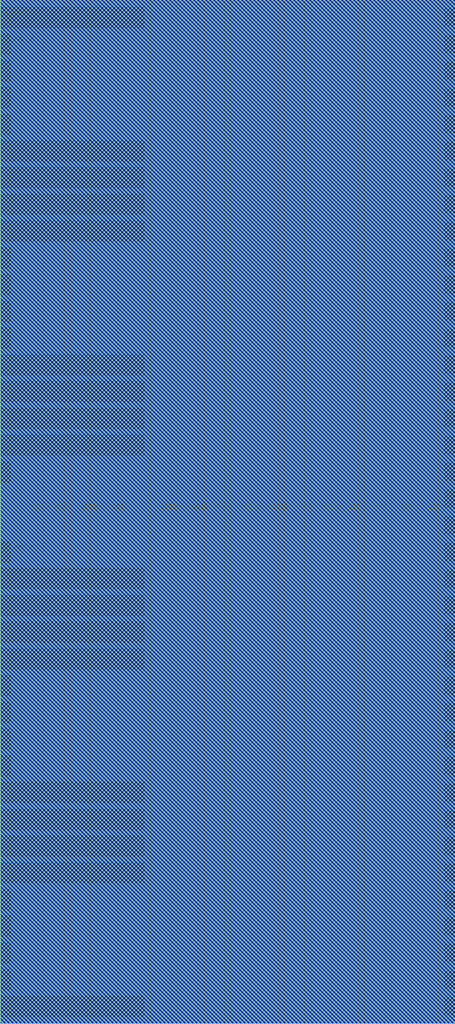
<source format=lef>
VERSION 5.8 ;
BUSBITCHARS "[]" ;
DIVIDERCHAR "/" ;


MACRO RIIO_EG1D80V_HPLVDS_RX_SLVT28_V
  CLASS PAD INOUT ;
  ORIGIN 0 0 ;
  FOREIGN RIIO_EG1D80V_HPLVDS_RX_SLVT28_V 0 0 ;
  SIZE 180 BY 80 ;
  SYMMETRY X Y ;
  SITE IO_NS_site ;
  PIN RTERM_TRIM_I[3]
    DIRECTION INPUT ;
    USE SIGNAL ;
    ANTENNAPARTIALMETALAREA 0.32 LAYER C1 ;
    ANTENNAMODEL OXIDE1 ;
      ANTENNAGATEAREA 0.00896 LAYER C1 ;
      ANTENNAMAXAREACAR 45.348214 LAYER C1 ;
    PORT
      LAYER C1 ;
        RECT 39.35 79.84 39.51 80 ;
    END
  END RTERM_TRIM_I[3]
  PIN RTERM_TRIM_I[2]
    DIRECTION INPUT ;
    USE SIGNAL ;
    ANTENNAPARTIALMETALAREA 0.32 LAYER C1 ;
    ANTENNAMODEL OXIDE1 ;
      ANTENNAGATEAREA 0.00896 LAYER C1 ;
      ANTENNAMAXAREACAR 45.544643 LAYER C1 ;
    PORT
      LAYER C1 ;
        RECT 35.71 79.84 35.87 80 ;
    END
  END RTERM_TRIM_I[2]
  PIN RTERM_TRIM_I[1]
    DIRECTION INPUT ;
    USE SIGNAL ;
    ANTENNAPARTIALMETALAREA 0.32 LAYER C1 ;
    ANTENNAMODEL OXIDE1 ;
      ANTENNAGATEAREA 0.00896 LAYER C1 ;
      ANTENNAMAXAREACAR 45.741071 LAYER C1 ;
    PORT
      LAYER C1 ;
        RECT 32.07 79.84 32.23 80 ;
    END
  END RTERM_TRIM_I[1]
  PIN RTERM_TRIM_I[0]
    DIRECTION INPUT ;
    USE SIGNAL ;
    ANTENNAPARTIALMETALAREA 0.32 LAYER C1 ;
    ANTENNAMODEL OXIDE1 ;
      ANTENNAGATEAREA 0.00896 LAYER C1 ;
      ANTENNAMAXAREACAR 45.419643 LAYER C1 ;
    PORT
      LAYER C1 ;
        RECT 28.43 79.84 28.59 80 ;
    END
  END RTERM_TRIM_I[0]
  PIN RTERM_EN_I
    DIRECTION INPUT ;
    USE SIGNAL ;
    ANTENNAPARTIALMETALAREA 0.32 LAYER C1 ;
    ANTENNAMODEL OXIDE1 ;
      ANTENNAGATEAREA 0.0616 LAYER C1 ;
      ANTENNAMAXAREACAR 17.401664 LAYER C1 ;
    PORT
      LAYER C1 ;
        RECT 27.91 79.84 28.07 80 ;
    END
  END RTERM_EN_I
  PIN RX_CTLE_RES_I[7]
    DIRECTION INPUT ;
    USE SIGNAL ;
    ANTENNAPARTIALMETALAREA 6.8845 LAYER C3 ;
    ANTENNAPARTIALMETALAREA 0.1392 LAYER C2 ;
    ANTENNAPARTIALMETALAREA 0.136 LAYER C1 ;
    ANTENNAPARTIALCUTAREA 0.00396 LAYER A1 ;
    ANTENNAPARTIALCUTAREA 0.00396 LAYER A2 ;
    ANTENNAMODEL OXIDE1 ;
      ANTENNAGATEAREA 0.0198 LAYER C3 ;
      ANTENNAMAXAREACAR 683.977778 LAYER C3 ;
    PORT
      LAYER C1 ;
        RECT 93.43 79.84 93.59 80 ;
    END
  END RX_CTLE_RES_I[7]
  PIN RX_VCM_EN_I
    DIRECTION INPUT ;
    USE SIGNAL ;
    ANTENNAPARTIALMETALAREA 0.32 LAYER C1 ;
    ANTENNAMODEL OXIDE1 ;
      ANTENNAGATEAREA 0.02576 LAYER C1 ;
      ANTENNAMAXAREACAR 13.791925 LAYER C1 ;
    PORT
      LAYER C1 ;
        RECT 64.31 79.84 64.47 80 ;
    END
  END RX_VCM_EN_I
  PIN DI_O
    DIRECTION OUTPUT ;
    USE SIGNAL ;
    ANTENNAPARTIALMETALAREA 0.32 LAYER C1 ;
    ANTENNADIFFAREA 0.16192 LAYER C1 ;
    PORT
      LAYER C1 ;
        RECT 67.43 79.84 67.59 80 ;
    END
  END DI_O
  PIN EI_DETECT_EN_I
    DIRECTION INPUT ;
    USE SIGNAL ;
    ANTENNAPARTIALMETALAREA 0.32 LAYER C1 ;
    ANTENNAMODEL OXIDE1 ;
      ANTENNAGATEAREA 0.02576 LAYER C1 ;
      ANTENNAMAXAREACAR 13.791925 LAYER C1 ;
    PORT
      LAYER C1 ;
        RECT 67.95 79.84 68.11 80 ;
    END
  END EI_DETECT_EN_I
  PIN RX_POL_I
    DIRECTION INPUT ;
    USE SIGNAL ;
    ANTENNAPARTIALMETALAREA 0.2048 LAYER C1 ;
    ANTENNAMODEL OXIDE1 ;
      ANTENNAGATEAREA 0.0224 LAYER C1 ;
      ANTENNAMAXAREACAR 11.598214 LAYER C1 ;
    PORT
      LAYER C1 ;
        RECT 69.51 79.84 69.67 80 ;
    END
  END RX_POL_I
  PIN RX_CTLE_CAP_I[2]
    DIRECTION INPUT ;
    USE SIGNAL ;
    ANTENNAPARTIALMETALAREA 6.7795 LAYER C3 ;
    ANTENNAPARTIALMETALAREA 0.0336 LAYER C2 ;
    ANTENNAPARTIALMETALAREA 0.256 LAYER C1 ;
    ANTENNAPARTIALCUTAREA 0.00396 LAYER A1 ;
    ANTENNAPARTIALCUTAREA 0.00396 LAYER A2 ;
    ANTENNAMODEL OXIDE1 ;
      ANTENNAGATEAREA 0.0198 LAYER C3 ;
      ANTENNAMAXAREACAR 872.669697 LAYER C3 ;
    PORT
      LAYER C1 ;
        RECT 89.01 79.84 89.17 80 ;
    END
  END RX_CTLE_CAP_I[2]
  PIN RX_GAIN_I[3]
    DIRECTION INPUT ;
    USE SIGNAL ;
    ANTENNAPARTIALMETALAREA 6.8215 LAYER C3 ;
    ANTENNAPARTIALMETALAREA 0.072 LAYER C2 ;
    ANTENNAPARTIALMETALAREA 0.208 LAYER C1 ;
    ANTENNAPARTIALCUTAREA 0.00396 LAYER A1 ;
    ANTENNAPARTIALCUTAREA 0.00396 LAYER A2 ;
    ANTENNAMODEL OXIDE1 ;
      ANTENNAGATEAREA 0.036 LAYER C3 ;
      ANTENNAMAXAREACAR 385.255556 LAYER C3 ;
    PORT
      LAYER C1 ;
        RECT 87.97 79.84 88.13 80 ;
    END
  END RX_GAIN_I[3]
  PIN RX_CTLE_RES_I[3]
    DIRECTION INPUT ;
    USE SIGNAL ;
    ANTENNAPARTIALMETALAREA 6.8005 LAYER C3 ;
    ANTENNAPARTIALMETALAREA 0.0496 LAYER C2 ;
    ANTENNAPARTIALMETALAREA 0.232 LAYER C1 ;
    ANTENNAPARTIALCUTAREA 0.00396 LAYER A1 ;
    ANTENNAPARTIALCUTAREA 0.00396 LAYER A2 ;
    ANTENNAMODEL OXIDE1 ;
      ANTENNAGATEAREA 0.0198 LAYER C3 ;
      ANTENNAMAXAREACAR 688.269697 LAYER C3 ;
    PORT
      LAYER C1 ;
        RECT 91.35 79.84 91.51 80 ;
    END
  END RX_CTLE_RES_I[3]
  PIN RX_CTLE_RES_I[6]
    DIRECTION INPUT ;
    USE SIGNAL ;
    ANTENNAPARTIALMETALAREA 6.8635 LAYER C3 ;
    ANTENNAPARTIALMETALAREA 0.1168 LAYER C2 ;
    ANTENNAPARTIALMETALAREA 0.16 LAYER C1 ;
    ANTENNAPARTIALCUTAREA 0.00396 LAYER A1 ;
    ANTENNAPARTIALCUTAREA 0.00396 LAYER A2 ;
    ANTENNAMODEL OXIDE1 ;
      ANTENNAGATEAREA 0.0198 LAYER C3 ;
      ANTENNAMAXAREACAR 685.039394 LAYER C3 ;
    PORT
      LAYER C1 ;
        RECT 92.91 79.84 93.07 80 ;
    END
  END RX_CTLE_RES_I[6]
  PIN RX_GAIN_I[1]
    DIRECTION INPUT ;
    USE SIGNAL ;
    ANTENNAPARTIALMETALAREA 6.8635 LAYER C3 ;
    ANTENNAPARTIALMETALAREA 0.1168 LAYER C2 ;
    ANTENNAPARTIALMETALAREA 0.16 LAYER C1 ;
    ANTENNAPARTIALCUTAREA 0.00396 LAYER A1 ;
    ANTENNAPARTIALCUTAREA 0.00396 LAYER A2 ;
    ANTENNAMODEL OXIDE1 ;
      ANTENNAGATEAREA 0.036 LAYER C3 ;
      ANTENNAMAXAREACAR 385.923333 LAYER C3 ;
    PORT
      LAYER C1 ;
        RECT 86.93 79.84 87.09 80 ;
    END
  END RX_GAIN_I[1]
  PIN RX_CTLE_RES_I[1]
    DIRECTION INPUT ;
    USE SIGNAL ;
    ANTENNAPARTIALMETALAREA 6.7585 LAYER C3 ;
    ANTENNAPARTIALMETALAREA 0.0416 LAYER C2 ;
    ANTENNAPARTIALMETALAREA 0.28 LAYER C1 ;
    ANTENNAPARTIALCUTAREA 0.00396 LAYER A1 ;
    ANTENNAPARTIALCUTAREA 0.00396 LAYER A2 ;
    ANTENNAMODEL OXIDE1 ;
      ANTENNAGATEAREA 0.0198 LAYER C3 ;
      ANTENNAMAXAREACAR 690.423232 LAYER C3 ;
    PORT
      LAYER C1 ;
        RECT 90.31 79.84 90.47 80 ;
    END
  END RX_CTLE_RES_I[1]
  PIN RX_CTLE_CAP_I[3]
    DIRECTION INPUT ;
    USE SIGNAL ;
    ANTENNAPARTIALMETALAREA 6.7585 LAYER C3 ;
    ANTENNAPARTIALMETALAREA 0.0416 LAYER C2 ;
    ANTENNAPARTIALMETALAREA 0.28 LAYER C1 ;
    ANTENNAPARTIALCUTAREA 0.00396 LAYER A1 ;
    ANTENNAPARTIALCUTAREA 0.00396 LAYER A2 ;
    ANTENNAMODEL OXIDE1 ;
      ANTENNAGATEAREA 0.0198 LAYER C3 ;
      ANTENNAMAXAREACAR 896.394949 LAYER C3 ;
    PORT
      LAYER C1 ;
        RECT 89.53 79.84 89.69 80 ;
    END
  END RX_CTLE_CAP_I[3]
  PIN RX_CTLE_RES_I[2]
    DIRECTION INPUT ;
    USE SIGNAL ;
    ANTENNAPARTIALMETALAREA 6.7795 LAYER C3 ;
    ANTENNAPARTIALMETALAREA 0.02744 LAYER C2 ;
    ANTENNAPARTIALMETALAREA 0.256 LAYER C1 ;
    ANTENNAPARTIALCUTAREA 0.00396 LAYER A1 ;
    ANTENNAPARTIALCUTAREA 0.00396 LAYER A2 ;
    ANTENNAMODEL OXIDE1 ;
      ANTENNAGATEAREA 0.0198 LAYER C3 ;
      ANTENNAMAXAREACAR 689.346465 LAYER C3 ;
    PORT
      LAYER C1 ;
        RECT 90.83 79.84 90.99 80 ;
    END
  END RX_CTLE_RES_I[2]
  PIN RX_GAIN_I[2]
    DIRECTION INPUT ;
    USE SIGNAL ;
    ANTENNAPARTIALMETALAREA 6.8425 LAYER C3 ;
    ANTENNAPARTIALMETALAREA 0.0944 LAYER C2 ;
    ANTENNAPARTIALMETALAREA 0.184 LAYER C1 ;
    ANTENNAPARTIALCUTAREA 0.00396 LAYER A1 ;
    ANTENNAPARTIALCUTAREA 0.00396 LAYER A2 ;
    ANTENNAMODEL OXIDE1 ;
      ANTENNAGATEAREA 0.036 LAYER C3 ;
      ANTENNAMAXAREACAR 386.518889 LAYER C3 ;
    PORT
      LAYER C1 ;
        RECT 87.45 79.84 87.61 80 ;
    END
  END RX_GAIN_I[2]
  PIN A_PAD_B
    DIRECTION INOUT ;
    USE SIGNAL ;
    ANTENNAPARTIALMETALAREA 3851.735 LAYER BA ;
    ANTENNAPARTIALMETALAREA 4546.871 LAYER C3 ;
    ANTENNAPARTIALMETALAREA 2833.6725 LAYER BB ;
    ANTENNAPARTIALMETALAREA 3533.4 LAYER IA ;
    ANTENNAPARTIALMETALAREA 4709.88 LAYER OI ;
    ANTENNAPARTIALMETALAREA 35.36175 LAYER C2 ;
    ANTENNAPARTIALCUTAREA 59.0976 LAYER WA ;
    ANTENNAPARTIALCUTAREA 58.7088 LAYER WT ;
    ANTENNAPARTIALCUTAREA 51.858144 LAYER YZ ;
    ANTENNAPARTIALCUTAREA 84.610656 LAYER JQ ;
    ANTENNAPARTIALCUTAREA 10.82224 LAYER A2 ;
    ANTENNADIFFAREA 889.8282 LAYER BA ;
    ANTENNADIFFAREA 889.8282 LAYER C3 ;
    ANTENNADIFFAREA 889.8282 LAYER BB ;
    ANTENNADIFFAREA 889.8282 LAYER IA ;
    ANTENNADIFFAREA 889.8282 LAYER OI ;
    ANTENNADIFFAREA 163.4 LAYER C2 ;
    PORT
      LAYER BA ;
        RECT 81.15 0 84.75 1.85 ;
        RECT 76.45 0 80.05 1.85 ;
        RECT 71.75 0 75.35 1.85 ;
        RECT 67.05 0 70.65 1.85 ;
        RECT 62.35 0 65.95 1.85 ;
        RECT 57.65 0 61.25 1.85 ;
        RECT 52.95 0 56.55 1.85 ;
        RECT 48.25 0 51.85 1.85 ;
        RECT 43.55 0 47.15 1.85 ;
        RECT 38.85 0 42.45 1.85 ;
        RECT 34.15 0 37.75 1.85 ;
        RECT 29.45 0 33.05 1.85 ;
        RECT 24.75 0 28.35 1.85 ;
        RECT 20.05 0 23.65 1.85 ;
        RECT 15.35 0 18.95 1.85 ;
        RECT 10.65 0 14.25 1.85 ;
        RECT 5.95 0 9.55 1.85 ;
        RECT 2.5 0 4.85 1.85 ;
      LAYER IA ;
        RECT 81.15 0 84.75 1.85 ;
        RECT 76.45 0 80.05 1.85 ;
        RECT 71.75 0 75.35 1.85 ;
        RECT 67.05 0 70.65 1.85 ;
        RECT 62.35 0 65.95 1.85 ;
        RECT 57.65 0 61.25 1.85 ;
        RECT 52.95 0 56.55 1.85 ;
        RECT 48.25 0 51.85 1.85 ;
        RECT 43.55 0 47.15 1.85 ;
        RECT 38.85 0 42.45 1.85 ;
        RECT 34.15 0 37.75 1.85 ;
        RECT 29.45 0 33.05 1.85 ;
        RECT 24.75 0 28.35 1.85 ;
        RECT 20.05 0 23.65 1.85 ;
        RECT 15.35 0 18.95 1.85 ;
        RECT 10.65 0 14.25 1.85 ;
        RECT 5.95 0 9.55 1.85 ;
        RECT 1.25 0 4.85 1.85 ;
      LAYER BB ;
        RECT 81.15 0 84.75 1.85 ;
        RECT 76.45 0 80.05 1.85 ;
        RECT 71.75 0 75.35 1.85 ;
        RECT 67.05 0 70.65 1.85 ;
        RECT 62.35 0 65.95 1.85 ;
        RECT 57.65 0 61.25 1.85 ;
        RECT 52.95 0 56.55 1.85 ;
        RECT 48.25 0 51.85 1.85 ;
        RECT 43.55 0 47.15 1.85 ;
        RECT 38.85 0 42.45 1.85 ;
        RECT 34.15 0 37.75 1.85 ;
        RECT 29.45 0 33.05 1.85 ;
        RECT 24.75 0 28.35 1.85 ;
        RECT 20.05 0 23.65 1.85 ;
        RECT 15.35 0 18.95 1.85 ;
        RECT 10.65 0 14.25 1.85 ;
        RECT 5.95 0 9.55 1.85 ;
        RECT 2.5 0 4.85 1.85 ;
      LAYER C2 ;
        RECT 81.15 0 84.75 1.85 ;
        RECT 76.45 0 80.05 1.85 ;
        RECT 71.75 0 75.35 1.85 ;
        RECT 67.05 0 70.65 1.85 ;
        RECT 62.35 0 65.95 1.85 ;
        RECT 57.65 0 61.25 1.85 ;
        RECT 52.95 0 56.55 1.85 ;
        RECT 48.25 0 51.85 1.85 ;
        RECT 43.55 0 47.15 1.85 ;
        RECT 38.85 0 42.45 1.85 ;
        RECT 34.15 0 37.75 1.85 ;
        RECT 29.45 0 33.05 1.85 ;
        RECT 24.75 0 28.35 1.85 ;
        RECT 20.05 0 23.65 1.85 ;
        RECT 15.35 0 18.95 1.85 ;
        RECT 10.65 0 14.25 1.85 ;
        RECT 5.95 0 9.55 1.85 ;
        RECT 1.25 0 4.85 1.85 ;
      LAYER OI ;
        RECT 81.15 0 84.75 1.85 ;
        RECT 76.45 0 80.05 25.35 ;
        RECT 71.75 0 75.35 25.35 ;
        RECT 67.05 0 70.65 25.35 ;
        RECT 62.35 0 65.95 25.35 ;
        RECT 57.65 0 61.25 1.85 ;
        RECT 52.95 0 56.55 1.85 ;
        RECT 48.25 0 51.85 1.85 ;
        RECT 43.55 0 47.15 1.85 ;
        RECT 38.85 0 42.45 25.35 ;
        RECT 34.15 0 37.75 25.35 ;
        RECT 29.45 0 33.05 25.35 ;
        RECT 24.75 0 28.35 25.35 ;
        RECT 20.05 0 23.65 1.85 ;
        RECT 15.35 0 18.95 1.85 ;
        RECT 10.65 0 14.25 1.85 ;
        RECT 5.95 0 9.55 1.85 ;
        RECT 1.25 0 4.85 25.35 ;
      LAYER C3 ;
        RECT 81.15 0 84.75 1.85 ;
        RECT 76.45 0 80.05 1.85 ;
        RECT 71.75 0 75.35 1.85 ;
        RECT 67.05 0 70.65 1.85 ;
        RECT 62.35 0 65.95 1.85 ;
        RECT 57.65 0 61.25 1.85 ;
        RECT 52.95 0 56.55 1.85 ;
        RECT 48.25 0 51.85 1.85 ;
        RECT 43.55 0 47.15 1.85 ;
        RECT 38.85 0 42.45 1.85 ;
        RECT 34.15 0 37.75 1.85 ;
        RECT 29.45 0 33.05 1.85 ;
        RECT 24.75 0 28.35 1.85 ;
        RECT 20.05 0 23.65 1.85 ;
        RECT 15.35 0 18.95 1.85 ;
        RECT 10.65 0 14.25 1.85 ;
        RECT 5.95 0 9.55 1.85 ;
        RECT 2.5 0 4.85 1.85 ;
    END
  END A_PAD_B
  PIN VDD
    DIRECTION INOUT ;
    USE POWER ;
    NETEXPR "vdd VDD!" ;
    PORT
      CLASS CORE ;
      LAYER IA ;
        RECT 10.95 78.15 13.95 80 ;
      LAYER OI ;
        RECT 10.95 78.15 13.95 80 ;
    END
    PORT
      CLASS CORE ;
      LAYER IA ;
        RECT 15.65 78.15 18.65 80 ;
      LAYER OI ;
        RECT 15.65 78.15 18.65 80 ;
    END
    PORT
      CLASS CORE ;
      LAYER IA ;
        RECT 29.75 78.15 32.75 80 ;
      LAYER OI ;
        RECT 29.75 78.15 32.75 80 ;
    END
    PORT
      CLASS CORE ;
      LAYER IA ;
        RECT 34.45 78.15 37.45 80 ;
      LAYER OI ;
        RECT 34.45 78.15 37.45 80 ;
    END
    PORT
      CLASS CORE ;
      LAYER IA ;
        RECT 48.55 78.15 51.55 80 ;
      LAYER OI ;
        RECT 48.55 78.15 51.55 80 ;
    END
    PORT
      CLASS CORE ;
      LAYER IA ;
        RECT 53.25 78.15 56.25 80 ;
      LAYER OI ;
        RECT 53.25 78.15 56.25 80 ;
    END
    PORT
      CLASS CORE ;
      LAYER IA ;
        RECT 67.35 78.15 70.35 80 ;
      LAYER OI ;
        RECT 67.35 78.15 70.35 80 ;
    END
    PORT
      CLASS CORE ;
      LAYER IA ;
        RECT 72.05 78.15 75.05 80 ;
      LAYER OI ;
        RECT 72.05 78.15 75.05 80 ;
    END
    PORT
      CLASS CORE ;
      LAYER IA ;
        RECT 86.15 78.15 89.15 80 ;
      LAYER OI ;
        RECT 86.15 78.15 89.15 80 ;
    END
    PORT
      CLASS CORE ;
      LAYER IA ;
        RECT 90.85 78.15 93.85 80 ;
      LAYER OI ;
        RECT 90.85 78.15 93.85 80 ;
    END
    PORT
      CLASS CORE ;
      LAYER IA ;
        RECT 104.95 78.15 107.95 80 ;
      LAYER OI ;
        RECT 104.95 78.15 107.95 80 ;
    END
    PORT
      CLASS CORE ;
      LAYER IA ;
        RECT 109.65 78.15 112.65 80 ;
      LAYER OI ;
        RECT 109.65 78.15 112.65 80 ;
    END
    PORT
      CLASS CORE ;
      LAYER IA ;
        RECT 123.75 78.15 126.75 80 ;
      LAYER OI ;
        RECT 123.75 78.15 126.75 80 ;
    END
    PORT
      CLASS CORE ;
      LAYER IA ;
        RECT 128.45 78.15 131.45 80 ;
      LAYER OI ;
        RECT 128.45 78.15 131.45 80 ;
    END
    PORT
      CLASS CORE ;
      LAYER IA ;
        RECT 142.55 78.15 145.55 80 ;
      LAYER OI ;
        RECT 142.55 78.15 145.55 80 ;
    END
    PORT
      CLASS CORE ;
      LAYER IA ;
        RECT 147.25 78.15 150.25 80 ;
      LAYER OI ;
        RECT 147.25 78.15 150.25 80 ;
    END
    PORT
      CLASS CORE ;
      LAYER IA ;
        RECT 161.35 78.15 164.35 80 ;
      LAYER OI ;
        RECT 161.35 78.15 164.35 80 ;
    END
    PORT
      CLASS CORE ;
      LAYER IA ;
        RECT 166.05 78.15 169.05 80 ;
      LAYER OI ;
        RECT 166.05 78.15 169.05 80 ;
    END
    PORT
      LAYER IA ;
        RECT 0 68.75 180 72.35 ;
    END
    PORT
      LAYER IA ;
        RECT 0 64.05 180 67.65 ;
    END
  END VDD
  PIN VSS
    DIRECTION INOUT ;
    USE GROUND ;
    NETEXPR "vss VSS!" ;
    PORT
      CLASS CORE ;
      LAYER IA ;
        RECT 1.55 78.15 4.55 80 ;
      LAYER OI ;
        RECT 1.55 78.15 4.55 80 ;
    END
    PORT
      CLASS CORE ;
      LAYER IA ;
        RECT 6.25 78.15 9.25 80 ;
      LAYER OI ;
        RECT 6.25 78.15 9.25 80 ;
    END
    PORT
      CLASS CORE ;
      LAYER IA ;
        RECT 20.35 78.15 23.35 80 ;
      LAYER OI ;
        RECT 20.35 78.15 23.35 80 ;
    END
    PORT
      CLASS CORE ;
      LAYER IA ;
        RECT 25.05 78.15 28.05 80 ;
      LAYER OI ;
        RECT 25.05 78.15 28.05 80 ;
    END
    PORT
      CLASS CORE ;
      LAYER IA ;
        RECT 39.15 78.15 42.15 80 ;
      LAYER OI ;
        RECT 39.15 78.15 42.15 80 ;
    END
    PORT
      CLASS CORE ;
      LAYER IA ;
        RECT 43.85 78.15 46.85 80 ;
      LAYER OI ;
        RECT 43.85 78.15 46.85 80 ;
    END
    PORT
      CLASS CORE ;
      LAYER IA ;
        RECT 57.95 78.15 60.95 80 ;
      LAYER OI ;
        RECT 57.95 78.15 60.95 80 ;
    END
    PORT
      CLASS CORE ;
      LAYER IA ;
        RECT 62.65 78.15 65.65 80 ;
      LAYER OI ;
        RECT 62.65 78.15 65.65 80 ;
    END
    PORT
      CLASS CORE ;
      LAYER IA ;
        RECT 76.75 78.15 79.75 80 ;
      LAYER OI ;
        RECT 76.75 78.15 79.75 80 ;
    END
    PORT
      CLASS CORE ;
      LAYER IA ;
        RECT 81.45 78.15 84.45 80 ;
      LAYER OI ;
        RECT 81.45 78.15 84.45 80 ;
    END
    PORT
      CLASS CORE ;
      LAYER IA ;
        RECT 95.55 78.15 98.55 80 ;
      LAYER OI ;
        RECT 95.55 78.15 98.55 80 ;
    END
    PORT
      CLASS CORE ;
      LAYER IA ;
        RECT 100.25 78.15 103.25 80 ;
      LAYER OI ;
        RECT 100.25 78.15 103.25 80 ;
    END
    PORT
      CLASS CORE ;
      LAYER IA ;
        RECT 114.35 78.15 117.35 80 ;
      LAYER OI ;
        RECT 114.35 78.15 117.35 80 ;
    END
    PORT
      CLASS CORE ;
      LAYER IA ;
        RECT 119.05 78.15 122.05 80 ;
      LAYER OI ;
        RECT 119.05 78.15 122.05 80 ;
    END
    PORT
      CLASS CORE ;
      LAYER IA ;
        RECT 133.15 78.15 136.15 80 ;
      LAYER OI ;
        RECT 133.15 78.15 136.15 80 ;
    END
    PORT
      CLASS CORE ;
      LAYER IA ;
        RECT 137.85 78.15 140.85 80 ;
      LAYER OI ;
        RECT 137.85 78.15 140.85 80 ;
    END
    PORT
      CLASS CORE ;
      LAYER IA ;
        RECT 151.95 78.15 154.95 80 ;
      LAYER OI ;
        RECT 151.95 78.15 154.95 80 ;
    END
    PORT
      CLASS CORE ;
      LAYER IA ;
        RECT 156.65 78.15 159.65 80 ;
      LAYER OI ;
        RECT 156.65 78.15 159.65 80 ;
    END
    PORT
      CLASS CORE ;
      LAYER IA ;
        RECT 170.75 78.15 173.75 80 ;
      LAYER OI ;
        RECT 170.75 78.15 173.75 80 ;
    END
    PORT
      CLASS CORE ;
      LAYER IA ;
        RECT 175.45 78.15 178.45 80 ;
      LAYER OI ;
        RECT 175.45 78.15 178.45 80 ;
    END
    PORT
      LAYER IA ;
        RECT 0 73.45 180 77.05 ;
    END
    PORT
      LAYER IA ;
        RECT 0 59.35 180 62.95 ;
    END
  END VSS
  PIN VSSIO
    DIRECTION INOUT ;
    USE GROUND ;
    NETEXPR "vssio VSSIO!" ;
    PORT
      LAYER IA ;
        RECT 0 54.65 180 58.25 ;
    END
    PORT
      LAYER IA ;
        RECT 0 45.25 180 48.85 ;
    END
    PORT
      LAYER IA ;
        RECT 0 40.55 180 44.15 ;
    END
    PORT
      LAYER IA ;
        RECT 0 26.45 180 30.05 ;
    END
    PORT
      LAYER IA ;
        RECT 0 17.05 180 20.65 ;
    END
    PORT
      LAYER IA ;
        RECT 0 3.67 180 6.55 ;
    END
  END VSSIO
  PIN B_PAD_B
    DIRECTION INOUT ;
    USE SIGNAL ;
    ANTENNAPARTIALMETALAREA 2385.0375 LAYER BA ;
    ANTENNAPARTIALMETALAREA 1287.3555 LAYER C3 ;
    ANTENNAPARTIALMETALAREA 2651.475 LAYER BB ;
    ANTENNAPARTIALMETALAREA 3059.37 LAYER IA ;
    ANTENNAPARTIALMETALAREA 3707.37 LAYER OI ;
    ANTENNAPARTIALMETALAREA 35.36175 LAYER C2 ;
    ANTENNAPARTIALCUTAREA 38.88 LAYER WA ;
    ANTENNAPARTIALCUTAREA 9.2826 LAYER WT ;
    ANTENNAPARTIALCUTAREA 197.564832 LAYER YZ ;
    ANTENNAPARTIALCUTAREA 182.65824 LAYER JQ ;
    ANTENNAPARTIALCUTAREA 10.82224 LAYER A2 ;
    ANTENNADIFFAREA 721.7962 LAYER BA ;
    ANTENNADIFFAREA 334.12 LAYER C3 ;
    ANTENNADIFFAREA 721.7962 LAYER BB ;
    ANTENNADIFFAREA 721.7962 LAYER IA ;
    ANTENNADIFFAREA 721.7962 LAYER OI ;
    ANTENNADIFFAREA 163.4 LAYER C2 ;
    PORT
      LAYER BA ;
        RECT 175.15 0 177.5 1.85 ;
        RECT 170.45 0 174.05 1.85 ;
        RECT 165.75 0 169.35 1.85 ;
        RECT 161.05 0 164.65 1.85 ;
        RECT 156.35 0 159.95 1.85 ;
        RECT 151.65 0 155.25 1.85 ;
        RECT 146.95 0 150.55 1.85 ;
        RECT 142.25 0 145.85 1.85 ;
        RECT 137.55 0 141.15 1.85 ;
        RECT 132.85 0 136.45 1.85 ;
        RECT 128.15 0 131.75 1.85 ;
        RECT 123.45 0 127.05 1.85 ;
        RECT 118.75 0 122.35 1.85 ;
        RECT 114.05 0 117.65 1.85 ;
        RECT 109.35 0 112.95 1.85 ;
        RECT 104.65 0 108.25 1.85 ;
        RECT 99.95 0 103.55 1.85 ;
        RECT 95.25 0 98.85 1.85 ;
      LAYER IA ;
        RECT 175.15 0 178.75 1.85 ;
        RECT 170.45 0 174.05 1.85 ;
        RECT 165.75 0 169.35 1.85 ;
        RECT 161.05 0 164.65 1.85 ;
        RECT 156.35 0 159.95 1.85 ;
        RECT 151.65 0 155.25 1.85 ;
        RECT 146.95 0 150.55 1.85 ;
        RECT 142.25 0 145.85 1.85 ;
        RECT 137.55 0 141.15 1.85 ;
        RECT 132.85 0 136.45 1.85 ;
        RECT 128.15 0 131.75 1.85 ;
        RECT 123.45 0 127.05 1.85 ;
        RECT 118.75 0 122.35 1.85 ;
        RECT 114.05 0 117.65 1.85 ;
        RECT 109.35 0 112.95 1.85 ;
        RECT 104.65 0 108.25 1.85 ;
        RECT 99.95 0 103.55 1.85 ;
        RECT 95.25 0 98.85 1.85 ;
      LAYER BB ;
        RECT 175.15 0 177.5 1.85 ;
        RECT 170.45 0 174.05 1.85 ;
        RECT 165.75 0 169.35 1.85 ;
        RECT 161.05 0 164.65 1.85 ;
        RECT 156.35 0 159.95 1.85 ;
        RECT 151.65 0 155.25 1.85 ;
        RECT 146.95 0 150.55 1.85 ;
        RECT 142.25 0 145.85 1.85 ;
        RECT 137.55 0 141.15 1.85 ;
        RECT 132.85 0 136.45 1.85 ;
        RECT 128.15 0 131.75 1.85 ;
        RECT 123.45 0 127.05 1.85 ;
        RECT 118.75 0 122.35 1.85 ;
        RECT 114.05 0 117.65 1.85 ;
        RECT 109.35 0 112.95 1.85 ;
        RECT 104.65 0 108.25 1.85 ;
        RECT 99.95 0 103.55 1.85 ;
        RECT 95.25 0 98.85 1.85 ;
      LAYER C2 ;
        RECT 175.15 0 178.75 1.85 ;
        RECT 170.45 0 174.05 1.85 ;
        RECT 165.75 0 169.35 1.85 ;
        RECT 161.05 0 164.65 1.85 ;
        RECT 156.35 0 159.95 1.85 ;
        RECT 151.65 0 155.25 1.85 ;
        RECT 146.95 0 150.55 1.85 ;
        RECT 142.25 0 145.85 1.85 ;
        RECT 137.55 0 141.15 1.85 ;
        RECT 132.85 0 136.45 1.85 ;
        RECT 128.15 0 131.75 1.85 ;
        RECT 123.45 0 127.05 1.85 ;
        RECT 118.75 0 122.35 1.85 ;
        RECT 114.05 0 117.65 1.85 ;
        RECT 109.35 0 112.95 1.85 ;
        RECT 104.65 0 108.25 1.85 ;
        RECT 99.95 0 103.55 1.85 ;
        RECT 95.25 0 98.85 1.85 ;
      LAYER OI ;
        RECT 175.15 0 178.75 25.35 ;
        RECT 170.45 0 174.05 1.85 ;
        RECT 165.75 0 169.35 1.85 ;
        RECT 161.05 0 164.65 1.85 ;
        RECT 156.35 0 159.95 1.85 ;
        RECT 151.65 0 155.25 25.35 ;
        RECT 146.95 0 150.55 25.35 ;
        RECT 142.25 0 145.85 25.35 ;
        RECT 137.55 0 141.15 25.35 ;
        RECT 132.85 0 136.45 1.85 ;
        RECT 128.15 0 131.75 1.85 ;
        RECT 123.45 0 127.05 1.85 ;
        RECT 118.75 0 122.35 1.85 ;
        RECT 114.05 0 117.65 25.35 ;
        RECT 109.35 0 112.95 25.35 ;
        RECT 104.65 0 108.25 25.35 ;
        RECT 99.95 0 103.55 25.35 ;
        RECT 95.25 0 98.85 1.85 ;
      LAYER C3 ;
        RECT 175.15 0 177.5 1.85 ;
        RECT 170.45 0 174.05 1.85 ;
        RECT 165.75 0 169.35 1.85 ;
        RECT 161.05 0 164.65 1.85 ;
        RECT 156.35 0 159.95 1.85 ;
        RECT 151.65 0 155.25 1.85 ;
        RECT 146.95 0 150.55 1.85 ;
        RECT 142.25 0 145.85 1.85 ;
        RECT 137.55 0 141.15 1.85 ;
        RECT 132.85 0 136.45 1.85 ;
        RECT 128.15 0 131.75 1.85 ;
        RECT 123.45 0 127.05 1.85 ;
        RECT 118.75 0 122.35 1.85 ;
        RECT 114.05 0 117.65 1.85 ;
        RECT 109.35 0 112.95 1.85 ;
        RECT 104.65 0 108.25 1.85 ;
        RECT 99.95 0 103.55 1.85 ;
        RECT 95.25 0 98.85 1.85 ;
    END
  END B_PAD_B
  PIN RX_CTLE_CAP_I[1]
    DIRECTION INPUT ;
    USE SIGNAL ;
    ANTENNAPARTIALMETALAREA 6.8005 LAYER C3 ;
    ANTENNAPARTIALMETALAREA 0.0496 LAYER C2 ;
    ANTENNAPARTIALMETALAREA 0.232 LAYER C1 ;
    ANTENNAPARTIALCUTAREA 0.00396 LAYER A1 ;
    ANTENNAPARTIALCUTAREA 0.00396 LAYER A2 ;
    ANTENNAMODEL OXIDE1 ;
      ANTENNAGATEAREA 0.0198 LAYER C3 ;
      ANTENNAMAXAREACAR 873.912121 LAYER C3 ;
    PORT
      LAYER C1 ;
        RECT 88.49 79.84 88.65 80 ;
    END
  END RX_CTLE_CAP_I[1]
  PIN RX_EN_I
    DIRECTION INPUT ;
    USE SIGNAL ;
    ANTENNAPARTIALMETALAREA 6.8845 LAYER C3 ;
    ANTENNAPARTIALMETALAREA 0.1392 LAYER C2 ;
    ANTENNAPARTIALMETALAREA 0.136 LAYER C1 ;
    ANTENNAPARTIALCUTAREA 0.00396 LAYER A1 ;
    ANTENNAPARTIALCUTAREA 0.00396 LAYER A2 ;
    ANTENNAMODEL OXIDE1 ;
      ANTENNAGATEAREA 0.036 LAYER C3 ;
      ANTENNAMAXAREACAR 384.76 LAYER C3 ;
    PORT
      LAYER C1 ;
        RECT 86.41 79.84 86.57 80 ;
    END
  END RX_EN_I
  PIN VDDIO
    DIRECTION INOUT ;
    USE POWER ;
    NETEXPR "vddio VDDIO!" ;
    PORT
      LAYER IA ;
        RECT 0 49.95 180 53.55 ;
    END
    PORT
      LAYER IA ;
        RECT 0 35.85 180 39.45 ;
    END
    PORT
      LAYER IA ;
        RECT 0 31.15 180 34.75 ;
    END
    PORT
      LAYER IA ;
        RECT 0 12.35 180 15.95 ;
    END
    PORT
      LAYER IA ;
        RECT 0 7.65 180 11.25 ;
    END
  END VDDIO
  PIN EI_DETECT_O
    DIRECTION OUTPUT ;
    USE SIGNAL ;
    ANTENNAPARTIALMETALAREA 3.01654 LAYER C1 ;
    ANTENNADIFFAREA 0.081 LAYER C1 ;
    PORT
      LAYER C1 ;
        RECT 110.33 79.84 110.49 80 ;
    END
  END EI_DETECT_O
  PIN RX_CTLE_RES_I[5]
    DIRECTION INPUT ;
    USE SIGNAL ;
    ANTENNAPARTIALMETALAREA 6.8425 LAYER C3 ;
    ANTENNAPARTIALMETALAREA 0.0944 LAYER C2 ;
    ANTENNAPARTIALMETALAREA 0.184 LAYER C1 ;
    ANTENNAPARTIALCUTAREA 0.00396 LAYER A1 ;
    ANTENNAPARTIALCUTAREA 0.00396 LAYER A2 ;
    ANTENNAMODEL OXIDE1 ;
      ANTENNAGATEAREA 0.0198 LAYER C3 ;
      ANTENNAMAXAREACAR 686.116162 LAYER C3 ;
    PORT
      LAYER C1 ;
        RECT 92.39 79.84 92.55 80 ;
    END
  END RX_CTLE_RES_I[5]
  PIN VBIAS
    DIRECTION INOUT ;
    USE SIGNAL ;
    ANTENNADIFFAREA 1.408 LAYER BA ;
    NETEXPR "vbias VBIAS!" ;
    PORT
      LAYER BA ;
        RECT 0 39.575 180 40.825 ;
    END
  END VBIAS
  PIN RX_CTLE_RES_I[4]
    DIRECTION INPUT ;
    USE SIGNAL ;
    ANTENNAPARTIALMETALAREA 6.8215 LAYER C3 ;
    ANTENNAPARTIALMETALAREA 0.072 LAYER C2 ;
    ANTENNAPARTIALMETALAREA 0.208 LAYER C1 ;
    ANTENNAPARTIALCUTAREA 0.00396 LAYER A1 ;
    ANTENNAPARTIALCUTAREA 0.00396 LAYER A2 ;
    ANTENNAMODEL OXIDE1 ;
      ANTENNAGATEAREA 0.0198 LAYER C3 ;
      ANTENNAMAXAREACAR 687.192929 LAYER C3 ;
    PORT
      LAYER C1 ;
        RECT 91.87 79.84 92.03 80 ;
    END
  END RX_CTLE_RES_I[4]
  OBS
    LAYER CA ;
      RECT 0 0 180 80 ;
    LAYER M1 ;
      RECT 0 0 180 80 ;
    LAYER V1 ;
      RECT 0 0 180 80 ;
    LAYER M2 ;
      RECT 0 0 180 80 ;
    LAYER A1 ;
      RECT 0 0 180 80 ;
    LAYER C2 ;
      RECT 0 0 180 80 ;
    LAYER IA ;
      RECT 0 0 180 80 ;
    LAYER YZ ;
      RECT 0 0 180 80 ;
    LAYER CB ;
      RECT 0 0 180 80 ;
    LAYER OI ;
      RECT 0 0 180 80 ;
    LAYER JQ ;
      RECT 0 0 180 80 ;
    LAYER AY ;
      RECT 0 0 180 80 ;
    LAYER C1 ;
      RECT 0 0 180 80 ;
    LAYER WT ;
      RECT 0 0 180 80 ;
    LAYER BA ;
      RECT 0 0 180 80 ;
    LAYER WA ;
      RECT 0 0 180 80 ;
    LAYER BB ;
      RECT 0 0 180 80 ;
    LAYER C3 ;
      RECT 0 0 180 80 ;
    LAYER A2 ;
      RECT 0 0 180 80 ;
  END
END RIIO_EG1D80V_HPLVDS_RX_SLVT28_V

MACRO RIIO_EG1D80V_HPLVDS_TX_SLVT28_V
  CLASS PAD INOUT ;
  ORIGIN 0 0 ;
  FOREIGN RIIO_EG1D80V_HPLVDS_TX_SLVT28_V 0 0 ;
  SIZE 180 BY 80 ;
  SYMMETRY X Y ;
  SITE IO_NS_site ;
  PIN RTERM_TRIM_I[3]
    DIRECTION INPUT ;
    USE SIGNAL ;
    ANTENNAPARTIALMETALAREA 0.32 LAYER C1 ;
    ANTENNAMODEL OXIDE1 ;
      ANTENNAGATEAREA 0.00896 LAYER C1 ;
      ANTENNAMAXAREACAR 45.348214 LAYER C1 ;
    PORT
      LAYER C1 ;
        RECT 39.35 79.84 39.51 80 ;
    END
  END RTERM_TRIM_I[3]
  PIN RTERM_TRIM_I[2]
    DIRECTION INPUT ;
    USE SIGNAL ;
    ANTENNAPARTIALMETALAREA 0.32 LAYER C1 ;
    ANTENNAMODEL OXIDE1 ;
      ANTENNAGATEAREA 0.00896 LAYER C1 ;
      ANTENNAMAXAREACAR 45.544643 LAYER C1 ;
    PORT
      LAYER C1 ;
        RECT 35.71 79.84 35.87 80 ;
    END
  END RTERM_TRIM_I[2]
  PIN RTERM_TRIM_I[1]
    DIRECTION INPUT ;
    USE SIGNAL ;
    ANTENNAPARTIALMETALAREA 0.32 LAYER C1 ;
    ANTENNAMODEL OXIDE1 ;
      ANTENNAGATEAREA 0.00896 LAYER C1 ;
      ANTENNAMAXAREACAR 45.741071 LAYER C1 ;
    PORT
      LAYER C1 ;
        RECT 32.07 79.84 32.23 80 ;
    END
  END RTERM_TRIM_I[1]
  PIN RTERM_TRIM_I[0]
    DIRECTION INPUT ;
    USE SIGNAL ;
    ANTENNAPARTIALMETALAREA 0.32 LAYER C1 ;
    ANTENNAMODEL OXIDE1 ;
      ANTENNAGATEAREA 0.00896 LAYER C1 ;
      ANTENNAMAXAREACAR 45.419643 LAYER C1 ;
    PORT
      LAYER C1 ;
        RECT 28.43 79.84 28.59 80 ;
    END
  END RTERM_TRIM_I[0]
  PIN RTERM_EN_I
    DIRECTION INPUT ;
    USE SIGNAL ;
    ANTENNAPARTIALMETALAREA 0.32 LAYER C1 ;
    ANTENNAMODEL OXIDE1 ;
      ANTENNAGATEAREA 0.0616 LAYER C1 ;
      ANTENNAMAXAREACAR 17.401664 LAYER C1 ;
    PORT
      LAYER C1 ;
        RECT 27.91 79.84 28.07 80 ;
    END
  END RTERM_EN_I
  PIN RX_CTLE_RES_I[7]
    DIRECTION INPUT ;
    USE SIGNAL ;
    ANTENNAPARTIALMETALAREA 6.8845 LAYER C3 ;
    ANTENNAPARTIALMETALAREA 0.1392 LAYER C2 ;
    ANTENNAPARTIALMETALAREA 0.136 LAYER C1 ;
    ANTENNAPARTIALCUTAREA 0.00396 LAYER A1 ;
    ANTENNAPARTIALCUTAREA 0.00396 LAYER A2 ;
    ANTENNAMODEL OXIDE1 ;
      ANTENNAGATEAREA 0.0198 LAYER C3 ;
      ANTENNAMAXAREACAR 683.977778 LAYER C3 ;
    PORT
      LAYER C1 ;
        RECT 93.43 79.84 93.59 80 ;
    END
  END RX_CTLE_RES_I[7]
  PIN RX_VCM_EN_I
    DIRECTION INPUT ;
    USE SIGNAL ;
    ANTENNAPARTIALMETALAREA 0.32 LAYER C1 ;
    ANTENNAMODEL OXIDE1 ;
      ANTENNAGATEAREA 0.02576 LAYER C1 ;
      ANTENNAMAXAREACAR 13.791925 LAYER C1 ;
    PORT
      LAYER C1 ;
        RECT 64.31 79.84 64.47 80 ;
    END
  END RX_VCM_EN_I
  PIN DO_I
    DIRECTION INPUT ;
    USE SIGNAL ;
    ANTENNAPARTIALMETALAREA 0.2048 LAYER C1 ;
    ANTENNAMODEL OXIDE1 ;
      ANTENNAGATEAREA 0.0224 LAYER C1 ;
      ANTENNAMAXAREACAR 11.288393 LAYER C1 ;
    PORT
      LAYER C1 ;
        RECT 42.99 79.84 43.15 80 ;
    END
  END DO_I
  PIN DI_O
    DIRECTION OUTPUT ;
    USE SIGNAL ;
    ANTENNAPARTIALMETALAREA 0.32 LAYER C1 ;
    ANTENNADIFFAREA 0.16192 LAYER C1 ;
    PORT
      LAYER C1 ;
        RECT 67.43 79.84 67.59 80 ;
    END
  END DI_O
  PIN TX_BIAS_I[3]
    DIRECTION INPUT ;
    USE SIGNAL ;
    ANTENNAPARTIALMETALAREA 0.32 LAYER C1 ;
    ANTENNAMODEL OXIDE1 ;
      ANTENNAGATEAREA 0.00896 LAYER C1 ;
      ANTENNAMAXAREACAR 43.446429 LAYER C1 ;
    PORT
      LAYER C1 ;
        RECT 7.11 79.84 7.27 80 ;
    END
  END TX_BIAS_I[3]
  PIN EI_DETECT_EN_I
    DIRECTION INPUT ;
    USE SIGNAL ;
    ANTENNAPARTIALMETALAREA 0.32 LAYER C1 ;
    ANTENNAMODEL OXIDE1 ;
      ANTENNAGATEAREA 0.02576 LAYER C1 ;
      ANTENNAMAXAREACAR 13.791925 LAYER C1 ;
    PORT
      LAYER C1 ;
        RECT 67.95 79.84 68.11 80 ;
    END
  END EI_DETECT_EN_I
  PIN TX_BIAS_OD_I
    DIRECTION INPUT ;
    USE SIGNAL ;
    ANTENNAPARTIALMETALAREA 0.32 LAYER C1 ;
    ANTENNAMODEL OXIDE1 ;
      ANTENNAGATEAREA 0.02576 LAYER C1 ;
      ANTENNAMAXAREACAR 13.791925 LAYER C1 ;
    PORT
      LAYER C1 ;
        RECT 23.23 79.84 23.39 80 ;
    END
  END TX_BIAS_OD_I
  PIN RX_POL_I
    DIRECTION INPUT ;
    USE SIGNAL ;
    ANTENNAPARTIALMETALAREA 0.2048 LAYER C1 ;
    ANTENNAMODEL OXIDE1 ;
      ANTENNAGATEAREA 0.0224 LAYER C1 ;
      ANTENNAMAXAREACAR 11.598214 LAYER C1 ;
    PORT
      LAYER C1 ;
        RECT 69.51 79.84 69.67 80 ;
    END
  END RX_POL_I
  PIN RX_CTLE_CAP_I[2]
    DIRECTION INPUT ;
    USE SIGNAL ;
    ANTENNAPARTIALMETALAREA 6.7795 LAYER C3 ;
    ANTENNAPARTIALMETALAREA 0.0336 LAYER C2 ;
    ANTENNAPARTIALMETALAREA 0.256 LAYER C1 ;
    ANTENNAPARTIALCUTAREA 0.00396 LAYER A1 ;
    ANTENNAPARTIALCUTAREA 0.00396 LAYER A2 ;
    ANTENNAMODEL OXIDE1 ;
      ANTENNAGATEAREA 0.0198 LAYER C3 ;
      ANTENNAMAXAREACAR 872.669697 LAYER C3 ;
    PORT
      LAYER C1 ;
        RECT 89.01 79.84 89.17 80 ;
    END
  END RX_CTLE_CAP_I[2]
  PIN TX_VCM_I[1]
    DIRECTION INPUT ;
    USE SIGNAL ;
    ANTENNAPARTIALMETALAREA 0.32 LAYER C1 ;
    ANTENNAMODEL OXIDE1 ;
      ANTENNAGATEAREA 0.00896 LAYER C1 ;
      ANTENNAMAXAREACAR 43.839286 LAYER C1 ;
    PORT
      LAYER C1 ;
        RECT 55.47 79.84 55.63 80 ;
    END
  END TX_VCM_I[1]
  PIN RX_GAIN_I[3]
    DIRECTION INPUT ;
    USE SIGNAL ;
    ANTENNAPARTIALMETALAREA 6.8215 LAYER C3 ;
    ANTENNAPARTIALMETALAREA 0.072 LAYER C2 ;
    ANTENNAPARTIALMETALAREA 0.208 LAYER C1 ;
    ANTENNAPARTIALCUTAREA 0.00396 LAYER A1 ;
    ANTENNAPARTIALCUTAREA 0.00396 LAYER A2 ;
    ANTENNAMODEL OXIDE1 ;
      ANTENNAGATEAREA 0.036 LAYER C3 ;
      ANTENNAMAXAREACAR 385.255556 LAYER C3 ;
    PORT
      LAYER C1 ;
        RECT 87.97 79.84 88.13 80 ;
    END
  END RX_GAIN_I[3]
  PIN RX_CTLE_RES_I[3]
    DIRECTION INPUT ;
    USE SIGNAL ;
    ANTENNAPARTIALMETALAREA 6.8005 LAYER C3 ;
    ANTENNAPARTIALMETALAREA 0.0496 LAYER C2 ;
    ANTENNAPARTIALMETALAREA 0.232 LAYER C1 ;
    ANTENNAPARTIALCUTAREA 0.00396 LAYER A1 ;
    ANTENNAPARTIALCUTAREA 0.00396 LAYER A2 ;
    ANTENNAMODEL OXIDE1 ;
      ANTENNAGATEAREA 0.0198 LAYER C3 ;
      ANTENNAMAXAREACAR 688.269697 LAYER C3 ;
    PORT
      LAYER C1 ;
        RECT 91.35 79.84 91.51 80 ;
    END
  END RX_CTLE_RES_I[3]
  PIN RX_CTLE_RES_I[6]
    DIRECTION INPUT ;
    USE SIGNAL ;
    ANTENNAPARTIALMETALAREA 6.8635 LAYER C3 ;
    ANTENNAPARTIALMETALAREA 0.1168 LAYER C2 ;
    ANTENNAPARTIALMETALAREA 0.16 LAYER C1 ;
    ANTENNAPARTIALCUTAREA 0.00396 LAYER A1 ;
    ANTENNAPARTIALCUTAREA 0.00396 LAYER A2 ;
    ANTENNAMODEL OXIDE1 ;
      ANTENNAGATEAREA 0.0198 LAYER C3 ;
      ANTENNAMAXAREACAR 685.039394 LAYER C3 ;
    PORT
      LAYER C1 ;
        RECT 92.91 79.84 93.07 80 ;
    END
  END RX_CTLE_RES_I[6]
  PIN RX_GAIN_I[1]
    DIRECTION INPUT ;
    USE SIGNAL ;
    ANTENNAPARTIALMETALAREA 6.8635 LAYER C3 ;
    ANTENNAPARTIALMETALAREA 0.1168 LAYER C2 ;
    ANTENNAPARTIALMETALAREA 0.16 LAYER C1 ;
    ANTENNAPARTIALCUTAREA 0.00396 LAYER A1 ;
    ANTENNAPARTIALCUTAREA 0.00396 LAYER A2 ;
    ANTENNAMODEL OXIDE1 ;
      ANTENNAGATEAREA 0.036 LAYER C3 ;
      ANTENNAMAXAREACAR 385.923333 LAYER C3 ;
    PORT
      LAYER C1 ;
        RECT 86.93 79.84 87.09 80 ;
    END
  END RX_GAIN_I[1]
  PIN RX_CTLE_RES_I[1]
    DIRECTION INPUT ;
    USE SIGNAL ;
    ANTENNAPARTIALMETALAREA 6.7585 LAYER C3 ;
    ANTENNAPARTIALMETALAREA 0.0416 LAYER C2 ;
    ANTENNAPARTIALMETALAREA 0.28 LAYER C1 ;
    ANTENNAPARTIALCUTAREA 0.00396 LAYER A1 ;
    ANTENNAPARTIALCUTAREA 0.00396 LAYER A2 ;
    ANTENNAMODEL OXIDE1 ;
      ANTENNAGATEAREA 0.0198 LAYER C3 ;
      ANTENNAMAXAREACAR 690.423232 LAYER C3 ;
    PORT
      LAYER C1 ;
        RECT 90.31 79.84 90.47 80 ;
    END
  END RX_CTLE_RES_I[1]
  PIN TX_BIAS_I[0]
    DIRECTION INPUT ;
    USE SIGNAL ;
    ANTENNAPARTIALMETALAREA 0.32 LAYER C1 ;
    ANTENNAMODEL OXIDE1 ;
      ANTENNAGATEAREA 0.00896 LAYER C1 ;
      ANTENNAMAXAREACAR 43.517857 LAYER C1 ;
    PORT
      LAYER C1 ;
        RECT 18.03 79.84 18.19 80 ;
    END
  END TX_BIAS_I[0]
  PIN RX_CTLE_CAP_I[3]
    DIRECTION INPUT ;
    USE SIGNAL ;
    ANTENNAPARTIALMETALAREA 6.7585 LAYER C3 ;
    ANTENNAPARTIALMETALAREA 0.0416 LAYER C2 ;
    ANTENNAPARTIALMETALAREA 0.28 LAYER C1 ;
    ANTENNAPARTIALCUTAREA 0.00396 LAYER A1 ;
    ANTENNAPARTIALCUTAREA 0.00396 LAYER A2 ;
    ANTENNAMODEL OXIDE1 ;
      ANTENNAGATEAREA 0.0198 LAYER C3 ;
      ANTENNAMAXAREACAR 896.394949 LAYER C3 ;
    PORT
      LAYER C1 ;
        RECT 89.53 79.84 89.69 80 ;
    END
  END RX_CTLE_CAP_I[3]
  PIN RX_CTLE_RES_I[2]
    DIRECTION INPUT ;
    USE SIGNAL ;
    ANTENNAPARTIALMETALAREA 6.7795 LAYER C3 ;
    ANTENNAPARTIALMETALAREA 0.02744 LAYER C2 ;
    ANTENNAPARTIALMETALAREA 0.256 LAYER C1 ;
    ANTENNAPARTIALCUTAREA 0.00396 LAYER A1 ;
    ANTENNAPARTIALCUTAREA 0.00396 LAYER A2 ;
    ANTENNAMODEL OXIDE1 ;
      ANTENNAGATEAREA 0.0198 LAYER C3 ;
      ANTENNAMAXAREACAR 689.346465 LAYER C3 ;
    PORT
      LAYER C1 ;
        RECT 90.83 79.84 90.99 80 ;
    END
  END RX_CTLE_RES_I[2]
  PIN RX_GAIN_I[2]
    DIRECTION INPUT ;
    USE SIGNAL ;
    ANTENNAPARTIALMETALAREA 6.8425 LAYER C3 ;
    ANTENNAPARTIALMETALAREA 0.0944 LAYER C2 ;
    ANTENNAPARTIALMETALAREA 0.184 LAYER C1 ;
    ANTENNAPARTIALCUTAREA 0.00396 LAYER A1 ;
    ANTENNAPARTIALCUTAREA 0.00396 LAYER A2 ;
    ANTENNAMODEL OXIDE1 ;
      ANTENNAGATEAREA 0.036 LAYER C3 ;
      ANTENNAMAXAREACAR 386.518889 LAYER C3 ;
    PORT
      LAYER C1 ;
        RECT 87.45 79.84 87.61 80 ;
    END
  END RX_GAIN_I[2]
  PIN A_PAD_B
    DIRECTION INOUT ;
    USE SIGNAL ;
    ANTENNAPARTIALMETALAREA 3851.735 LAYER BA ;
    ANTENNAPARTIALMETALAREA 4546.871 LAYER C3 ;
    ANTENNAPARTIALMETALAREA 2833.6725 LAYER BB ;
    ANTENNAPARTIALMETALAREA 3533.4 LAYER IA ;
    ANTENNAPARTIALMETALAREA 4709.88 LAYER OI ;
    ANTENNAPARTIALMETALAREA 35.36175 LAYER C2 ;
    ANTENNAPARTIALCUTAREA 59.0976 LAYER WA ;
    ANTENNAPARTIALCUTAREA 58.7088 LAYER WT ;
    ANTENNAPARTIALCUTAREA 51.858144 LAYER YZ ;
    ANTENNAPARTIALCUTAREA 84.610656 LAYER JQ ;
    ANTENNAPARTIALCUTAREA 10.82224 LAYER A2 ;
    ANTENNADIFFAREA 997.3482 LAYER BA ;
    ANTENNADIFFAREA 997.3482 LAYER C3 ;
    ANTENNADIFFAREA 997.3482 LAYER BB ;
    ANTENNADIFFAREA 997.3482 LAYER IA ;
    ANTENNADIFFAREA 997.3482 LAYER OI ;
    ANTENNADIFFAREA 163.4 LAYER C2 ;
    PORT
      LAYER BA ;
        RECT 81.15 0 84.75 1.85 ;
        RECT 76.45 0 80.05 1.85 ;
        RECT 71.75 0 75.35 1.85 ;
        RECT 67.05 0 70.65 1.85 ;
        RECT 62.35 0 65.95 1.85 ;
        RECT 57.65 0 61.25 1.85 ;
        RECT 52.95 0 56.55 1.85 ;
        RECT 48.25 0 51.85 1.85 ;
        RECT 43.55 0 47.15 1.85 ;
        RECT 38.85 0 42.45 1.85 ;
        RECT 34.15 0 37.75 1.85 ;
        RECT 29.45 0 33.05 1.85 ;
        RECT 24.75 0 28.35 1.85 ;
        RECT 20.05 0 23.65 1.85 ;
        RECT 15.35 0 18.95 1.85 ;
        RECT 10.65 0 14.25 1.85 ;
        RECT 5.95 0 9.55 1.85 ;
        RECT 2.5 0 4.85 1.85 ;
      LAYER BB ;
        RECT 81.15 0 84.75 1.85 ;
        RECT 76.45 0 80.05 1.85 ;
        RECT 71.75 0 75.35 1.85 ;
        RECT 67.05 0 70.65 1.85 ;
        RECT 62.35 0 65.95 1.85 ;
        RECT 57.65 0 61.25 1.85 ;
        RECT 52.95 0 56.55 1.85 ;
        RECT 48.25 0 51.85 1.85 ;
        RECT 43.55 0 47.15 1.85 ;
        RECT 38.85 0 42.45 1.85 ;
        RECT 34.15 0 37.75 1.85 ;
        RECT 29.45 0 33.05 1.85 ;
        RECT 24.75 0 28.35 1.85 ;
        RECT 20.05 0 23.65 1.85 ;
        RECT 15.35 0 18.95 1.85 ;
        RECT 10.65 0 14.25 1.85 ;
        RECT 5.95 0 9.55 1.85 ;
        RECT 2.5 0 4.85 1.85 ;
      LAYER IA ;
        RECT 81.15 0 84.75 1.85 ;
        RECT 76.45 0 80.05 1.85 ;
        RECT 71.75 0 75.35 1.85 ;
        RECT 67.05 0 70.65 1.85 ;
        RECT 62.35 0 65.95 1.85 ;
        RECT 57.65 0 61.25 1.85 ;
        RECT 52.95 0 56.55 1.85 ;
        RECT 48.25 0 51.85 1.85 ;
        RECT 43.55 0 47.15 1.85 ;
        RECT 38.85 0 42.45 1.85 ;
        RECT 34.15 0 37.75 1.85 ;
        RECT 29.45 0 33.05 1.85 ;
        RECT 24.75 0 28.35 1.85 ;
        RECT 20.05 0 23.65 1.85 ;
        RECT 15.35 0 18.95 1.85 ;
        RECT 10.65 0 14.25 1.85 ;
        RECT 5.95 0 9.55 1.85 ;
        RECT 1.25 0 4.85 1.85 ;
      LAYER C2 ;
        RECT 81.15 0 84.75 1.85 ;
        RECT 76.45 0 80.05 1.85 ;
        RECT 71.75 0 75.35 1.85 ;
        RECT 67.05 0 70.65 1.85 ;
        RECT 62.35 0 65.95 1.85 ;
        RECT 57.65 0 61.25 1.85 ;
        RECT 52.95 0 56.55 1.85 ;
        RECT 48.25 0 51.85 1.85 ;
        RECT 43.55 0 47.15 1.85 ;
        RECT 38.85 0 42.45 1.85 ;
        RECT 34.15 0 37.75 1.85 ;
        RECT 29.45 0 33.05 1.85 ;
        RECT 24.75 0 28.35 1.85 ;
        RECT 20.05 0 23.65 1.85 ;
        RECT 15.35 0 18.95 1.85 ;
        RECT 10.65 0 14.25 1.85 ;
        RECT 5.95 0 9.55 1.85 ;
        RECT 1.25 0 4.85 1.85 ;
      LAYER OI ;
        RECT 81.15 0 84.75 1.85 ;
        RECT 76.45 0 80.05 25.35 ;
        RECT 71.75 0 75.35 25.35 ;
        RECT 67.05 0 70.65 25.35 ;
        RECT 62.35 0 65.95 25.35 ;
        RECT 57.65 0 61.25 1.85 ;
        RECT 52.95 0 56.55 1.85 ;
        RECT 48.25 0 51.85 1.85 ;
        RECT 43.55 0 47.15 1.85 ;
        RECT 38.85 0 42.45 25.35 ;
        RECT 34.15 0 37.75 25.35 ;
        RECT 29.45 0 33.05 25.35 ;
        RECT 24.75 0 28.35 25.35 ;
        RECT 20.05 0 23.65 1.85 ;
        RECT 15.35 0 18.95 1.85 ;
        RECT 10.65 0 14.25 1.85 ;
        RECT 5.95 0 9.55 1.85 ;
        RECT 1.25 0 4.85 25.35 ;
      LAYER C3 ;
        RECT 81.15 0 84.75 1.85 ;
        RECT 76.45 0 80.05 1.85 ;
        RECT 71.75 0 75.35 1.85 ;
        RECT 67.05 0 70.65 1.85 ;
        RECT 62.35 0 65.95 1.85 ;
        RECT 57.65 0 61.25 1.85 ;
        RECT 52.95 0 56.55 1.85 ;
        RECT 48.25 0 51.85 1.85 ;
        RECT 43.55 0 47.15 1.85 ;
        RECT 38.85 0 42.45 1.85 ;
        RECT 34.15 0 37.75 1.85 ;
        RECT 29.45 0 33.05 1.85 ;
        RECT 24.75 0 28.35 1.85 ;
        RECT 20.05 0 23.65 1.85 ;
        RECT 15.35 0 18.95 1.85 ;
        RECT 10.65 0 14.25 1.85 ;
        RECT 5.95 0 9.55 1.85 ;
        RECT 2.5 0 4.85 1.85 ;
    END
  END A_PAD_B
  PIN TX_BIAS_I[2]
    DIRECTION INPUT ;
    USE SIGNAL ;
    ANTENNAPARTIALMETALAREA 0.32 LAYER C1 ;
    ANTENNAMODEL OXIDE1 ;
      ANTENNAGATEAREA 0.00896 LAYER C1 ;
      ANTENNAMAXAREACAR 43.642857 LAYER C1 ;
    PORT
      LAYER C1 ;
        RECT 10.75 79.84 10.91 80 ;
    END
  END TX_BIAS_I[2]
  PIN VDD
    DIRECTION INOUT ;
    USE POWER ;
    NETEXPR "vdd VDD!" ;
    PORT
      CLASS CORE ;
      LAYER IA ;
        RECT 10.95 78.15 13.95 80 ;
      LAYER OI ;
        RECT 10.95 78.15 13.95 80 ;
    END
    PORT
      CLASS CORE ;
      LAYER IA ;
        RECT 15.65 78.15 18.65 80 ;
      LAYER OI ;
        RECT 15.65 78.15 18.65 80 ;
    END
    PORT
      CLASS CORE ;
      LAYER IA ;
        RECT 29.75 78.15 32.75 80 ;
      LAYER OI ;
        RECT 29.75 78.15 32.75 80 ;
    END
    PORT
      CLASS CORE ;
      LAYER IA ;
        RECT 34.45 78.15 37.45 80 ;
      LAYER OI ;
        RECT 34.45 78.15 37.45 80 ;
    END
    PORT
      CLASS CORE ;
      LAYER IA ;
        RECT 48.55 78.15 51.55 80 ;
      LAYER OI ;
        RECT 48.55 78.15 51.55 80 ;
    END
    PORT
      CLASS CORE ;
      LAYER IA ;
        RECT 53.25 78.15 56.25 80 ;
      LAYER OI ;
        RECT 53.25 78.15 56.25 80 ;
    END
    PORT
      CLASS CORE ;
      LAYER IA ;
        RECT 67.35 78.15 70.35 80 ;
      LAYER OI ;
        RECT 67.35 78.15 70.35 80 ;
    END
    PORT
      CLASS CORE ;
      LAYER IA ;
        RECT 72.05 78.15 75.05 80 ;
      LAYER OI ;
        RECT 72.05 78.15 75.05 80 ;
    END
    PORT
      CLASS CORE ;
      LAYER IA ;
        RECT 86.15 78.15 89.15 80 ;
      LAYER OI ;
        RECT 86.15 78.15 89.15 80 ;
    END
    PORT
      CLASS CORE ;
      LAYER IA ;
        RECT 90.85 78.15 93.85 80 ;
      LAYER OI ;
        RECT 90.85 78.15 93.85 80 ;
    END
    PORT
      CLASS CORE ;
      LAYER IA ;
        RECT 104.95 78.15 107.95 80 ;
      LAYER OI ;
        RECT 104.95 78.15 107.95 80 ;
    END
    PORT
      CLASS CORE ;
      LAYER IA ;
        RECT 109.65 78.15 112.65 80 ;
      LAYER OI ;
        RECT 109.65 78.15 112.65 80 ;
    END
    PORT
      CLASS CORE ;
      LAYER IA ;
        RECT 123.75 78.15 126.75 80 ;
      LAYER OI ;
        RECT 123.75 78.15 126.75 80 ;
    END
    PORT
      CLASS CORE ;
      LAYER IA ;
        RECT 128.45 78.15 131.45 80 ;
      LAYER OI ;
        RECT 128.45 78.15 131.45 80 ;
    END
    PORT
      CLASS CORE ;
      LAYER IA ;
        RECT 142.55 78.15 145.55 80 ;
      LAYER OI ;
        RECT 142.55 78.15 145.55 80 ;
    END
    PORT
      CLASS CORE ;
      LAYER IA ;
        RECT 147.25 78.15 150.25 80 ;
      LAYER OI ;
        RECT 147.25 78.15 150.25 80 ;
    END
    PORT
      CLASS CORE ;
      LAYER IA ;
        RECT 161.35 78.15 164.35 80 ;
      LAYER OI ;
        RECT 161.35 78.15 164.35 80 ;
    END
    PORT
      CLASS CORE ;
      LAYER IA ;
        RECT 166.05 78.15 169.05 80 ;
      LAYER OI ;
        RECT 166.05 78.15 169.05 80 ;
    END
    PORT
      LAYER IA ;
        RECT 0 68.75 180 72.35 ;
    END
    PORT
      LAYER IA ;
        RECT 0 64.05 180 67.65 ;
    END
  END VDD
  PIN VSS
    DIRECTION INOUT ;
    USE GROUND ;
    NETEXPR "vss VSS!" ;
    PORT
      CLASS CORE ;
      LAYER IA ;
        RECT 1.55 78.15 4.55 80 ;
      LAYER OI ;
        RECT 1.55 78.15 4.55 80 ;
    END
    PORT
      CLASS CORE ;
      LAYER IA ;
        RECT 6.25 78.15 9.25 80 ;
      LAYER OI ;
        RECT 6.25 78.15 9.25 80 ;
    END
    PORT
      CLASS CORE ;
      LAYER IA ;
        RECT 20.35 78.15 23.35 80 ;
      LAYER OI ;
        RECT 20.35 78.15 23.35 80 ;
    END
    PORT
      CLASS CORE ;
      LAYER IA ;
        RECT 25.05 78.15 28.05 80 ;
      LAYER OI ;
        RECT 25.05 78.15 28.05 80 ;
    END
    PORT
      CLASS CORE ;
      LAYER IA ;
        RECT 39.15 78.15 42.15 80 ;
      LAYER OI ;
        RECT 39.15 78.15 42.15 80 ;
    END
    PORT
      CLASS CORE ;
      LAYER IA ;
        RECT 43.85 78.15 46.85 80 ;
      LAYER OI ;
        RECT 43.85 78.15 46.85 80 ;
    END
    PORT
      CLASS CORE ;
      LAYER IA ;
        RECT 57.95 78.15 60.95 80 ;
      LAYER OI ;
        RECT 57.95 78.15 60.95 80 ;
    END
    PORT
      CLASS CORE ;
      LAYER IA ;
        RECT 62.65 78.15 65.65 80 ;
      LAYER OI ;
        RECT 62.65 78.15 65.65 80 ;
    END
    PORT
      CLASS CORE ;
      LAYER IA ;
        RECT 76.75 78.15 79.75 80 ;
      LAYER OI ;
        RECT 76.75 78.15 79.75 80 ;
    END
    PORT
      CLASS CORE ;
      LAYER IA ;
        RECT 81.45 78.15 84.45 80 ;
      LAYER OI ;
        RECT 81.45 78.15 84.45 80 ;
    END
    PORT
      CLASS CORE ;
      LAYER IA ;
        RECT 95.55 78.15 98.55 80 ;
      LAYER OI ;
        RECT 95.55 78.15 98.55 80 ;
    END
    PORT
      CLASS CORE ;
      LAYER IA ;
        RECT 100.25 78.15 103.25 80 ;
      LAYER OI ;
        RECT 100.25 78.15 103.25 80 ;
    END
    PORT
      CLASS CORE ;
      LAYER IA ;
        RECT 114.35 78.15 117.35 80 ;
      LAYER OI ;
        RECT 114.35 78.15 117.35 80 ;
    END
    PORT
      CLASS CORE ;
      LAYER IA ;
        RECT 119.05 78.15 122.05 80 ;
      LAYER OI ;
        RECT 119.05 78.15 122.05 80 ;
    END
    PORT
      CLASS CORE ;
      LAYER IA ;
        RECT 133.15 78.15 136.15 80 ;
      LAYER OI ;
        RECT 133.15 78.15 136.15 80 ;
    END
    PORT
      CLASS CORE ;
      LAYER IA ;
        RECT 137.85 78.15 140.85 80 ;
      LAYER OI ;
        RECT 137.85 78.15 140.85 80 ;
    END
    PORT
      CLASS CORE ;
      LAYER IA ;
        RECT 151.95 78.15 154.95 80 ;
      LAYER OI ;
        RECT 151.95 78.15 154.95 80 ;
    END
    PORT
      CLASS CORE ;
      LAYER IA ;
        RECT 156.65 78.15 159.65 80 ;
      LAYER OI ;
        RECT 156.65 78.15 159.65 80 ;
    END
    PORT
      CLASS CORE ;
      LAYER IA ;
        RECT 170.75 78.15 173.75 80 ;
      LAYER OI ;
        RECT 170.75 78.15 173.75 80 ;
    END
    PORT
      CLASS CORE ;
      LAYER IA ;
        RECT 175.45 78.15 178.45 80 ;
      LAYER OI ;
        RECT 175.45 78.15 178.45 80 ;
    END
    PORT
      LAYER IA ;
        RECT 0 73.45 180 77.05 ;
    END
    PORT
      LAYER IA ;
        RECT 0 59.35 180 62.95 ;
    END
  END VSS
  PIN VSSIO
    DIRECTION INOUT ;
    USE GROUND ;
    NETEXPR "vssio VSSIO!" ;
    PORT
      LAYER IA ;
        RECT 0 54.65 180 58.25 ;
    END
    PORT
      LAYER IA ;
        RECT 0 45.25 180 48.85 ;
    END
    PORT
      LAYER IA ;
        RECT 0 40.55 180 44.15 ;
    END
    PORT
      LAYER IA ;
        RECT 0 26.45 180 30.05 ;
    END
    PORT
      LAYER IA ;
        RECT 0 17.05 180 20.65 ;
    END
    PORT
      LAYER IA ;
        RECT 0 3.67 180 6.55 ;
    END
  END VSSIO
  PIN B_PAD_B
    DIRECTION INOUT ;
    USE SIGNAL ;
    ANTENNAPARTIALMETALAREA 2385.0375 LAYER BA ;
    ANTENNAPARTIALMETALAREA 1287.3555 LAYER C3 ;
    ANTENNAPARTIALMETALAREA 2651.475 LAYER BB ;
    ANTENNAPARTIALMETALAREA 3059.37 LAYER IA ;
    ANTENNAPARTIALMETALAREA 3707.37 LAYER OI ;
    ANTENNAPARTIALMETALAREA 35.36175 LAYER C2 ;
    ANTENNAPARTIALCUTAREA 38.88 LAYER WA ;
    ANTENNAPARTIALCUTAREA 9.2826 LAYER WT ;
    ANTENNAPARTIALCUTAREA 197.564832 LAYER YZ ;
    ANTENNAPARTIALCUTAREA 182.65824 LAYER JQ ;
    ANTENNAPARTIALCUTAREA 10.82224 LAYER A2 ;
    ANTENNADIFFAREA 775.5562 LAYER BA ;
    ANTENNADIFFAREA 387.88 LAYER C3 ;
    ANTENNADIFFAREA 775.5562 LAYER BB ;
    ANTENNADIFFAREA 775.5562 LAYER IA ;
    ANTENNADIFFAREA 775.5562 LAYER OI ;
    ANTENNADIFFAREA 163.4 LAYER C2 ;
    PORT
      LAYER BA ;
        RECT 175.15 0 177.5 1.85 ;
        RECT 170.45 0 174.05 1.85 ;
        RECT 165.75 0 169.35 1.85 ;
        RECT 161.05 0 164.65 1.85 ;
        RECT 156.35 0 159.95 1.85 ;
        RECT 151.65 0 155.25 1.85 ;
        RECT 146.95 0 150.55 1.85 ;
        RECT 142.25 0 145.85 1.85 ;
        RECT 137.55 0 141.15 1.85 ;
        RECT 132.85 0 136.45 1.85 ;
        RECT 128.15 0 131.75 1.85 ;
        RECT 123.45 0 127.05 1.85 ;
        RECT 118.75 0 122.35 1.85 ;
        RECT 114.05 0 117.65 1.85 ;
        RECT 109.35 0 112.95 1.85 ;
        RECT 104.65 0 108.25 1.85 ;
        RECT 99.95 0 103.55 1.85 ;
        RECT 95.25 0 98.85 1.85 ;
      LAYER BB ;
        RECT 175.15 0 177.5 1.85 ;
        RECT 170.45 0 174.05 1.85 ;
        RECT 165.75 0 169.35 1.85 ;
        RECT 161.05 0 164.65 1.85 ;
        RECT 156.35 0 159.95 1.85 ;
        RECT 151.65 0 155.25 1.85 ;
        RECT 146.95 0 150.55 1.85 ;
        RECT 142.25 0 145.85 1.85 ;
        RECT 137.55 0 141.15 1.85 ;
        RECT 132.85 0 136.45 1.85 ;
        RECT 128.15 0 131.75 1.85 ;
        RECT 123.45 0 127.05 1.85 ;
        RECT 118.75 0 122.35 1.85 ;
        RECT 114.05 0 117.65 1.85 ;
        RECT 109.35 0 112.95 1.85 ;
        RECT 104.65 0 108.25 1.85 ;
        RECT 99.95 0 103.55 1.85 ;
        RECT 95.25 0 98.85 1.85 ;
      LAYER IA ;
        RECT 175.15 0 178.75 1.85 ;
        RECT 170.45 0 174.05 1.85 ;
        RECT 165.75 0 169.35 1.85 ;
        RECT 161.05 0 164.65 1.85 ;
        RECT 156.35 0 159.95 1.85 ;
        RECT 151.65 0 155.25 1.85 ;
        RECT 146.95 0 150.55 1.85 ;
        RECT 142.25 0 145.85 1.85 ;
        RECT 137.55 0 141.15 1.85 ;
        RECT 132.85 0 136.45 1.85 ;
        RECT 128.15 0 131.75 1.85 ;
        RECT 123.45 0 127.05 1.85 ;
        RECT 118.75 0 122.35 1.85 ;
        RECT 114.05 0 117.65 1.85 ;
        RECT 109.35 0 112.95 1.85 ;
        RECT 104.65 0 108.25 1.85 ;
        RECT 99.95 0 103.55 1.85 ;
        RECT 95.25 0 98.85 1.85 ;
      LAYER C2 ;
        RECT 175.15 0 178.75 1.85 ;
        RECT 170.45 0 174.05 1.85 ;
        RECT 165.75 0 169.35 1.85 ;
        RECT 161.05 0 164.65 1.85 ;
        RECT 156.35 0 159.95 1.85 ;
        RECT 151.65 0 155.25 1.85 ;
        RECT 146.95 0 150.55 1.85 ;
        RECT 142.25 0 145.85 1.85 ;
        RECT 137.55 0 141.15 1.85 ;
        RECT 132.85 0 136.45 1.85 ;
        RECT 128.15 0 131.75 1.85 ;
        RECT 123.45 0 127.05 1.85 ;
        RECT 118.75 0 122.35 1.85 ;
        RECT 114.05 0 117.65 1.85 ;
        RECT 109.35 0 112.95 1.85 ;
        RECT 104.65 0 108.25 1.85 ;
        RECT 99.95 0 103.55 1.85 ;
        RECT 95.25 0 98.85 1.85 ;
      LAYER OI ;
        RECT 175.15 0 178.75 25.35 ;
        RECT 170.45 0 174.05 1.85 ;
        RECT 165.75 0 169.35 1.85 ;
        RECT 161.05 0 164.65 1.85 ;
        RECT 156.35 0 159.95 1.85 ;
        RECT 151.65 0 155.25 25.35 ;
        RECT 146.95 0 150.55 25.35 ;
        RECT 142.25 0 145.85 25.35 ;
        RECT 137.55 0 141.15 25.35 ;
        RECT 132.85 0 136.45 1.85 ;
        RECT 128.15 0 131.75 1.85 ;
        RECT 123.45 0 127.05 1.85 ;
        RECT 118.75 0 122.35 1.85 ;
        RECT 114.05 0 117.65 25.35 ;
        RECT 109.35 0 112.95 25.35 ;
        RECT 104.65 0 108.25 25.35 ;
        RECT 99.95 0 103.55 25.35 ;
        RECT 95.25 0 98.85 1.85 ;
      LAYER C3 ;
        RECT 175.15 0 177.5 1.85 ;
        RECT 170.45 0 174.05 1.85 ;
        RECT 165.75 0 169.35 1.85 ;
        RECT 161.05 0 164.65 1.85 ;
        RECT 156.35 0 159.95 1.85 ;
        RECT 151.65 0 155.25 1.85 ;
        RECT 146.95 0 150.55 1.85 ;
        RECT 142.25 0 145.85 1.85 ;
        RECT 137.55 0 141.15 1.85 ;
        RECT 132.85 0 136.45 1.85 ;
        RECT 128.15 0 131.75 1.85 ;
        RECT 123.45 0 127.05 1.85 ;
        RECT 118.75 0 122.35 1.85 ;
        RECT 114.05 0 117.65 1.85 ;
        RECT 109.35 0 112.95 1.85 ;
        RECT 104.65 0 108.25 1.85 ;
        RECT 99.95 0 103.55 1.85 ;
        RECT 95.25 0 98.85 1.85 ;
    END
  END B_PAD_B
  PIN RX_CTLE_CAP_I[1]
    DIRECTION INPUT ;
    USE SIGNAL ;
    ANTENNAPARTIALMETALAREA 6.8005 LAYER C3 ;
    ANTENNAPARTIALMETALAREA 0.0496 LAYER C2 ;
    ANTENNAPARTIALMETALAREA 0.232 LAYER C1 ;
    ANTENNAPARTIALCUTAREA 0.00396 LAYER A1 ;
    ANTENNAPARTIALCUTAREA 0.00396 LAYER A2 ;
    ANTENNAMODEL OXIDE1 ;
      ANTENNAGATEAREA 0.0198 LAYER C3 ;
      ANTENNAMAXAREACAR 873.912121 LAYER C3 ;
    PORT
      LAYER C1 ;
        RECT 88.49 79.84 88.65 80 ;
    END
  END RX_CTLE_CAP_I[1]
  PIN RX_EN_I
    DIRECTION INPUT ;
    USE SIGNAL ;
    ANTENNAPARTIALMETALAREA 6.8845 LAYER C3 ;
    ANTENNAPARTIALMETALAREA 0.1392 LAYER C2 ;
    ANTENNAPARTIALMETALAREA 0.136 LAYER C1 ;
    ANTENNAPARTIALCUTAREA 0.00396 LAYER A1 ;
    ANTENNAPARTIALCUTAREA 0.00396 LAYER A2 ;
    ANTENNAMODEL OXIDE1 ;
      ANTENNAGATEAREA 0.036 LAYER C3 ;
      ANTENNAMAXAREACAR 384.76 LAYER C3 ;
    PORT
      LAYER C1 ;
        RECT 86.41 79.84 86.57 80 ;
    END
  END RX_EN_I
  PIN TX_VCM_I[0]
    DIRECTION INPUT ;
    USE SIGNAL ;
    ANTENNAPARTIALMETALAREA 0.32 LAYER C1 ;
    ANTENNAMODEL OXIDE1 ;
      ANTENNAGATEAREA 0.00896 LAYER C1 ;
      ANTENNAMAXAREACAR 43.517857 LAYER C1 ;
    PORT
      LAYER C1 ;
        RECT 59.11 79.84 59.27 80 ;
    END
  END TX_VCM_I[0]
  PIN VDDIO
    DIRECTION INOUT ;
    USE POWER ;
    NETEXPR "vddio VDDIO!" ;
    PORT
      LAYER IA ;
        RECT 0 49.95 180 53.55 ;
    END
    PORT
      LAYER IA ;
        RECT 0 35.85 180 39.45 ;
    END
    PORT
      LAYER IA ;
        RECT 0 31.15 180 34.75 ;
    END
    PORT
      LAYER IA ;
        RECT 0 12.35 180 15.95 ;
    END
    PORT
      LAYER IA ;
        RECT 0 7.65 180 11.25 ;
    END
  END VDDIO
  PIN TX_BIAS_I[1]
    DIRECTION INPUT ;
    USE SIGNAL ;
    ANTENNAPARTIALMETALAREA 0.32 LAYER C1 ;
    ANTENNAMODEL OXIDE1 ;
      ANTENNAGATEAREA 0.00896 LAYER C1 ;
      ANTENNAMAXAREACAR 43.839286 LAYER C1 ;
    PORT
      LAYER C1 ;
        RECT 14.39 79.84 14.55 80 ;
    END
  END TX_BIAS_I[1]
  PIN EI_DETECT_O
    DIRECTION OUTPUT ;
    USE SIGNAL ;
    ANTENNAPARTIALMETALAREA 3.01654 LAYER C1 ;
    ANTENNADIFFAREA 0.081 LAYER C1 ;
    PORT
      LAYER C1 ;
        RECT 110.33 79.84 110.49 80 ;
    END
  END EI_DETECT_O
  PIN TX_POL_I
    DIRECTION INPUT ;
    USE SIGNAL ;
    ANTENNAPARTIALMETALAREA 0.2048 LAYER C1 ;
    ANTENNAMODEL OXIDE1 ;
      ANTENNAGATEAREA 0.0224 LAYER C1 ;
      ANTENNAMAXAREACAR 12.119643 LAYER C1 ;
    PORT
      LAYER C1 ;
        RECT 42.47 79.84 42.63 80 ;
    END
  END TX_POL_I
  PIN RX_CTLE_RES_I[5]
    DIRECTION INPUT ;
    USE SIGNAL ;
    ANTENNAPARTIALMETALAREA 6.8425 LAYER C3 ;
    ANTENNAPARTIALMETALAREA 0.0944 LAYER C2 ;
    ANTENNAPARTIALMETALAREA 0.184 LAYER C1 ;
    ANTENNAPARTIALCUTAREA 0.00396 LAYER A1 ;
    ANTENNAPARTIALCUTAREA 0.00396 LAYER A2 ;
    ANTENNAMODEL OXIDE1 ;
      ANTENNAGATEAREA 0.0198 LAYER C3 ;
      ANTENNAMAXAREACAR 686.116162 LAYER C3 ;
    PORT
      LAYER C1 ;
        RECT 92.39 79.84 92.55 80 ;
    END
  END RX_CTLE_RES_I[5]
  PIN TX_VCM_EN_I
    DIRECTION INPUT ;
    USE SIGNAL ;
    ANTENNAPARTIALMETALAREA 0.32 LAYER C1 ;
    ANTENNAMODEL OXIDE1 ;
      ANTENNAGATEAREA 0.0616 LAYER C1 ;
      ANTENNAMAXAREACAR 17.304261 LAYER C1 ;
    PORT
      LAYER C1 ;
        RECT 60.67 79.84 60.83 80 ;
    END
  END TX_VCM_EN_I
  PIN RX_CTLE_RES_I[4]
    DIRECTION INPUT ;
    USE SIGNAL ;
    ANTENNAPARTIALMETALAREA 6.8215 LAYER C3 ;
    ANTENNAPARTIALMETALAREA 0.072 LAYER C2 ;
    ANTENNAPARTIALMETALAREA 0.208 LAYER C1 ;
    ANTENNAPARTIALCUTAREA 0.00396 LAYER A1 ;
    ANTENNAPARTIALCUTAREA 0.00396 LAYER A2 ;
    ANTENNAMODEL OXIDE1 ;
      ANTENNAGATEAREA 0.0198 LAYER C3 ;
      ANTENNAMAXAREACAR 687.192929 LAYER C3 ;
    PORT
      LAYER C1 ;
        RECT 91.87 79.84 92.03 80 ;
    END
  END RX_CTLE_RES_I[4]
  PIN TX_VCM_I[3]
    DIRECTION INPUT ;
    USE SIGNAL ;
    ANTENNAPARTIALMETALAREA 0.32 LAYER C1 ;
    ANTENNAMODEL OXIDE1 ;
      ANTENNAGATEAREA 0.00896 LAYER C1 ;
      ANTENNAMAXAREACAR 43.446429 LAYER C1 ;
    PORT
      LAYER C1 ;
        RECT 48.19 79.84 48.35 80 ;
    END
  END TX_VCM_I[3]
  PIN TX_VCM_I[2]
    DIRECTION INPUT ;
    USE SIGNAL ;
    ANTENNAPARTIALMETALAREA 0.32 LAYER C1 ;
    ANTENNAMODEL OXIDE1 ;
      ANTENNAGATEAREA 0.00896 LAYER C1 ;
      ANTENNAMAXAREACAR 43.642857 LAYER C1 ;
    PORT
      LAYER C1 ;
        RECT 51.83 79.84 51.99 80 ;
    END
  END TX_VCM_I[2]
  PIN TX_EI_I
    DIRECTION INPUT ;
    USE SIGNAL ;
    ANTENNAPARTIALMETALAREA 0.2048 LAYER C1 ;
    ANTENNAMODEL OXIDE1 ;
      ANTENNAGATEAREA 0.0112 LAYER C1 ;
      ANTENNAMAXAREACAR 22.714286 LAYER C1 ;
    PORT
      LAYER C1 ;
        RECT 45.33 79.84 45.49 80 ;
    END
  END TX_EI_I
  PIN TX_FFE_I
    DIRECTION INPUT ;
    USE SIGNAL ;
    ANTENNAPARTIALMETALAREA 0.2048 LAYER C1 ;
    ANTENNAMODEL OXIDE1 ;
      ANTENNAGATEAREA 0.02128 LAYER C1 ;
      ANTENNAMAXAREACAR 14.671992 LAYER C1 ;
    PORT
      LAYER C1 ;
        RECT 49.23 79.84 49.39 80 ;
    END
  END TX_FFE_I
  PIN VBIAS
    DIRECTION INOUT ;
    USE SIGNAL ;
    ANTENNADIFFAREA 1.408 LAYER BA ;
    NETEXPR "vbias VBIAS!" ;
    PORT
      LAYER BA ;
        RECT 0 39.575 180 40.825 ;
    END
  END VBIAS
  PIN TX_EN_I
    DIRECTION INPUT ;
    USE SIGNAL ;
    ANTENNAPARTIALMETALAREA 0.32 LAYER C1 ;
    ANTENNAMODEL OXIDE1 ;
      ANTENNAGATEAREA 0.0616 LAYER C1 ;
      ANTENNAMAXAREACAR 17.304261 LAYER C1 ;
    PORT
      LAYER C1 ;
        RECT 19.59 79.84 19.75 80 ;
    END
  END TX_EN_I
  OBS
    LAYER CA ;
      RECT 0 0 180 80 ;
    LAYER M1 ;
      RECT 0 0 180 80 ;
    LAYER V1 ;
      RECT 0 0 180 80 ;
    LAYER M2 ;
      RECT 0 0 180 80 ;
    LAYER A1 ;
      RECT 0 0 180 80 ;
    LAYER C2 ;
      RECT 0 0 180 80 ;
    LAYER IA ;
      RECT 0 0 180 80 ;
    LAYER YZ ;
      RECT 0 0 180 80 ;
    LAYER CB ;
      RECT 0 0 180 80 ;
    LAYER OI ;
      RECT 0 0 180 80 ;
    LAYER JQ ;
      RECT 0 0 180 80 ;
    LAYER AY ;
      RECT 0 0 180 80 ;
    LAYER C1 ;
      RECT 0 0 180 80 ;
    LAYER WT ;
      RECT 0 0 180 80 ;
    LAYER BA ;
      RECT 0 0 180 80 ;
    LAYER WA ;
      RECT 0 0 180 80 ;
    LAYER BB ;
      RECT 0 0 180 80 ;
    LAYER C3 ;
      RECT 0 0 180 80 ;
    LAYER A2 ;
      RECT 0 0 180 80 ;
  END
END RIIO_EG1D80V_HPLVDS_TX_SLVT28_V

MACRO RIIO_EG1D80V_RTERMCAL_HVT28_V
  CLASS PAD INOUT ;
  ORIGIN 0 0 ;
  FOREIGN RIIO_EG1D80V_RTERMCAL_HVT28_V 0 0 ;
  SIZE 60 BY 80 ;
  SYMMETRY X Y ;
  SITE IO_NS_site ;
  PIN VSS
    DIRECTION INOUT ;
    USE GROUND ;
    NETEXPR "vss VSS!" ;
    PORT
      LAYER IA ;
        RECT 0 73.45 60 77.05 ;
    END
    PORT
      LAYER IA ;
        RECT 0 59.35 60 62.95 ;
    END
    PORT
      CLASS CORE ;
      LAYER OI ;
        RECT 2.65 78.15 5.65 80 ;
      LAYER IA ;
        RECT 2.65 78.15 5.65 80 ;
    END
    PORT
      CLASS CORE ;
      LAYER OI ;
        RECT 12.05 78.15 15.05 80 ;
      LAYER IA ;
        RECT 12.05 78.15 15.05 80 ;
    END
    PORT
      CLASS CORE ;
      LAYER OI ;
        RECT 21.45 78.15 24.45 80 ;
      LAYER IA ;
        RECT 21.45 78.15 24.45 80 ;
    END
    PORT
      CLASS CORE ;
      LAYER OI ;
        RECT 35.55 78.15 38.55 80 ;
      LAYER IA ;
        RECT 35.55 78.15 38.55 80 ;
    END
    PORT
      CLASS CORE ;
      LAYER OI ;
        RECT 44.95 78.15 47.95 80 ;
      LAYER IA ;
        RECT 44.95 78.15 47.95 80 ;
    END
    PORT
      CLASS CORE ;
      LAYER OI ;
        RECT 54.35 78.15 57.35 80 ;
      LAYER IA ;
        RECT 54.35 78.15 57.35 80 ;
    END
  END VSS
  PIN D_IOSG_I[10]
    DIRECTION INPUT ;
    USE SIGNAL ;
    ANTENNAPARTIALMETALAREA 0.51058 LAYER C1 ;
    ANTENNAMODEL OXIDE1 ;
      ANTENNAGATEAREA 0.336 LAYER C1 ;
      ANTENNAMAXAREACAR 3.564137 LAYER C1 ;
    PORT
      LAYER C1 ;
        RECT 40.2 79.86 40.34 80 ;
    END
  END D_IOSG_I[10]
  PIN RESULT_O[1]
    DIRECTION OUTPUT ;
    USE SIGNAL ;
    ANTENNAPARTIALMETALAREA 0.2212 LAYER C1 ;
    ANTENNADIFFAREA 0.04048 LAYER C1 ;
    PORT
      LAYER C1 ;
        RECT 5.36 79.86 5.5 80 ;
    END
  END RESULT_O[1]
  PIN RESULT_O[0]
    DIRECTION OUTPUT ;
    USE SIGNAL ;
    ANTENNAPARTIALMETALAREA 0.322 LAYER C1 ;
    ANTENNADIFFAREA 0.04048 LAYER C1 ;
    PORT
      LAYER C1 ;
        RECT 4.84 79.86 4.98 80 ;
    END
  END RESULT_O[0]
  PIN MODE_I[1]
    DIRECTION INPUT ;
    USE SIGNAL ;
    ANTENNAPARTIALMETALAREA 0.322 LAYER C1 ;
    ANTENNAMODEL OXIDE1 ;
      ANTENNAGATEAREA 0.0616 LAYER C1 ;
      ANTENNAMAXAREACAR 17.336729 LAYER C1 ;
    PORT
      LAYER C1 ;
        RECT 19.4 79.86 19.54 80 ;
    END
  END MODE_I[1]
  PIN MODE_I[0]
    DIRECTION INPUT ;
    USE SIGNAL ;
    ANTENNAPARTIALMETALAREA 0.322 LAYER C1 ;
    ANTENNAMODEL OXIDE1 ;
      ANTENNAGATEAREA 0.02576 LAYER C1 ;
      ANTENNAMAXAREACAR 13.869565 LAYER C1 ;
    PORT
      LAYER C1 ;
        RECT 23.04 79.86 23.18 80 ;
    END
  END MODE_I[0]
  PIN D_LVDS_I[3]
    DIRECTION INPUT ;
    USE SIGNAL ;
    ANTENNAPARTIALMETALAREA 0.322 LAYER C1 ;
    ANTENNAMODEL OXIDE1 ;
      ANTENNAGATEAREA 0.00896 LAYER C1 ;
      ANTENNAMAXAREACAR 44.058036 LAYER C1 ;
    PORT
      LAYER C1 ;
        RECT 6.92 79.86 7.06 80 ;
    END
  END D_LVDS_I[3]
  PIN VSSIO
    DIRECTION INOUT ;
    USE GROUND ;
    NETEXPR "vssio VSSIO!" ;
    PORT
      LAYER IA ;
        RECT 0 54.65 60 58.25 ;
    END
    PORT
      LAYER IA ;
        RECT 0 45.25 60 48.85 ;
    END
    PORT
      LAYER IA ;
        RECT 0 40.55 60 44.15 ;
    END
    PORT
      LAYER IA ;
        RECT 0 26.45 60 30.05 ;
    END
    PORT
      LAYER IA ;
        RECT 0 17.05 60 20.65 ;
    END
    PORT
      LAYER IA ;
        RECT 0 3.67 60 6.55 ;
    END
  END VSSIO
  PIN D_LVDS_I[2]
    DIRECTION INPUT ;
    USE SIGNAL ;
    ANTENNAPARTIALMETALAREA 0.322 LAYER C1 ;
    ANTENNAMODEL OXIDE1 ;
      ANTENNAGATEAREA 0.00896 LAYER C1 ;
      ANTENNAMAXAREACAR 43.736607 LAYER C1 ;
    PORT
      LAYER C1 ;
        RECT 10.56 79.86 10.7 80 ;
    END
  END D_LVDS_I[2]
  PIN VDD
    DIRECTION INOUT ;
    USE POWER ;
    NETEXPR "vdd VDD!" ;
    PORT
      LAYER IA ;
        RECT 0 68.75 60 72.35 ;
    END
    PORT
      LAYER IA ;
        RECT 0 64.05 60 67.65 ;
    END
    PORT
      CLASS CORE ;
      LAYER OI ;
        RECT 7.35 78.15 10.35 80 ;
      LAYER IA ;
        RECT 7.35 78.15 10.35 80 ;
    END
    PORT
      CLASS CORE ;
      LAYER OI ;
        RECT 16.75 78.15 19.75 80 ;
      LAYER IA ;
        RECT 16.75 78.15 19.75 80 ;
    END
    PORT
      CLASS CORE ;
      LAYER OI ;
        RECT 26.15 78.15 29.15 80 ;
      LAYER IA ;
        RECT 26.15 78.15 29.15 80 ;
    END
    PORT
      CLASS CORE ;
      LAYER OI ;
        RECT 30.85 78.15 33.85 80 ;
      LAYER IA ;
        RECT 30.85 78.15 33.85 80 ;
    END
    PORT
      CLASS CORE ;
      LAYER OI ;
        RECT 40.25 78.15 43.25 80 ;
      LAYER IA ;
        RECT 40.25 78.15 43.25 80 ;
    END
    PORT
      CLASS CORE ;
      LAYER OI ;
        RECT 49.65 78.15 52.65 80 ;
      LAYER IA ;
        RECT 49.65 78.15 52.65 80 ;
    END
  END VDD
  PIN VDDIO
    DIRECTION INOUT ;
    USE POWER ;
    NETEXPR "vddio VDDIO!" ;
    PORT
      LAYER IA ;
        RECT 0 49.95 60 53.55 ;
    END
    PORT
      LAYER IA ;
        RECT 0 35.85 60 39.45 ;
    END
    PORT
      LAYER IA ;
        RECT 0 31.15 60 34.75 ;
    END
    PORT
      LAYER IA ;
        RECT 0 12.35 60 15.95 ;
    END
    PORT
      LAYER IA ;
        RECT 0 7.65 60 11.25 ;
    END
  END VDDIO
  PIN PAD_B
    DIRECTION INOUT ;
    USE SIGNAL ;
    ANTENNAPARTIALMETALAREA 233.145 LAYER BA ;
    ANTENNAPARTIALMETALAREA 68.1725 LAYER C3 ;
    ANTENNAPARTIALMETALAREA 389.395 LAYER BB ;
    ANTENNAPARTIALMETALAREA 302.645 LAYER IA ;
    ANTENNAPARTIALMETALAREA 603.245 LAYER OI ;
    ANTENNAPARTIALMETALAREA 235.02 LAYER C2 ;
    ANTENNAPARTIALCUTAREA 13.9968 LAYER WA ;
    ANTENNAPARTIALCUTAREA 6.1722 LAYER WT ;
    ANTENNAPARTIALCUTAREA 25.19424 LAYER YZ ;
    ANTENNAPARTIALCUTAREA 27.713664 LAYER JQ ;
    ANTENNAPARTIALCUTAREA 7.031552 LAYER A2 ;
    ANTENNADIFFAREA 167.0608 LAYER BA ;
    ANTENNADIFFAREA 167.0608 LAYER C3 ;
    ANTENNADIFFAREA 167.0608 LAYER BB ;
    ANTENNADIFFAREA 167.0608 LAYER IA ;
    ANTENNADIFFAREA 167.0608 LAYER OI ;
    ANTENNADIFFAREA 167.0608 LAYER C2 ;
    PORT
      LAYER OI ;
        RECT 54.05 0 57.65 1.85 ;
        RECT 49.35 0 52.95 25.35 ;
        RECT 44.65 0 48.25 1.85 ;
        RECT 39.95 0 43.55 1.85 ;
        RECT 35.25 0 38.85 25.35 ;
        RECT 30.55 0 34.15 25.35 ;
        RECT 25.85 0 29.45 25.35 ;
        RECT 21.15 0 24.75 25.35 ;
        RECT 16.45 0 20.05 1.85 ;
        RECT 11.75 0 15.35 1.85 ;
        RECT 7.05 0 10.65 25.35 ;
        RECT 2.35 0 5.95 1.85 ;
      LAYER C2 ;
        RECT 54.05 0 57.65 1.85 ;
        RECT 49.35 0 52.95 1.85 ;
        RECT 44.65 0 48.25 1.85 ;
        RECT 39.95 0 43.55 1.85 ;
        RECT 35.25 0 38.85 1.85 ;
        RECT 30.55 0 34.15 1.85 ;
        RECT 25.85 0 29.45 1.85 ;
        RECT 21.15 0 24.75 1.85 ;
        RECT 16.45 0 20.05 1.85 ;
        RECT 11.75 0 15.35 1.85 ;
        RECT 7.05 0 10.65 1.85 ;
        RECT 2.35 0 5.95 1.85 ;
      LAYER C3 ;
        RECT 54.05 0 57.65 1.85 ;
        RECT 49.35 0 52.95 1.85 ;
        RECT 44.65 0 48.25 1.85 ;
        RECT 39.95 0 43.55 1.85 ;
        RECT 35.25 0 38.85 1.85 ;
        RECT 30.55 0 34.15 1.85 ;
        RECT 25.85 0 29.45 1.85 ;
        RECT 21.15 0 24.75 1.85 ;
        RECT 16.45 0 20.05 1.85 ;
        RECT 11.75 0 15.35 1.85 ;
        RECT 7.05 0 10.65 1.85 ;
        RECT 2.35 0 5.95 1.85 ;
      LAYER BB ;
        RECT 54.05 0 57.65 1.85 ;
        RECT 49.35 0 52.95 1.85 ;
        RECT 44.65 0 48.25 1.85 ;
        RECT 39.95 0 43.55 1.85 ;
        RECT 35.25 0 38.85 1.85 ;
        RECT 30.55 0 34.15 1.85 ;
        RECT 25.85 0 29.45 1.85 ;
        RECT 21.15 0 24.75 1.85 ;
        RECT 16.45 0 20.05 1.85 ;
        RECT 11.75 0 15.35 1.85 ;
        RECT 7.05 0 10.65 1.85 ;
        RECT 2.35 0 5.95 1.85 ;
      LAYER BA ;
        RECT 54.05 0 57.65 1.85 ;
        RECT 49.35 0 52.95 1.85 ;
        RECT 44.65 0 48.25 1.85 ;
        RECT 39.95 0 43.55 1.85 ;
        RECT 35.25 0 38.85 1.85 ;
        RECT 30.55 0 34.15 1.85 ;
        RECT 25.85 0 29.45 1.85 ;
        RECT 21.15 0 24.75 1.85 ;
        RECT 16.45 0 20.05 1.85 ;
        RECT 11.75 0 15.35 1.85 ;
        RECT 7.05 0 10.65 1.85 ;
        RECT 2.35 0 5.95 1.85 ;
      LAYER IA ;
        RECT 54.05 0 57.65 1.85 ;
        RECT 49.35 0 52.95 1.85 ;
        RECT 44.65 0 48.25 1.85 ;
        RECT 39.95 0 43.55 1.85 ;
        RECT 35.25 0 38.85 1.85 ;
        RECT 30.55 0 34.15 1.85 ;
        RECT 25.85 0 29.45 1.85 ;
        RECT 21.15 0 24.75 1.85 ;
        RECT 16.45 0 20.05 1.85 ;
        RECT 11.75 0 15.35 1.85 ;
        RECT 7.05 0 10.65 1.85 ;
        RECT 2.35 0 5.95 1.85 ;
    END
  END PAD_B
  PIN VDDQ
    DIRECTION INOUT ;
    USE POWER ;
    NETEXPR "vddq VDDQ!" ;
    PORT
      CLASS CORE ;
      LAYER C1 ;
        RECT 30.84 79.86 30.98 80 ;
    END
  END VDDQ
  PIN D_LVDS_I[1]
    DIRECTION INPUT ;
    USE SIGNAL ;
    ANTENNAPARTIALMETALAREA 0.322 LAYER C1 ;
    ANTENNAMODEL OXIDE1 ;
      ANTENNAGATEAREA 0.00896 LAYER C1 ;
      ANTENNAMAXAREACAR 44.450893 LAYER C1 ;
    PORT
      LAYER C1 ;
        RECT 14.2 79.86 14.34 80 ;
    END
  END D_LVDS_I[1]
  PIN D_LVDS_I[0]
    DIRECTION INPUT ;
    USE SIGNAL ;
    ANTENNAPARTIALMETALAREA 0.322 LAYER C1 ;
    ANTENNAMODEL OXIDE1 ;
      ANTENNAGATEAREA 0.00896 LAYER C1 ;
      ANTENNAMAXAREACAR 44.129464 LAYER C1 ;
    PORT
      LAYER C1 ;
        RECT 17.84 79.86 17.98 80 ;
    END
  END D_LVDS_I[0]
  PIN D_IOSG_I[9]
    DIRECTION INPUT ;
    USE SIGNAL ;
    ANTENNAPARTIALMETALAREA 0.51058 LAYER C1 ;
    ANTENNAMODEL OXIDE1 ;
      ANTENNAGATEAREA 0.336 LAYER C1 ;
      ANTENNAMAXAREACAR 3.637946 LAYER C1 ;
    PORT
      LAYER C1 ;
        RECT 39.68 79.86 39.82 80 ;
    END
  END D_IOSG_I[9]
  PIN D_IOSG_I[8]
    DIRECTION INPUT ;
    USE SIGNAL ;
    ANTENNAPARTIALMETALAREA 0.51058 LAYER C1 ;
    ANTENNAMODEL OXIDE1 ;
      ANTENNAGATEAREA 0.276 LAYER C1 ;
      ANTENNAMAXAREACAR 4.518659 LAYER C1 ;
    PORT
      LAYER C1 ;
        RECT 39.16 79.86 39.3 80 ;
    END
  END D_IOSG_I[8]
  PIN D_IOSG_I[7]
    DIRECTION INPUT ;
    USE SIGNAL ;
    ANTENNAPARTIALMETALAREA 0.51058 LAYER C1 ;
    ANTENNAMODEL OXIDE1 ;
      ANTENNAGATEAREA 0.276 LAYER C1 ;
      ANTENNAMAXAREACAR 4.594022 LAYER C1 ;
    PORT
      LAYER C1 ;
        RECT 38.64 79.86 38.78 80 ;
    END
  END D_IOSG_I[7]
  PIN D_IOSG_I[6]
    DIRECTION INPUT ;
    USE SIGNAL ;
    ANTENNAPARTIALMETALAREA 0.51058 LAYER C1 ;
    ANTENNAMODEL OXIDE1 ;
      ANTENNAGATEAREA 0.24 LAYER C1 ;
      ANTENNAMAXAREACAR 5.369792 LAYER C1 ;
    PORT
      LAYER C1 ;
        RECT 38.12 79.86 38.26 80 ;
    END
  END D_IOSG_I[6]
  PIN D_IOSG_I[5]
    DIRECTION INPUT ;
    USE SIGNAL ;
    ANTENNAPARTIALMETALAREA 0.51058 LAYER C1 ;
    ANTENNAMODEL OXIDE1 ;
      ANTENNAGATEAREA 0.24 LAYER C1 ;
      ANTENNAMAXAREACAR 5.446458 LAYER C1 ;
    PORT
      LAYER C1 ;
        RECT 37.6 79.86 37.74 80 ;
    END
  END D_IOSG_I[5]
  PIN D_IOSG_I[4]
    DIRECTION INPUT ;
    USE SIGNAL ;
    ANTENNAPARTIALMETALAREA 0.51058 LAYER C1 ;
    ANTENNAMODEL OXIDE1 ;
      ANTENNAGATEAREA 0.216 LAYER C1 ;
      ANTENNAMAXAREACAR 6.136806 LAYER C1 ;
    PORT
      LAYER C1 ;
        RECT 37.08 79.86 37.22 80 ;
    END
  END D_IOSG_I[4]
  PIN D_IOSG_I[3]
    DIRECTION INPUT ;
    USE SIGNAL ;
    ANTENNAPARTIALMETALAREA 0.51058 LAYER C1 ;
    ANTENNAMODEL OXIDE1 ;
      ANTENNAGATEAREA 0.216 LAYER C1 ;
      ANTENNAMAXAREACAR 6.214583 LAYER C1 ;
    PORT
      LAYER C1 ;
        RECT 36.56 79.86 36.7 80 ;
    END
  END D_IOSG_I[3]
  PIN D_IOSG_I[2]
    DIRECTION INPUT ;
    USE SIGNAL ;
    ANTENNAPARTIALMETALAREA 0.51058 LAYER C1 ;
    ANTENNAMODEL OXIDE1 ;
      ANTENNAGATEAREA 0.204 LAYER C1 ;
      ANTENNAMAXAREACAR 6.670735 LAYER C1 ;
    PORT
      LAYER C1 ;
        RECT 36.04 79.86 36.18 80 ;
    END
  END D_IOSG_I[2]
  PIN D_IOSG_I[1]
    DIRECTION INPUT ;
    USE SIGNAL ;
    ANTENNAPARTIALMETALAREA 0.51058 LAYER C1 ;
    ANTENNAMODEL OXIDE1 ;
      ANTENNAGATEAREA 0.204 LAYER C1 ;
      ANTENNAMAXAREACAR 6.747794 LAYER C1 ;
    PORT
      LAYER C1 ;
        RECT 35.52 79.86 35.66 80 ;
    END
  END D_IOSG_I[1]
  PIN D_IOSG_I[15]
    DIRECTION INPUT ;
    USE SIGNAL ;
    ANTENNAPARTIALMETALAREA 0.51058 LAYER C1 ;
    ANTENNAMODEL OXIDE1 ;
      ANTENNAGATEAREA 0.444 LAYER C1 ;
      ANTENNAMAXAREACAR 2.443131 LAYER C1 ;
    PORT
      LAYER C1 ;
        RECT 42.8 79.86 42.94 80 ;
    END
  END D_IOSG_I[15]
  PIN D_IOSG_I[14]
    DIRECTION INPUT ;
    USE SIGNAL ;
    ANTENNAPARTIALMETALAREA 0.51058 LAYER C1 ;
    ANTENNAMODEL OXIDE1 ;
      ANTENNAGATEAREA 0.42 LAYER C1 ;
      ANTENNAMAXAREACAR 2.582738 LAYER C1 ;
    PORT
      LAYER C1 ;
        RECT 42.28 79.86 42.42 80 ;
    END
  END D_IOSG_I[14]
  PIN D_IOSG_I[13]
    DIRECTION INPUT ;
    USE SIGNAL ;
    ANTENNAPARTIALMETALAREA 0.51058 LAYER C1 ;
    ANTENNAMODEL OXIDE1 ;
      ANTENNAGATEAREA 0.408 LAYER C1 ;
      ANTENNAMAXAREACAR 2.733211 LAYER C1 ;
    PORT
      LAYER C1 ;
        RECT 41.76 79.86 41.9 80 ;
    END
  END D_IOSG_I[13]
  PIN D_IOSG_I[12]
    DIRECTION INPUT ;
    USE SIGNAL ;
    ANTENNAPARTIALMETALAREA 0.51058 LAYER C1 ;
    ANTENNAMODEL OXIDE1 ;
      ANTENNAGATEAREA 0.36 LAYER C1 ;
      ANTENNAMAXAREACAR 3.179861 LAYER C1 ;
    PORT
      LAYER C1 ;
        RECT 41.24 79.86 41.38 80 ;
    END
  END D_IOSG_I[12]
  PIN D_IOSG_I[11]
    DIRECTION INPUT ;
    USE SIGNAL ;
    ANTENNAPARTIALMETALAREA 0.51058 LAYER C1 ;
    ANTENNAMODEL OXIDE1 ;
      ANTENNAGATEAREA 0.36 LAYER C1 ;
      ANTENNAMAXAREACAR 3.253194 LAYER C1 ;
    PORT
      LAYER C1 ;
        RECT 40.72 79.86 40.86 80 ;
    END
  END D_IOSG_I[11]
  PIN VSSQ
    DIRECTION INOUT ;
    USE GROUND ;
    NETEXPR "vssq VSSQ!" ;
    PORT
      CLASS CORE ;
      LAYER C1 ;
        RECT 30.32 79.86 30.46 80 ;
    END
  END VSSQ
  OBS
    LAYER CA ;
      RECT 0 0 60 80 ;
    LAYER M1 ;
      RECT 0 0 60 80 ;
    LAYER V1 ;
      RECT 0 0 60 80 ;
    LAYER M2 ;
      RECT 0 0 60 80 ;
    LAYER A1 ;
      RECT 0 0 60 80 ;
    LAYER C2 ;
      RECT 0 0 60 80 ;
    LAYER IA ;
      RECT 0 0 60 80 ;
    LAYER YZ ;
      RECT 0 0 60 80 ;
    LAYER CB ;
      RECT 0 0 60 80 ;
    LAYER OI ;
      RECT 0 0 60 80 ;
    LAYER JQ ;
      RECT 0 0 60 80 ;
    LAYER AY ;
      RECT 0 0 60 80 ;
    LAYER C1 ;
      RECT 0 0 60 80 ;
    LAYER WT ;
      RECT 0 0 60 80 ;
    LAYER BA ;
      RECT 0 0 60 80 ;
    LAYER WA ;
      RECT 0 0 60 80 ;
    LAYER BB ;
      RECT 0 0 60 80 ;
    LAYER C3 ;
      RECT 0 0 60 80 ;
    LAYER A2 ;
      RECT 0 0 60 80 ;
  END
END RIIO_EG1D80V_RTERMCAL_HVT28_V

MACRO RIIO_EG1D80V_RTERMCAL_LLHVT28_V
  CLASS PAD INOUT ;
  ORIGIN 0 0 ;
  FOREIGN RIIO_EG1D80V_RTERMCAL_LLHVT28_V 0 0 ;
  SIZE 60 BY 80 ;
  SYMMETRY X Y ;
  SITE IO_NS_site ;
  PIN VSS
    DIRECTION INOUT ;
    USE GROUND ;
    NETEXPR "vss VSS!" ;
    PORT
      LAYER IA ;
        RECT 0 73.45 60 77.05 ;
    END
    PORT
      LAYER IA ;
        RECT 0 59.35 60 62.95 ;
    END
    PORT
      CLASS CORE ;
      LAYER OI ;
        RECT 2.65 78.15 5.65 80 ;
      LAYER IA ;
        RECT 2.65 78.15 5.65 80 ;
    END
    PORT
      CLASS CORE ;
      LAYER OI ;
        RECT 12.05 78.15 15.05 80 ;
      LAYER IA ;
        RECT 12.05 78.15 15.05 80 ;
    END
    PORT
      CLASS CORE ;
      LAYER OI ;
        RECT 21.45 78.15 24.45 80 ;
      LAYER IA ;
        RECT 21.45 78.15 24.45 80 ;
    END
    PORT
      CLASS CORE ;
      LAYER OI ;
        RECT 35.55 78.15 38.55 80 ;
      LAYER IA ;
        RECT 35.55 78.15 38.55 80 ;
    END
    PORT
      CLASS CORE ;
      LAYER OI ;
        RECT 44.95 78.15 47.95 80 ;
      LAYER IA ;
        RECT 44.95 78.15 47.95 80 ;
    END
    PORT
      CLASS CORE ;
      LAYER OI ;
        RECT 54.35 78.15 57.35 80 ;
      LAYER IA ;
        RECT 54.35 78.15 57.35 80 ;
    END
  END VSS
  PIN D_IOSG_I[10]
    DIRECTION INPUT ;
    USE SIGNAL ;
    ANTENNAPARTIALMETALAREA 0.51058 LAYER C1 ;
    ANTENNAMODEL OXIDE1 ;
      ANTENNAGATEAREA 0.336 LAYER C1 ;
      ANTENNAMAXAREACAR 3.564137 LAYER C1 ;
    PORT
      LAYER C1 ;
        RECT 40.2 79.86 40.34 80 ;
    END
  END D_IOSG_I[10]
  PIN RESULT_O[1]
    DIRECTION OUTPUT ;
    USE SIGNAL ;
    ANTENNAPARTIALMETALAREA 0.2212 LAYER C1 ;
    ANTENNADIFFAREA 0.03864 LAYER C1 ;
    PORT
      LAYER C1 ;
        RECT 5.36 79.86 5.5 80 ;
    END
  END RESULT_O[1]
  PIN RESULT_O[0]
    DIRECTION OUTPUT ;
    USE SIGNAL ;
    ANTENNAPARTIALMETALAREA 0.322 LAYER C1 ;
    ANTENNADIFFAREA 0.03864 LAYER C1 ;
    PORT
      LAYER C1 ;
        RECT 4.84 79.86 4.98 80 ;
    END
  END RESULT_O[0]
  PIN MODE_I[1]
    DIRECTION INPUT ;
    USE SIGNAL ;
    ANTENNAPARTIALMETALAREA 0.322 LAYER C1 ;
    ANTENNAMODEL OXIDE1 ;
      ANTENNAGATEAREA 0.044 LAYER C1 ;
      ANTENNAMAXAREACAR 22.719659 LAYER C1 ;
    PORT
      LAYER C1 ;
        RECT 19.4 79.86 19.54 80 ;
    END
  END MODE_I[1]
  PIN MODE_I[0]
    DIRECTION INPUT ;
    USE SIGNAL ;
    ANTENNAPARTIALMETALAREA 0.322 LAYER C1 ;
    ANTENNAMODEL OXIDE1 ;
      ANTENNAGATEAREA 0.0184 LAYER C1 ;
      ANTENNAMAXAREACAR 19.954348 LAYER C1 ;
    PORT
      LAYER C1 ;
        RECT 23.04 79.86 23.18 80 ;
    END
  END MODE_I[0]
  PIN D_LVDS_I[3]
    DIRECTION INPUT ;
    USE SIGNAL ;
    ANTENNAPARTIALMETALAREA 0.322 LAYER C1 ;
    ANTENNAMODEL OXIDE1 ;
      ANTENNAGATEAREA 0.0064 LAYER C1 ;
      ANTENNAMAXAREACAR 59.65625 LAYER C1 ;
    PORT
      LAYER C1 ;
        RECT 6.92 79.86 7.06 80 ;
    END
  END D_LVDS_I[3]
  PIN VSSIO
    DIRECTION INOUT ;
    USE GROUND ;
    NETEXPR "vssio VSSIO!" ;
    PORT
      LAYER IA ;
        RECT 0 54.65 60 58.25 ;
    END
    PORT
      LAYER IA ;
        RECT 0 45.25 60 48.85 ;
    END
    PORT
      LAYER IA ;
        RECT 0 40.55 60 44.15 ;
    END
    PORT
      LAYER IA ;
        RECT 0 26.45 60 30.05 ;
    END
    PORT
      LAYER IA ;
        RECT 0 17.05 60 20.65 ;
    END
    PORT
      LAYER IA ;
        RECT 0 3.67 60 6.55 ;
    END
  END VSSIO
  PIN D_LVDS_I[2]
    DIRECTION INPUT ;
    USE SIGNAL ;
    ANTENNAPARTIALMETALAREA 0.322 LAYER C1 ;
    ANTENNAMODEL OXIDE1 ;
      ANTENNAGATEAREA 0.0064 LAYER C1 ;
      ANTENNAMAXAREACAR 59.65625 LAYER C1 ;
    PORT
      LAYER C1 ;
        RECT 10.56 79.86 10.7 80 ;
    END
  END D_LVDS_I[2]
  PIN VDD
    DIRECTION INOUT ;
    USE POWER ;
    NETEXPR "vdd VDD!" ;
    PORT
      LAYER IA ;
        RECT 0 68.75 60 72.35 ;
    END
    PORT
      LAYER IA ;
        RECT 0 64.05 60 67.65 ;
    END
    PORT
      CLASS CORE ;
      LAYER OI ;
        RECT 7.35 78.15 10.35 80 ;
      LAYER IA ;
        RECT 7.35 78.15 10.35 80 ;
    END
    PORT
      CLASS CORE ;
      LAYER OI ;
        RECT 16.75 78.15 19.75 80 ;
      LAYER IA ;
        RECT 16.75 78.15 19.75 80 ;
    END
    PORT
      CLASS CORE ;
      LAYER OI ;
        RECT 26.15 78.15 29.15 80 ;
      LAYER IA ;
        RECT 26.15 78.15 29.15 80 ;
    END
    PORT
      CLASS CORE ;
      LAYER OI ;
        RECT 30.85 78.15 33.85 80 ;
      LAYER IA ;
        RECT 30.85 78.15 33.85 80 ;
    END
    PORT
      CLASS CORE ;
      LAYER OI ;
        RECT 40.25 78.15 43.25 80 ;
      LAYER IA ;
        RECT 40.25 78.15 43.25 80 ;
    END
    PORT
      CLASS CORE ;
      LAYER OI ;
        RECT 49.65 78.15 52.65 80 ;
      LAYER IA ;
        RECT 49.65 78.15 52.65 80 ;
    END
  END VDD
  PIN VDDIO
    DIRECTION INOUT ;
    USE POWER ;
    NETEXPR "vddio VDDIO!" ;
    PORT
      LAYER IA ;
        RECT 0 49.95 60 53.55 ;
    END
    PORT
      LAYER IA ;
        RECT 0 35.85 60 39.45 ;
    END
    PORT
      LAYER IA ;
        RECT 0 31.15 60 34.75 ;
    END
    PORT
      LAYER IA ;
        RECT 0 12.35 60 15.95 ;
    END
    PORT
      LAYER IA ;
        RECT 0 7.65 60 11.25 ;
    END
  END VDDIO
  PIN PAD_B
    DIRECTION INOUT ;
    USE SIGNAL ;
    ANTENNAPARTIALMETALAREA 233.145 LAYER BA ;
    ANTENNAPARTIALMETALAREA 68.1725 LAYER C3 ;
    ANTENNAPARTIALMETALAREA 389.395 LAYER BB ;
    ANTENNAPARTIALMETALAREA 302.645 LAYER IA ;
    ANTENNAPARTIALMETALAREA 603.245 LAYER OI ;
    ANTENNAPARTIALMETALAREA 235.02 LAYER C2 ;
    ANTENNAPARTIALCUTAREA 13.9968 LAYER WA ;
    ANTENNAPARTIALCUTAREA 6.1722 LAYER WT ;
    ANTENNAPARTIALCUTAREA 25.19424 LAYER YZ ;
    ANTENNAPARTIALCUTAREA 27.713664 LAYER JQ ;
    ANTENNAPARTIALCUTAREA 7.031552 LAYER A2 ;
    ANTENNADIFFAREA 167.0608 LAYER BA ;
    ANTENNADIFFAREA 167.0608 LAYER C3 ;
    ANTENNADIFFAREA 167.0608 LAYER BB ;
    ANTENNADIFFAREA 167.0608 LAYER IA ;
    ANTENNADIFFAREA 167.0608 LAYER OI ;
    ANTENNADIFFAREA 167.0608 LAYER C2 ;
    PORT
      LAYER OI ;
        RECT 54.05 0 57.65 1.85 ;
        RECT 49.35 0 52.95 25.35 ;
        RECT 44.65 0 48.25 1.85 ;
        RECT 39.95 0 43.55 1.85 ;
        RECT 35.25 0 38.85 25.35 ;
        RECT 30.55 0 34.15 25.35 ;
        RECT 25.85 0 29.45 25.35 ;
        RECT 21.15 0 24.75 25.35 ;
        RECT 16.45 0 20.05 1.85 ;
        RECT 11.75 0 15.35 1.85 ;
        RECT 7.05 0 10.65 25.35 ;
        RECT 2.35 0 5.95 1.85 ;
      LAYER C2 ;
        RECT 54.05 0 57.65 1.85 ;
        RECT 49.35 0 52.95 1.85 ;
        RECT 44.65 0 48.25 1.85 ;
        RECT 39.95 0 43.55 1.85 ;
        RECT 35.25 0 38.85 1.85 ;
        RECT 30.55 0 34.15 1.85 ;
        RECT 25.85 0 29.45 1.85 ;
        RECT 21.15 0 24.75 1.85 ;
        RECT 16.45 0 20.05 1.85 ;
        RECT 11.75 0 15.35 1.85 ;
        RECT 7.05 0 10.65 1.85 ;
        RECT 2.35 0 5.95 1.85 ;
      LAYER C3 ;
        RECT 54.05 0 57.65 1.85 ;
        RECT 49.35 0 52.95 1.85 ;
        RECT 44.65 0 48.25 1.85 ;
        RECT 39.95 0 43.55 1.85 ;
        RECT 35.25 0 38.85 1.85 ;
        RECT 30.55 0 34.15 1.85 ;
        RECT 25.85 0 29.45 1.85 ;
        RECT 21.15 0 24.75 1.85 ;
        RECT 16.45 0 20.05 1.85 ;
        RECT 11.75 0 15.35 1.85 ;
        RECT 7.05 0 10.65 1.85 ;
        RECT 2.35 0 5.95 1.85 ;
      LAYER BB ;
        RECT 54.05 0 57.65 1.85 ;
        RECT 49.35 0 52.95 1.85 ;
        RECT 44.65 0 48.25 1.85 ;
        RECT 39.95 0 43.55 1.85 ;
        RECT 35.25 0 38.85 1.85 ;
        RECT 30.55 0 34.15 1.85 ;
        RECT 25.85 0 29.45 1.85 ;
        RECT 21.15 0 24.75 1.85 ;
        RECT 16.45 0 20.05 1.85 ;
        RECT 11.75 0 15.35 1.85 ;
        RECT 7.05 0 10.65 1.85 ;
        RECT 2.35 0 5.95 1.85 ;
      LAYER BA ;
        RECT 54.05 0 57.65 1.85 ;
        RECT 49.35 0 52.95 1.85 ;
        RECT 44.65 0 48.25 1.85 ;
        RECT 39.95 0 43.55 1.85 ;
        RECT 35.25 0 38.85 1.85 ;
        RECT 30.55 0 34.15 1.85 ;
        RECT 25.85 0 29.45 1.85 ;
        RECT 21.15 0 24.75 1.85 ;
        RECT 16.45 0 20.05 1.85 ;
        RECT 11.75 0 15.35 1.85 ;
        RECT 7.05 0 10.65 1.85 ;
        RECT 2.35 0 5.95 1.85 ;
      LAYER IA ;
        RECT 54.05 0 57.65 1.85 ;
        RECT 49.35 0 52.95 1.85 ;
        RECT 44.65 0 48.25 1.85 ;
        RECT 39.95 0 43.55 1.85 ;
        RECT 35.25 0 38.85 1.85 ;
        RECT 30.55 0 34.15 1.85 ;
        RECT 25.85 0 29.45 1.85 ;
        RECT 21.15 0 24.75 1.85 ;
        RECT 16.45 0 20.05 1.85 ;
        RECT 11.75 0 15.35 1.85 ;
        RECT 7.05 0 10.65 1.85 ;
        RECT 2.35 0 5.95 1.85 ;
    END
  END PAD_B
  PIN VDDQ
    DIRECTION INOUT ;
    USE POWER ;
    NETEXPR "vddq VDDQ!" ;
    PORT
      CLASS CORE ;
      LAYER C1 ;
        RECT 30.84 79.86 30.98 80 ;
    END
  END VDDQ
  PIN D_LVDS_I[1]
    DIRECTION INPUT ;
    USE SIGNAL ;
    ANTENNAPARTIALMETALAREA 0.322 LAYER C1 ;
    ANTENNAMODEL OXIDE1 ;
      ANTENNAGATEAREA 0.0064 LAYER C1 ;
      ANTENNAMAXAREACAR 59.65625 LAYER C1 ;
    PORT
      LAYER C1 ;
        RECT 14.2 79.86 14.34 80 ;
    END
  END D_LVDS_I[1]
  PIN D_LVDS_I[0]
    DIRECTION INPUT ;
    USE SIGNAL ;
    ANTENNAPARTIALMETALAREA 0.322 LAYER C1 ;
    ANTENNAMODEL OXIDE1 ;
      ANTENNAGATEAREA 0.0064 LAYER C1 ;
      ANTENNAMAXAREACAR 60.30625 LAYER C1 ;
    PORT
      LAYER C1 ;
        RECT 17.84 79.86 17.98 80 ;
    END
  END D_LVDS_I[0]
  PIN D_IOSG_I[9]
    DIRECTION INPUT ;
    USE SIGNAL ;
    ANTENNAPARTIALMETALAREA 0.51058 LAYER C1 ;
    ANTENNAMODEL OXIDE1 ;
      ANTENNAGATEAREA 0.336 LAYER C1 ;
      ANTENNAMAXAREACAR 3.637946 LAYER C1 ;
    PORT
      LAYER C1 ;
        RECT 39.68 79.86 39.82 80 ;
    END
  END D_IOSG_I[9]
  PIN D_IOSG_I[8]
    DIRECTION INPUT ;
    USE SIGNAL ;
    ANTENNAPARTIALMETALAREA 0.51058 LAYER C1 ;
    ANTENNAMODEL OXIDE1 ;
      ANTENNAGATEAREA 0.276 LAYER C1 ;
      ANTENNAMAXAREACAR 4.518659 LAYER C1 ;
    PORT
      LAYER C1 ;
        RECT 39.16 79.86 39.3 80 ;
    END
  END D_IOSG_I[8]
  PIN D_IOSG_I[7]
    DIRECTION INPUT ;
    USE SIGNAL ;
    ANTENNAPARTIALMETALAREA 0.51058 LAYER C1 ;
    ANTENNAMODEL OXIDE1 ;
      ANTENNAGATEAREA 0.276 LAYER C1 ;
      ANTENNAMAXAREACAR 4.594022 LAYER C1 ;
    PORT
      LAYER C1 ;
        RECT 38.64 79.86 38.78 80 ;
    END
  END D_IOSG_I[7]
  PIN D_IOSG_I[6]
    DIRECTION INPUT ;
    USE SIGNAL ;
    ANTENNAPARTIALMETALAREA 0.51058 LAYER C1 ;
    ANTENNAMODEL OXIDE1 ;
      ANTENNAGATEAREA 0.24 LAYER C1 ;
      ANTENNAMAXAREACAR 5.369792 LAYER C1 ;
    PORT
      LAYER C1 ;
        RECT 38.12 79.86 38.26 80 ;
    END
  END D_IOSG_I[6]
  PIN D_IOSG_I[5]
    DIRECTION INPUT ;
    USE SIGNAL ;
    ANTENNAPARTIALMETALAREA 0.51058 LAYER C1 ;
    ANTENNAMODEL OXIDE1 ;
      ANTENNAGATEAREA 0.24 LAYER C1 ;
      ANTENNAMAXAREACAR 5.446458 LAYER C1 ;
    PORT
      LAYER C1 ;
        RECT 37.6 79.86 37.74 80 ;
    END
  END D_IOSG_I[5]
  PIN D_IOSG_I[4]
    DIRECTION INPUT ;
    USE SIGNAL ;
    ANTENNAPARTIALMETALAREA 0.51058 LAYER C1 ;
    ANTENNAMODEL OXIDE1 ;
      ANTENNAGATEAREA 0.216 LAYER C1 ;
      ANTENNAMAXAREACAR 6.136806 LAYER C1 ;
    PORT
      LAYER C1 ;
        RECT 37.08 79.86 37.22 80 ;
    END
  END D_IOSG_I[4]
  PIN D_IOSG_I[3]
    DIRECTION INPUT ;
    USE SIGNAL ;
    ANTENNAPARTIALMETALAREA 0.51058 LAYER C1 ;
    ANTENNAMODEL OXIDE1 ;
      ANTENNAGATEAREA 0.216 LAYER C1 ;
      ANTENNAMAXAREACAR 6.214583 LAYER C1 ;
    PORT
      LAYER C1 ;
        RECT 36.56 79.86 36.7 80 ;
    END
  END D_IOSG_I[3]
  PIN D_IOSG_I[2]
    DIRECTION INPUT ;
    USE SIGNAL ;
    ANTENNAPARTIALMETALAREA 0.51058 LAYER C1 ;
    ANTENNAMODEL OXIDE1 ;
      ANTENNAGATEAREA 0.204 LAYER C1 ;
      ANTENNAMAXAREACAR 6.670735 LAYER C1 ;
    PORT
      LAYER C1 ;
        RECT 36.04 79.86 36.18 80 ;
    END
  END D_IOSG_I[2]
  PIN D_IOSG_I[1]
    DIRECTION INPUT ;
    USE SIGNAL ;
    ANTENNAPARTIALMETALAREA 0.51058 LAYER C1 ;
    ANTENNAMODEL OXIDE1 ;
      ANTENNAGATEAREA 0.204 LAYER C1 ;
      ANTENNAMAXAREACAR 6.747794 LAYER C1 ;
    PORT
      LAYER C1 ;
        RECT 35.52 79.86 35.66 80 ;
    END
  END D_IOSG_I[1]
  PIN D_IOSG_I[15]
    DIRECTION INPUT ;
    USE SIGNAL ;
    ANTENNAPARTIALMETALAREA 0.51058 LAYER C1 ;
    ANTENNAMODEL OXIDE1 ;
      ANTENNAGATEAREA 0.444 LAYER C1 ;
      ANTENNAMAXAREACAR 2.443131 LAYER C1 ;
    PORT
      LAYER C1 ;
        RECT 42.8 79.86 42.94 80 ;
    END
  END D_IOSG_I[15]
  PIN D_IOSG_I[14]
    DIRECTION INPUT ;
    USE SIGNAL ;
    ANTENNAPARTIALMETALAREA 0.51058 LAYER C1 ;
    ANTENNAMODEL OXIDE1 ;
      ANTENNAGATEAREA 0.42 LAYER C1 ;
      ANTENNAMAXAREACAR 2.582738 LAYER C1 ;
    PORT
      LAYER C1 ;
        RECT 42.28 79.86 42.42 80 ;
    END
  END D_IOSG_I[14]
  PIN D_IOSG_I[13]
    DIRECTION INPUT ;
    USE SIGNAL ;
    ANTENNAPARTIALMETALAREA 0.51058 LAYER C1 ;
    ANTENNAMODEL OXIDE1 ;
      ANTENNAGATEAREA 0.408 LAYER C1 ;
      ANTENNAMAXAREACAR 2.733211 LAYER C1 ;
    PORT
      LAYER C1 ;
        RECT 41.76 79.86 41.9 80 ;
    END
  END D_IOSG_I[13]
  PIN D_IOSG_I[12]
    DIRECTION INPUT ;
    USE SIGNAL ;
    ANTENNAPARTIALMETALAREA 0.51058 LAYER C1 ;
    ANTENNAMODEL OXIDE1 ;
      ANTENNAGATEAREA 0.36 LAYER C1 ;
      ANTENNAMAXAREACAR 3.179861 LAYER C1 ;
    PORT
      LAYER C1 ;
        RECT 41.24 79.86 41.38 80 ;
    END
  END D_IOSG_I[12]
  PIN D_IOSG_I[11]
    DIRECTION INPUT ;
    USE SIGNAL ;
    ANTENNAPARTIALMETALAREA 0.51058 LAYER C1 ;
    ANTENNAMODEL OXIDE1 ;
      ANTENNAGATEAREA 0.36 LAYER C1 ;
      ANTENNAMAXAREACAR 3.253194 LAYER C1 ;
    PORT
      LAYER C1 ;
        RECT 40.72 79.86 40.86 80 ;
    END
  END D_IOSG_I[11]
  PIN VSSQ
    DIRECTION INOUT ;
    USE GROUND ;
    NETEXPR "vssq VSSQ!" ;
    PORT
      CLASS CORE ;
      LAYER C1 ;
        RECT 30.32 79.86 30.46 80 ;
    END
  END VSSQ
  OBS
    LAYER CA ;
      RECT 0 0 60 80 ;
    LAYER M1 ;
      RECT 0 0 60 80 ;
    LAYER V1 ;
      RECT 0 0 60 80 ;
    LAYER M2 ;
      RECT 0 0 60 80 ;
    LAYER A1 ;
      RECT 0 0 60 80 ;
    LAYER C2 ;
      RECT 0 0 60 80 ;
    LAYER IA ;
      RECT 0 0 60 80 ;
    LAYER YZ ;
      RECT 0 0 60 80 ;
    LAYER CB ;
      RECT 0 0 60 80 ;
    LAYER OI ;
      RECT 0 0 60 80 ;
    LAYER JQ ;
      RECT 0 0 60 80 ;
    LAYER AY ;
      RECT 0 0 60 80 ;
    LAYER C1 ;
      RECT 0 0 60 80 ;
    LAYER WT ;
      RECT 0 0 60 80 ;
    LAYER BA ;
      RECT 0 0 60 80 ;
    LAYER WA ;
      RECT 0 0 60 80 ;
    LAYER BB ;
      RECT 0 0 60 80 ;
    LAYER C3 ;
      RECT 0 0 60 80 ;
    LAYER A2 ;
      RECT 0 0 60 80 ;
  END
END RIIO_EG1D80V_RTERMCAL_LLHVT28_V

MACRO RIIO_EG1D80V_RTERMCAL_LVT28_V
  CLASS PAD INOUT ;
  ORIGIN 0 0 ;
  FOREIGN RIIO_EG1D80V_RTERMCAL_LVT28_V 0 0 ;
  SIZE 60 BY 80 ;
  SYMMETRY X Y ;
  SITE IO_NS_site ;
  PIN VSS
    DIRECTION INOUT ;
    USE GROUND ;
    NETEXPR "vss VSS!" ;
    PORT
      LAYER IA ;
        RECT 0 73.45 60 77.05 ;
    END
    PORT
      LAYER IA ;
        RECT 0 59.35 60 62.95 ;
    END
    PORT
      CLASS CORE ;
      LAYER OI ;
        RECT 2.65 78.15 5.65 80 ;
      LAYER IA ;
        RECT 2.65 78.15 5.65 80 ;
    END
    PORT
      CLASS CORE ;
      LAYER OI ;
        RECT 12.05 78.15 15.05 80 ;
      LAYER IA ;
        RECT 12.05 78.15 15.05 80 ;
    END
    PORT
      CLASS CORE ;
      LAYER OI ;
        RECT 21.45 78.15 24.45 80 ;
      LAYER IA ;
        RECT 21.45 78.15 24.45 80 ;
    END
    PORT
      CLASS CORE ;
      LAYER OI ;
        RECT 35.55 78.15 38.55 80 ;
      LAYER IA ;
        RECT 35.55 78.15 38.55 80 ;
    END
    PORT
      CLASS CORE ;
      LAYER OI ;
        RECT 44.95 78.15 47.95 80 ;
      LAYER IA ;
        RECT 44.95 78.15 47.95 80 ;
    END
    PORT
      CLASS CORE ;
      LAYER OI ;
        RECT 54.35 78.15 57.35 80 ;
      LAYER IA ;
        RECT 54.35 78.15 57.35 80 ;
    END
  END VSS
  PIN D_IOSG_I[10]
    DIRECTION INPUT ;
    USE SIGNAL ;
    ANTENNAPARTIALMETALAREA 0.51058 LAYER C1 ;
    ANTENNAMODEL OXIDE1 ;
      ANTENNAGATEAREA 0.336 LAYER C1 ;
      ANTENNAMAXAREACAR 3.564137 LAYER C1 ;
    PORT
      LAYER C1 ;
        RECT 40.2 79.86 40.34 80 ;
    END
  END D_IOSG_I[10]
  PIN RESULT_O[1]
    DIRECTION OUTPUT ;
    USE SIGNAL ;
    ANTENNAPARTIALMETALAREA 0.2212 LAYER C1 ;
    ANTENNADIFFAREA 0.04048 LAYER C1 ;
    PORT
      LAYER C1 ;
        RECT 5.36 79.86 5.5 80 ;
    END
  END RESULT_O[1]
  PIN RESULT_O[0]
    DIRECTION OUTPUT ;
    USE SIGNAL ;
    ANTENNAPARTIALMETALAREA 0.322 LAYER C1 ;
    ANTENNADIFFAREA 0.04048 LAYER C1 ;
    PORT
      LAYER C1 ;
        RECT 4.84 79.86 4.98 80 ;
    END
  END RESULT_O[0]
  PIN MODE_I[1]
    DIRECTION INPUT ;
    USE SIGNAL ;
    ANTENNAPARTIALMETALAREA 0.322 LAYER C1 ;
    ANTENNAMODEL OXIDE1 ;
      ANTENNAGATEAREA 0.0616 LAYER C1 ;
      ANTENNAMAXAREACAR 17.336729 LAYER C1 ;
    PORT
      LAYER C1 ;
        RECT 19.4 79.86 19.54 80 ;
    END
  END MODE_I[1]
  PIN MODE_I[0]
    DIRECTION INPUT ;
    USE SIGNAL ;
    ANTENNAPARTIALMETALAREA 0.322 LAYER C1 ;
    ANTENNAMODEL OXIDE1 ;
      ANTENNAGATEAREA 0.02576 LAYER C1 ;
      ANTENNAMAXAREACAR 13.869565 LAYER C1 ;
    PORT
      LAYER C1 ;
        RECT 23.04 79.86 23.18 80 ;
    END
  END MODE_I[0]
  PIN D_LVDS_I[3]
    DIRECTION INPUT ;
    USE SIGNAL ;
    ANTENNAPARTIALMETALAREA 0.322 LAYER C1 ;
    ANTENNAMODEL OXIDE1 ;
      ANTENNAGATEAREA 0.00896 LAYER C1 ;
      ANTENNAMAXAREACAR 44.058036 LAYER C1 ;
    PORT
      LAYER C1 ;
        RECT 6.92 79.86 7.06 80 ;
    END
  END D_LVDS_I[3]
  PIN VSSIO
    DIRECTION INOUT ;
    USE GROUND ;
    NETEXPR "vssio VSSIO!" ;
    PORT
      LAYER IA ;
        RECT 0 54.65 60 58.25 ;
    END
    PORT
      LAYER IA ;
        RECT 0 45.25 60 48.85 ;
    END
    PORT
      LAYER IA ;
        RECT 0 40.55 60 44.15 ;
    END
    PORT
      LAYER IA ;
        RECT 0 26.45 60 30.05 ;
    END
    PORT
      LAYER IA ;
        RECT 0 17.05 60 20.65 ;
    END
    PORT
      LAYER IA ;
        RECT 0 3.67 60 6.55 ;
    END
  END VSSIO
  PIN D_LVDS_I[2]
    DIRECTION INPUT ;
    USE SIGNAL ;
    ANTENNAPARTIALMETALAREA 0.322 LAYER C1 ;
    ANTENNAMODEL OXIDE1 ;
      ANTENNAGATEAREA 0.00896 LAYER C1 ;
      ANTENNAMAXAREACAR 43.736607 LAYER C1 ;
    PORT
      LAYER C1 ;
        RECT 10.56 79.86 10.7 80 ;
    END
  END D_LVDS_I[2]
  PIN VDD
    DIRECTION INOUT ;
    USE POWER ;
    NETEXPR "vdd VDD!" ;
    PORT
      LAYER IA ;
        RECT 0 68.75 60 72.35 ;
    END
    PORT
      LAYER IA ;
        RECT 0 64.05 60 67.65 ;
    END
    PORT
      CLASS CORE ;
      LAYER OI ;
        RECT 7.35 78.15 10.35 80 ;
      LAYER IA ;
        RECT 7.35 78.15 10.35 80 ;
    END
    PORT
      CLASS CORE ;
      LAYER OI ;
        RECT 16.75 78.15 19.75 80 ;
      LAYER IA ;
        RECT 16.75 78.15 19.75 80 ;
    END
    PORT
      CLASS CORE ;
      LAYER OI ;
        RECT 26.15 78.15 29.15 80 ;
      LAYER IA ;
        RECT 26.15 78.15 29.15 80 ;
    END
    PORT
      CLASS CORE ;
      LAYER OI ;
        RECT 30.85 78.15 33.85 80 ;
      LAYER IA ;
        RECT 30.85 78.15 33.85 80 ;
    END
    PORT
      CLASS CORE ;
      LAYER OI ;
        RECT 40.25 78.15 43.25 80 ;
      LAYER IA ;
        RECT 40.25 78.15 43.25 80 ;
    END
    PORT
      CLASS CORE ;
      LAYER OI ;
        RECT 49.65 78.15 52.65 80 ;
      LAYER IA ;
        RECT 49.65 78.15 52.65 80 ;
    END
  END VDD
  PIN VDDIO
    DIRECTION INOUT ;
    USE POWER ;
    NETEXPR "vddio VDDIO!" ;
    PORT
      LAYER IA ;
        RECT 0 49.95 60 53.55 ;
    END
    PORT
      LAYER IA ;
        RECT 0 35.85 60 39.45 ;
    END
    PORT
      LAYER IA ;
        RECT 0 31.15 60 34.75 ;
    END
    PORT
      LAYER IA ;
        RECT 0 12.35 60 15.95 ;
    END
    PORT
      LAYER IA ;
        RECT 0 7.65 60 11.25 ;
    END
  END VDDIO
  PIN PAD_B
    DIRECTION INOUT ;
    USE SIGNAL ;
    ANTENNAPARTIALMETALAREA 233.145 LAYER BA ;
    ANTENNAPARTIALMETALAREA 68.1725 LAYER C3 ;
    ANTENNAPARTIALMETALAREA 389.395 LAYER BB ;
    ANTENNAPARTIALMETALAREA 302.645 LAYER IA ;
    ANTENNAPARTIALMETALAREA 603.245 LAYER OI ;
    ANTENNAPARTIALMETALAREA 235.02 LAYER C2 ;
    ANTENNAPARTIALCUTAREA 13.9968 LAYER WA ;
    ANTENNAPARTIALCUTAREA 6.1722 LAYER WT ;
    ANTENNAPARTIALCUTAREA 25.19424 LAYER YZ ;
    ANTENNAPARTIALCUTAREA 27.713664 LAYER JQ ;
    ANTENNAPARTIALCUTAREA 7.031552 LAYER A2 ;
    ANTENNADIFFAREA 167.0608 LAYER BA ;
    ANTENNADIFFAREA 167.0608 LAYER C3 ;
    ANTENNADIFFAREA 167.0608 LAYER BB ;
    ANTENNADIFFAREA 167.0608 LAYER IA ;
    ANTENNADIFFAREA 167.0608 LAYER OI ;
    ANTENNADIFFAREA 167.0608 LAYER C2 ;
    PORT
      LAYER OI ;
        RECT 54.05 0 57.65 1.85 ;
        RECT 49.35 0 52.95 25.35 ;
        RECT 44.65 0 48.25 1.85 ;
        RECT 39.95 0 43.55 1.85 ;
        RECT 35.25 0 38.85 25.35 ;
        RECT 30.55 0 34.15 25.35 ;
        RECT 25.85 0 29.45 25.35 ;
        RECT 21.15 0 24.75 25.35 ;
        RECT 16.45 0 20.05 1.85 ;
        RECT 11.75 0 15.35 1.85 ;
        RECT 7.05 0 10.65 25.35 ;
        RECT 2.35 0 5.95 1.85 ;
      LAYER C2 ;
        RECT 54.05 0 57.65 1.85 ;
        RECT 49.35 0 52.95 1.85 ;
        RECT 44.65 0 48.25 1.85 ;
        RECT 39.95 0 43.55 1.85 ;
        RECT 35.25 0 38.85 1.85 ;
        RECT 30.55 0 34.15 1.85 ;
        RECT 25.85 0 29.45 1.85 ;
        RECT 21.15 0 24.75 1.85 ;
        RECT 16.45 0 20.05 1.85 ;
        RECT 11.75 0 15.35 1.85 ;
        RECT 7.05 0 10.65 1.85 ;
        RECT 2.35 0 5.95 1.85 ;
      LAYER C3 ;
        RECT 54.05 0 57.65 1.85 ;
        RECT 49.35 0 52.95 1.85 ;
        RECT 44.65 0 48.25 1.85 ;
        RECT 39.95 0 43.55 1.85 ;
        RECT 35.25 0 38.85 1.85 ;
        RECT 30.55 0 34.15 1.85 ;
        RECT 25.85 0 29.45 1.85 ;
        RECT 21.15 0 24.75 1.85 ;
        RECT 16.45 0 20.05 1.85 ;
        RECT 11.75 0 15.35 1.85 ;
        RECT 7.05 0 10.65 1.85 ;
        RECT 2.35 0 5.95 1.85 ;
      LAYER BB ;
        RECT 54.05 0 57.65 1.85 ;
        RECT 49.35 0 52.95 1.85 ;
        RECT 44.65 0 48.25 1.85 ;
        RECT 39.95 0 43.55 1.85 ;
        RECT 35.25 0 38.85 1.85 ;
        RECT 30.55 0 34.15 1.85 ;
        RECT 25.85 0 29.45 1.85 ;
        RECT 21.15 0 24.75 1.85 ;
        RECT 16.45 0 20.05 1.85 ;
        RECT 11.75 0 15.35 1.85 ;
        RECT 7.05 0 10.65 1.85 ;
        RECT 2.35 0 5.95 1.85 ;
      LAYER BA ;
        RECT 54.05 0 57.65 1.85 ;
        RECT 49.35 0 52.95 1.85 ;
        RECT 44.65 0 48.25 1.85 ;
        RECT 39.95 0 43.55 1.85 ;
        RECT 35.25 0 38.85 1.85 ;
        RECT 30.55 0 34.15 1.85 ;
        RECT 25.85 0 29.45 1.85 ;
        RECT 21.15 0 24.75 1.85 ;
        RECT 16.45 0 20.05 1.85 ;
        RECT 11.75 0 15.35 1.85 ;
        RECT 7.05 0 10.65 1.85 ;
        RECT 2.35 0 5.95 1.85 ;
      LAYER IA ;
        RECT 54.05 0 57.65 1.85 ;
        RECT 49.35 0 52.95 1.85 ;
        RECT 44.65 0 48.25 1.85 ;
        RECT 39.95 0 43.55 1.85 ;
        RECT 35.25 0 38.85 1.85 ;
        RECT 30.55 0 34.15 1.85 ;
        RECT 25.85 0 29.45 1.85 ;
        RECT 21.15 0 24.75 1.85 ;
        RECT 16.45 0 20.05 1.85 ;
        RECT 11.75 0 15.35 1.85 ;
        RECT 7.05 0 10.65 1.85 ;
        RECT 2.35 0 5.95 1.85 ;
    END
  END PAD_B
  PIN VDDQ
    DIRECTION INOUT ;
    USE POWER ;
    NETEXPR "vddq VDDQ!" ;
    PORT
      CLASS CORE ;
      LAYER C1 ;
        RECT 30.84 79.86 30.98 80 ;
    END
  END VDDQ
  PIN D_LVDS_I[1]
    DIRECTION INPUT ;
    USE SIGNAL ;
    ANTENNAPARTIALMETALAREA 0.322 LAYER C1 ;
    ANTENNAMODEL OXIDE1 ;
      ANTENNAGATEAREA 0.00896 LAYER C1 ;
      ANTENNAMAXAREACAR 44.450893 LAYER C1 ;
    PORT
      LAYER C1 ;
        RECT 14.2 79.86 14.34 80 ;
    END
  END D_LVDS_I[1]
  PIN D_LVDS_I[0]
    DIRECTION INPUT ;
    USE SIGNAL ;
    ANTENNAPARTIALMETALAREA 0.322 LAYER C1 ;
    ANTENNAMODEL OXIDE1 ;
      ANTENNAGATEAREA 0.00896 LAYER C1 ;
      ANTENNAMAXAREACAR 44.129464 LAYER C1 ;
    PORT
      LAYER C1 ;
        RECT 17.84 79.86 17.98 80 ;
    END
  END D_LVDS_I[0]
  PIN D_IOSG_I[9]
    DIRECTION INPUT ;
    USE SIGNAL ;
    ANTENNAPARTIALMETALAREA 0.51058 LAYER C1 ;
    ANTENNAMODEL OXIDE1 ;
      ANTENNAGATEAREA 0.336 LAYER C1 ;
      ANTENNAMAXAREACAR 3.637946 LAYER C1 ;
    PORT
      LAYER C1 ;
        RECT 39.68 79.86 39.82 80 ;
    END
  END D_IOSG_I[9]
  PIN D_IOSG_I[8]
    DIRECTION INPUT ;
    USE SIGNAL ;
    ANTENNAPARTIALMETALAREA 0.51058 LAYER C1 ;
    ANTENNAMODEL OXIDE1 ;
      ANTENNAGATEAREA 0.276 LAYER C1 ;
      ANTENNAMAXAREACAR 4.518659 LAYER C1 ;
    PORT
      LAYER C1 ;
        RECT 39.16 79.86 39.3 80 ;
    END
  END D_IOSG_I[8]
  PIN D_IOSG_I[7]
    DIRECTION INPUT ;
    USE SIGNAL ;
    ANTENNAPARTIALMETALAREA 0.51058 LAYER C1 ;
    ANTENNAMODEL OXIDE1 ;
      ANTENNAGATEAREA 0.276 LAYER C1 ;
      ANTENNAMAXAREACAR 4.594022 LAYER C1 ;
    PORT
      LAYER C1 ;
        RECT 38.64 79.86 38.78 80 ;
    END
  END D_IOSG_I[7]
  PIN D_IOSG_I[6]
    DIRECTION INPUT ;
    USE SIGNAL ;
    ANTENNAPARTIALMETALAREA 0.51058 LAYER C1 ;
    ANTENNAMODEL OXIDE1 ;
      ANTENNAGATEAREA 0.24 LAYER C1 ;
      ANTENNAMAXAREACAR 5.369792 LAYER C1 ;
    PORT
      LAYER C1 ;
        RECT 38.12 79.86 38.26 80 ;
    END
  END D_IOSG_I[6]
  PIN D_IOSG_I[5]
    DIRECTION INPUT ;
    USE SIGNAL ;
    ANTENNAPARTIALMETALAREA 0.51058 LAYER C1 ;
    ANTENNAMODEL OXIDE1 ;
      ANTENNAGATEAREA 0.24 LAYER C1 ;
      ANTENNAMAXAREACAR 5.446458 LAYER C1 ;
    PORT
      LAYER C1 ;
        RECT 37.6 79.86 37.74 80 ;
    END
  END D_IOSG_I[5]
  PIN D_IOSG_I[4]
    DIRECTION INPUT ;
    USE SIGNAL ;
    ANTENNAPARTIALMETALAREA 0.51058 LAYER C1 ;
    ANTENNAMODEL OXIDE1 ;
      ANTENNAGATEAREA 0.216 LAYER C1 ;
      ANTENNAMAXAREACAR 6.136806 LAYER C1 ;
    PORT
      LAYER C1 ;
        RECT 37.08 79.86 37.22 80 ;
    END
  END D_IOSG_I[4]
  PIN D_IOSG_I[3]
    DIRECTION INPUT ;
    USE SIGNAL ;
    ANTENNAPARTIALMETALAREA 0.51058 LAYER C1 ;
    ANTENNAMODEL OXIDE1 ;
      ANTENNAGATEAREA 0.216 LAYER C1 ;
      ANTENNAMAXAREACAR 6.214583 LAYER C1 ;
    PORT
      LAYER C1 ;
        RECT 36.56 79.86 36.7 80 ;
    END
  END D_IOSG_I[3]
  PIN D_IOSG_I[2]
    DIRECTION INPUT ;
    USE SIGNAL ;
    ANTENNAPARTIALMETALAREA 0.51058 LAYER C1 ;
    ANTENNAMODEL OXIDE1 ;
      ANTENNAGATEAREA 0.204 LAYER C1 ;
      ANTENNAMAXAREACAR 6.670735 LAYER C1 ;
    PORT
      LAYER C1 ;
        RECT 36.04 79.86 36.18 80 ;
    END
  END D_IOSG_I[2]
  PIN D_IOSG_I[1]
    DIRECTION INPUT ;
    USE SIGNAL ;
    ANTENNAPARTIALMETALAREA 0.51058 LAYER C1 ;
    ANTENNAMODEL OXIDE1 ;
      ANTENNAGATEAREA 0.204 LAYER C1 ;
      ANTENNAMAXAREACAR 6.747794 LAYER C1 ;
    PORT
      LAYER C1 ;
        RECT 35.52 79.86 35.66 80 ;
    END
  END D_IOSG_I[1]
  PIN D_IOSG_I[15]
    DIRECTION INPUT ;
    USE SIGNAL ;
    ANTENNAPARTIALMETALAREA 0.51058 LAYER C1 ;
    ANTENNAMODEL OXIDE1 ;
      ANTENNAGATEAREA 0.444 LAYER C1 ;
      ANTENNAMAXAREACAR 2.443131 LAYER C1 ;
    PORT
      LAYER C1 ;
        RECT 42.8 79.86 42.94 80 ;
    END
  END D_IOSG_I[15]
  PIN D_IOSG_I[14]
    DIRECTION INPUT ;
    USE SIGNAL ;
    ANTENNAPARTIALMETALAREA 0.51058 LAYER C1 ;
    ANTENNAMODEL OXIDE1 ;
      ANTENNAGATEAREA 0.42 LAYER C1 ;
      ANTENNAMAXAREACAR 2.582738 LAYER C1 ;
    PORT
      LAYER C1 ;
        RECT 42.28 79.86 42.42 80 ;
    END
  END D_IOSG_I[14]
  PIN D_IOSG_I[13]
    DIRECTION INPUT ;
    USE SIGNAL ;
    ANTENNAPARTIALMETALAREA 0.51058 LAYER C1 ;
    ANTENNAMODEL OXIDE1 ;
      ANTENNAGATEAREA 0.408 LAYER C1 ;
      ANTENNAMAXAREACAR 2.733211 LAYER C1 ;
    PORT
      LAYER C1 ;
        RECT 41.76 79.86 41.9 80 ;
    END
  END D_IOSG_I[13]
  PIN D_IOSG_I[12]
    DIRECTION INPUT ;
    USE SIGNAL ;
    ANTENNAPARTIALMETALAREA 0.51058 LAYER C1 ;
    ANTENNAMODEL OXIDE1 ;
      ANTENNAGATEAREA 0.36 LAYER C1 ;
      ANTENNAMAXAREACAR 3.179861 LAYER C1 ;
    PORT
      LAYER C1 ;
        RECT 41.24 79.86 41.38 80 ;
    END
  END D_IOSG_I[12]
  PIN D_IOSG_I[11]
    DIRECTION INPUT ;
    USE SIGNAL ;
    ANTENNAPARTIALMETALAREA 0.51058 LAYER C1 ;
    ANTENNAMODEL OXIDE1 ;
      ANTENNAGATEAREA 0.36 LAYER C1 ;
      ANTENNAMAXAREACAR 3.253194 LAYER C1 ;
    PORT
      LAYER C1 ;
        RECT 40.72 79.86 40.86 80 ;
    END
  END D_IOSG_I[11]
  PIN VSSQ
    DIRECTION INOUT ;
    USE GROUND ;
    NETEXPR "vssq VSSQ!" ;
    PORT
      CLASS CORE ;
      LAYER C1 ;
        RECT 30.32 79.86 30.46 80 ;
    END
  END VSSQ
  OBS
    LAYER CA ;
      RECT 0 0 60 80 ;
    LAYER M1 ;
      RECT 0 0 60 80 ;
    LAYER V1 ;
      RECT 0 0 60 80 ;
    LAYER M2 ;
      RECT 0 0 60 80 ;
    LAYER A1 ;
      RECT 0 0 60 80 ;
    LAYER C2 ;
      RECT 0 0 60 80 ;
    LAYER IA ;
      RECT 0 0 60 80 ;
    LAYER YZ ;
      RECT 0 0 60 80 ;
    LAYER CB ;
      RECT 0 0 60 80 ;
    LAYER OI ;
      RECT 0 0 60 80 ;
    LAYER JQ ;
      RECT 0 0 60 80 ;
    LAYER AY ;
      RECT 0 0 60 80 ;
    LAYER C1 ;
      RECT 0 0 60 80 ;
    LAYER WT ;
      RECT 0 0 60 80 ;
    LAYER BA ;
      RECT 0 0 60 80 ;
    LAYER WA ;
      RECT 0 0 60 80 ;
    LAYER BB ;
      RECT 0 0 60 80 ;
    LAYER C3 ;
      RECT 0 0 60 80 ;
    LAYER A2 ;
      RECT 0 0 60 80 ;
  END
END RIIO_EG1D80V_RTERMCAL_LVT28_V

MACRO RIIO_EG1D80V_RTERMCAL_RVT28_V
  CLASS PAD INOUT ;
  ORIGIN 0 0 ;
  FOREIGN RIIO_EG1D80V_RTERMCAL_RVT28_V 0 0 ;
  SIZE 60 BY 80 ;
  SYMMETRY X Y ;
  SITE IO_NS_site ;
  PIN VSS
    DIRECTION INOUT ;
    USE GROUND ;
    NETEXPR "vss VSS!" ;
    PORT
      LAYER IA ;
        RECT 0 73.45 60 77.05 ;
    END
    PORT
      LAYER IA ;
        RECT 0 59.35 60 62.95 ;
    END
    PORT
      CLASS CORE ;
      LAYER OI ;
        RECT 2.65 78.15 5.65 80 ;
      LAYER IA ;
        RECT 2.65 78.15 5.65 80 ;
    END
    PORT
      CLASS CORE ;
      LAYER OI ;
        RECT 12.05 78.15 15.05 80 ;
      LAYER IA ;
        RECT 12.05 78.15 15.05 80 ;
    END
    PORT
      CLASS CORE ;
      LAYER OI ;
        RECT 21.45 78.15 24.45 80 ;
      LAYER IA ;
        RECT 21.45 78.15 24.45 80 ;
    END
    PORT
      CLASS CORE ;
      LAYER OI ;
        RECT 35.55 78.15 38.55 80 ;
      LAYER IA ;
        RECT 35.55 78.15 38.55 80 ;
    END
    PORT
      CLASS CORE ;
      LAYER OI ;
        RECT 44.95 78.15 47.95 80 ;
      LAYER IA ;
        RECT 44.95 78.15 47.95 80 ;
    END
    PORT
      CLASS CORE ;
      LAYER OI ;
        RECT 54.35 78.15 57.35 80 ;
      LAYER IA ;
        RECT 54.35 78.15 57.35 80 ;
    END
  END VSS
  PIN D_IOSG_I[10]
    DIRECTION INPUT ;
    USE SIGNAL ;
    ANTENNAPARTIALMETALAREA 0.51058 LAYER C1 ;
    ANTENNAMODEL OXIDE1 ;
      ANTENNAGATEAREA 0.336 LAYER C1 ;
      ANTENNAMAXAREACAR 3.564137 LAYER C1 ;
    PORT
      LAYER C1 ;
        RECT 40.2 79.86 40.34 80 ;
    END
  END D_IOSG_I[10]
  PIN RESULT_O[1]
    DIRECTION OUTPUT ;
    USE SIGNAL ;
    ANTENNAPARTIALMETALAREA 0.2212 LAYER C1 ;
    ANTENNADIFFAREA 0.04048 LAYER C1 ;
    PORT
      LAYER C1 ;
        RECT 5.36 79.86 5.5 80 ;
    END
  END RESULT_O[1]
  PIN RESULT_O[0]
    DIRECTION OUTPUT ;
    USE SIGNAL ;
    ANTENNAPARTIALMETALAREA 0.322 LAYER C1 ;
    ANTENNADIFFAREA 0.04048 LAYER C1 ;
    PORT
      LAYER C1 ;
        RECT 4.84 79.86 4.98 80 ;
    END
  END RESULT_O[0]
  PIN MODE_I[1]
    DIRECTION INPUT ;
    USE SIGNAL ;
    ANTENNAPARTIALMETALAREA 0.322 LAYER C1 ;
    ANTENNAMODEL OXIDE1 ;
      ANTENNAGATEAREA 0.0616 LAYER C1 ;
      ANTENNAMAXAREACAR 17.336729 LAYER C1 ;
    PORT
      LAYER C1 ;
        RECT 19.4 79.86 19.54 80 ;
    END
  END MODE_I[1]
  PIN MODE_I[0]
    DIRECTION INPUT ;
    USE SIGNAL ;
    ANTENNAPARTIALMETALAREA 0.322 LAYER C1 ;
    ANTENNAMODEL OXIDE1 ;
      ANTENNAGATEAREA 0.02576 LAYER C1 ;
      ANTENNAMAXAREACAR 13.869565 LAYER C1 ;
    PORT
      LAYER C1 ;
        RECT 23.04 79.86 23.18 80 ;
    END
  END MODE_I[0]
  PIN D_LVDS_I[3]
    DIRECTION INPUT ;
    USE SIGNAL ;
    ANTENNAPARTIALMETALAREA 0.322 LAYER C1 ;
    ANTENNAMODEL OXIDE1 ;
      ANTENNAGATEAREA 0.00896 LAYER C1 ;
      ANTENNAMAXAREACAR 44.058036 LAYER C1 ;
    PORT
      LAYER C1 ;
        RECT 6.92 79.86 7.06 80 ;
    END
  END D_LVDS_I[3]
  PIN VSSIO
    DIRECTION INOUT ;
    USE GROUND ;
    NETEXPR "vssio VSSIO!" ;
    PORT
      LAYER IA ;
        RECT 0 54.65 60 58.25 ;
    END
    PORT
      LAYER IA ;
        RECT 0 45.25 60 48.85 ;
    END
    PORT
      LAYER IA ;
        RECT 0 40.55 60 44.15 ;
    END
    PORT
      LAYER IA ;
        RECT 0 26.45 60 30.05 ;
    END
    PORT
      LAYER IA ;
        RECT 0 17.05 60 20.65 ;
    END
    PORT
      LAYER IA ;
        RECT 0 3.67 60 6.55 ;
    END
  END VSSIO
  PIN D_LVDS_I[2]
    DIRECTION INPUT ;
    USE SIGNAL ;
    ANTENNAPARTIALMETALAREA 0.322 LAYER C1 ;
    ANTENNAMODEL OXIDE1 ;
      ANTENNAGATEAREA 0.00896 LAYER C1 ;
      ANTENNAMAXAREACAR 43.736607 LAYER C1 ;
    PORT
      LAYER C1 ;
        RECT 10.56 79.86 10.7 80 ;
    END
  END D_LVDS_I[2]
  PIN VDD
    DIRECTION INOUT ;
    USE POWER ;
    NETEXPR "vdd VDD!" ;
    PORT
      LAYER IA ;
        RECT 0 68.75 60 72.35 ;
    END
    PORT
      LAYER IA ;
        RECT 0 64.05 60 67.65 ;
    END
    PORT
      CLASS CORE ;
      LAYER OI ;
        RECT 7.35 78.15 10.35 80 ;
      LAYER IA ;
        RECT 7.35 78.15 10.35 80 ;
    END
    PORT
      CLASS CORE ;
      LAYER OI ;
        RECT 16.75 78.15 19.75 80 ;
      LAYER IA ;
        RECT 16.75 78.15 19.75 80 ;
    END
    PORT
      CLASS CORE ;
      LAYER OI ;
        RECT 26.15 78.15 29.15 80 ;
      LAYER IA ;
        RECT 26.15 78.15 29.15 80 ;
    END
    PORT
      CLASS CORE ;
      LAYER OI ;
        RECT 30.85 78.15 33.85 80 ;
      LAYER IA ;
        RECT 30.85 78.15 33.85 80 ;
    END
    PORT
      CLASS CORE ;
      LAYER OI ;
        RECT 40.25 78.15 43.25 80 ;
      LAYER IA ;
        RECT 40.25 78.15 43.25 80 ;
    END
    PORT
      CLASS CORE ;
      LAYER OI ;
        RECT 49.65 78.15 52.65 80 ;
      LAYER IA ;
        RECT 49.65 78.15 52.65 80 ;
    END
  END VDD
  PIN VDDIO
    DIRECTION INOUT ;
    USE POWER ;
    NETEXPR "vddio VDDIO!" ;
    PORT
      LAYER IA ;
        RECT 0 49.95 60 53.55 ;
    END
    PORT
      LAYER IA ;
        RECT 0 35.85 60 39.45 ;
    END
    PORT
      LAYER IA ;
        RECT 0 31.15 60 34.75 ;
    END
    PORT
      LAYER IA ;
        RECT 0 12.35 60 15.95 ;
    END
    PORT
      LAYER IA ;
        RECT 0 7.65 60 11.25 ;
    END
  END VDDIO
  PIN PAD_B
    DIRECTION INOUT ;
    USE SIGNAL ;
    ANTENNAPARTIALMETALAREA 233.145 LAYER BA ;
    ANTENNAPARTIALMETALAREA 68.1725 LAYER C3 ;
    ANTENNAPARTIALMETALAREA 389.395 LAYER BB ;
    ANTENNAPARTIALMETALAREA 302.645 LAYER IA ;
    ANTENNAPARTIALMETALAREA 603.245 LAYER OI ;
    ANTENNAPARTIALMETALAREA 235.02 LAYER C2 ;
    ANTENNAPARTIALCUTAREA 13.9968 LAYER WA ;
    ANTENNAPARTIALCUTAREA 6.1722 LAYER WT ;
    ANTENNAPARTIALCUTAREA 25.19424 LAYER YZ ;
    ANTENNAPARTIALCUTAREA 27.713664 LAYER JQ ;
    ANTENNAPARTIALCUTAREA 7.031552 LAYER A2 ;
    ANTENNADIFFAREA 167.0608 LAYER BA ;
    ANTENNADIFFAREA 167.0608 LAYER C3 ;
    ANTENNADIFFAREA 167.0608 LAYER BB ;
    ANTENNADIFFAREA 167.0608 LAYER IA ;
    ANTENNADIFFAREA 167.0608 LAYER OI ;
    ANTENNADIFFAREA 167.0608 LAYER C2 ;
    PORT
      LAYER OI ;
        RECT 54.05 0 57.65 1.85 ;
        RECT 49.35 0 52.95 25.35 ;
        RECT 44.65 0 48.25 1.85 ;
        RECT 39.95 0 43.55 1.85 ;
        RECT 35.25 0 38.85 25.35 ;
        RECT 30.55 0 34.15 25.35 ;
        RECT 25.85 0 29.45 25.35 ;
        RECT 21.15 0 24.75 25.35 ;
        RECT 16.45 0 20.05 1.85 ;
        RECT 11.75 0 15.35 1.85 ;
        RECT 7.05 0 10.65 25.35 ;
        RECT 2.35 0 5.95 1.85 ;
      LAYER C2 ;
        RECT 54.05 0 57.65 1.85 ;
        RECT 49.35 0 52.95 1.85 ;
        RECT 44.65 0 48.25 1.85 ;
        RECT 39.95 0 43.55 1.85 ;
        RECT 35.25 0 38.85 1.85 ;
        RECT 30.55 0 34.15 1.85 ;
        RECT 25.85 0 29.45 1.85 ;
        RECT 21.15 0 24.75 1.85 ;
        RECT 16.45 0 20.05 1.85 ;
        RECT 11.75 0 15.35 1.85 ;
        RECT 7.05 0 10.65 1.85 ;
        RECT 2.35 0 5.95 1.85 ;
      LAYER C3 ;
        RECT 54.05 0 57.65 1.85 ;
        RECT 49.35 0 52.95 1.85 ;
        RECT 44.65 0 48.25 1.85 ;
        RECT 39.95 0 43.55 1.85 ;
        RECT 35.25 0 38.85 1.85 ;
        RECT 30.55 0 34.15 1.85 ;
        RECT 25.85 0 29.45 1.85 ;
        RECT 21.15 0 24.75 1.85 ;
        RECT 16.45 0 20.05 1.85 ;
        RECT 11.75 0 15.35 1.85 ;
        RECT 7.05 0 10.65 1.85 ;
        RECT 2.35 0 5.95 1.85 ;
      LAYER BB ;
        RECT 54.05 0 57.65 1.85 ;
        RECT 49.35 0 52.95 1.85 ;
        RECT 44.65 0 48.25 1.85 ;
        RECT 39.95 0 43.55 1.85 ;
        RECT 35.25 0 38.85 1.85 ;
        RECT 30.55 0 34.15 1.85 ;
        RECT 25.85 0 29.45 1.85 ;
        RECT 21.15 0 24.75 1.85 ;
        RECT 16.45 0 20.05 1.85 ;
        RECT 11.75 0 15.35 1.85 ;
        RECT 7.05 0 10.65 1.85 ;
        RECT 2.35 0 5.95 1.85 ;
      LAYER BA ;
        RECT 54.05 0 57.65 1.85 ;
        RECT 49.35 0 52.95 1.85 ;
        RECT 44.65 0 48.25 1.85 ;
        RECT 39.95 0 43.55 1.85 ;
        RECT 35.25 0 38.85 1.85 ;
        RECT 30.55 0 34.15 1.85 ;
        RECT 25.85 0 29.45 1.85 ;
        RECT 21.15 0 24.75 1.85 ;
        RECT 16.45 0 20.05 1.85 ;
        RECT 11.75 0 15.35 1.85 ;
        RECT 7.05 0 10.65 1.85 ;
        RECT 2.35 0 5.95 1.85 ;
      LAYER IA ;
        RECT 54.05 0 57.65 1.85 ;
        RECT 49.35 0 52.95 1.85 ;
        RECT 44.65 0 48.25 1.85 ;
        RECT 39.95 0 43.55 1.85 ;
        RECT 35.25 0 38.85 1.85 ;
        RECT 30.55 0 34.15 1.85 ;
        RECT 25.85 0 29.45 1.85 ;
        RECT 21.15 0 24.75 1.85 ;
        RECT 16.45 0 20.05 1.85 ;
        RECT 11.75 0 15.35 1.85 ;
        RECT 7.05 0 10.65 1.85 ;
        RECT 2.35 0 5.95 1.85 ;
    END
  END PAD_B
  PIN VDDQ
    DIRECTION INOUT ;
    USE POWER ;
    NETEXPR "vddq VDDQ!" ;
    PORT
      CLASS CORE ;
      LAYER C1 ;
        RECT 30.84 79.86 30.98 80 ;
    END
  END VDDQ
  PIN D_LVDS_I[1]
    DIRECTION INPUT ;
    USE SIGNAL ;
    ANTENNAPARTIALMETALAREA 0.322 LAYER C1 ;
    ANTENNAMODEL OXIDE1 ;
      ANTENNAGATEAREA 0.00896 LAYER C1 ;
      ANTENNAMAXAREACAR 44.450893 LAYER C1 ;
    PORT
      LAYER C1 ;
        RECT 14.2 79.86 14.34 80 ;
    END
  END D_LVDS_I[1]
  PIN D_LVDS_I[0]
    DIRECTION INPUT ;
    USE SIGNAL ;
    ANTENNAPARTIALMETALAREA 0.322 LAYER C1 ;
    ANTENNAMODEL OXIDE1 ;
      ANTENNAGATEAREA 0.00896 LAYER C1 ;
      ANTENNAMAXAREACAR 44.129464 LAYER C1 ;
    PORT
      LAYER C1 ;
        RECT 17.84 79.86 17.98 80 ;
    END
  END D_LVDS_I[0]
  PIN D_IOSG_I[9]
    DIRECTION INPUT ;
    USE SIGNAL ;
    ANTENNAPARTIALMETALAREA 0.51058 LAYER C1 ;
    ANTENNAMODEL OXIDE1 ;
      ANTENNAGATEAREA 0.336 LAYER C1 ;
      ANTENNAMAXAREACAR 3.637946 LAYER C1 ;
    PORT
      LAYER C1 ;
        RECT 39.68 79.86 39.82 80 ;
    END
  END D_IOSG_I[9]
  PIN D_IOSG_I[8]
    DIRECTION INPUT ;
    USE SIGNAL ;
    ANTENNAPARTIALMETALAREA 0.51058 LAYER C1 ;
    ANTENNAMODEL OXIDE1 ;
      ANTENNAGATEAREA 0.276 LAYER C1 ;
      ANTENNAMAXAREACAR 4.518659 LAYER C1 ;
    PORT
      LAYER C1 ;
        RECT 39.16 79.86 39.3 80 ;
    END
  END D_IOSG_I[8]
  PIN D_IOSG_I[7]
    DIRECTION INPUT ;
    USE SIGNAL ;
    ANTENNAPARTIALMETALAREA 0.51058 LAYER C1 ;
    ANTENNAMODEL OXIDE1 ;
      ANTENNAGATEAREA 0.276 LAYER C1 ;
      ANTENNAMAXAREACAR 4.594022 LAYER C1 ;
    PORT
      LAYER C1 ;
        RECT 38.64 79.86 38.78 80 ;
    END
  END D_IOSG_I[7]
  PIN D_IOSG_I[6]
    DIRECTION INPUT ;
    USE SIGNAL ;
    ANTENNAPARTIALMETALAREA 0.51058 LAYER C1 ;
    ANTENNAMODEL OXIDE1 ;
      ANTENNAGATEAREA 0.24 LAYER C1 ;
      ANTENNAMAXAREACAR 5.369792 LAYER C1 ;
    PORT
      LAYER C1 ;
        RECT 38.12 79.86 38.26 80 ;
    END
  END D_IOSG_I[6]
  PIN D_IOSG_I[5]
    DIRECTION INPUT ;
    USE SIGNAL ;
    ANTENNAPARTIALMETALAREA 0.51058 LAYER C1 ;
    ANTENNAMODEL OXIDE1 ;
      ANTENNAGATEAREA 0.24 LAYER C1 ;
      ANTENNAMAXAREACAR 5.446458 LAYER C1 ;
    PORT
      LAYER C1 ;
        RECT 37.6 79.86 37.74 80 ;
    END
  END D_IOSG_I[5]
  PIN D_IOSG_I[4]
    DIRECTION INPUT ;
    USE SIGNAL ;
    ANTENNAPARTIALMETALAREA 0.51058 LAYER C1 ;
    ANTENNAMODEL OXIDE1 ;
      ANTENNAGATEAREA 0.216 LAYER C1 ;
      ANTENNAMAXAREACAR 6.136806 LAYER C1 ;
    PORT
      LAYER C1 ;
        RECT 37.08 79.86 37.22 80 ;
    END
  END D_IOSG_I[4]
  PIN D_IOSG_I[3]
    DIRECTION INPUT ;
    USE SIGNAL ;
    ANTENNAPARTIALMETALAREA 0.51058 LAYER C1 ;
    ANTENNAMODEL OXIDE1 ;
      ANTENNAGATEAREA 0.216 LAYER C1 ;
      ANTENNAMAXAREACAR 6.214583 LAYER C1 ;
    PORT
      LAYER C1 ;
        RECT 36.56 79.86 36.7 80 ;
    END
  END D_IOSG_I[3]
  PIN D_IOSG_I[2]
    DIRECTION INPUT ;
    USE SIGNAL ;
    ANTENNAPARTIALMETALAREA 0.51058 LAYER C1 ;
    ANTENNAMODEL OXIDE1 ;
      ANTENNAGATEAREA 0.204 LAYER C1 ;
      ANTENNAMAXAREACAR 6.670735 LAYER C1 ;
    PORT
      LAYER C1 ;
        RECT 36.04 79.86 36.18 80 ;
    END
  END D_IOSG_I[2]
  PIN D_IOSG_I[1]
    DIRECTION INPUT ;
    USE SIGNAL ;
    ANTENNAPARTIALMETALAREA 0.51058 LAYER C1 ;
    ANTENNAMODEL OXIDE1 ;
      ANTENNAGATEAREA 0.204 LAYER C1 ;
      ANTENNAMAXAREACAR 6.747794 LAYER C1 ;
    PORT
      LAYER C1 ;
        RECT 35.52 79.86 35.66 80 ;
    END
  END D_IOSG_I[1]
  PIN D_IOSG_I[15]
    DIRECTION INPUT ;
    USE SIGNAL ;
    ANTENNAPARTIALMETALAREA 0.51058 LAYER C1 ;
    ANTENNAMODEL OXIDE1 ;
      ANTENNAGATEAREA 0.444 LAYER C1 ;
      ANTENNAMAXAREACAR 2.443131 LAYER C1 ;
    PORT
      LAYER C1 ;
        RECT 42.8 79.86 42.94 80 ;
    END
  END D_IOSG_I[15]
  PIN D_IOSG_I[14]
    DIRECTION INPUT ;
    USE SIGNAL ;
    ANTENNAPARTIALMETALAREA 0.51058 LAYER C1 ;
    ANTENNAMODEL OXIDE1 ;
      ANTENNAGATEAREA 0.42 LAYER C1 ;
      ANTENNAMAXAREACAR 2.582738 LAYER C1 ;
    PORT
      LAYER C1 ;
        RECT 42.28 79.86 42.42 80 ;
    END
  END D_IOSG_I[14]
  PIN D_IOSG_I[13]
    DIRECTION INPUT ;
    USE SIGNAL ;
    ANTENNAPARTIALMETALAREA 0.51058 LAYER C1 ;
    ANTENNAMODEL OXIDE1 ;
      ANTENNAGATEAREA 0.408 LAYER C1 ;
      ANTENNAMAXAREACAR 2.733211 LAYER C1 ;
    PORT
      LAYER C1 ;
        RECT 41.76 79.86 41.9 80 ;
    END
  END D_IOSG_I[13]
  PIN D_IOSG_I[12]
    DIRECTION INPUT ;
    USE SIGNAL ;
    ANTENNAPARTIALMETALAREA 0.51058 LAYER C1 ;
    ANTENNAMODEL OXIDE1 ;
      ANTENNAGATEAREA 0.36 LAYER C1 ;
      ANTENNAMAXAREACAR 3.179861 LAYER C1 ;
    PORT
      LAYER C1 ;
        RECT 41.24 79.86 41.38 80 ;
    END
  END D_IOSG_I[12]
  PIN D_IOSG_I[11]
    DIRECTION INPUT ;
    USE SIGNAL ;
    ANTENNAPARTIALMETALAREA 0.51058 LAYER C1 ;
    ANTENNAMODEL OXIDE1 ;
      ANTENNAGATEAREA 0.36 LAYER C1 ;
      ANTENNAMAXAREACAR 3.253194 LAYER C1 ;
    PORT
      LAYER C1 ;
        RECT 40.72 79.86 40.86 80 ;
    END
  END D_IOSG_I[11]
  PIN VSSQ
    DIRECTION INOUT ;
    USE GROUND ;
    NETEXPR "vssq VSSQ!" ;
    PORT
      CLASS CORE ;
      LAYER C1 ;
        RECT 30.32 79.86 30.46 80 ;
    END
  END VSSQ
  OBS
    LAYER CA ;
      RECT 0 0 60 80 ;
    LAYER M1 ;
      RECT 0 0 60 80 ;
    LAYER V1 ;
      RECT 0 0 60 80 ;
    LAYER M2 ;
      RECT 0 0 60 80 ;
    LAYER A1 ;
      RECT 0 0 60 80 ;
    LAYER C2 ;
      RECT 0 0 60 80 ;
    LAYER IA ;
      RECT 0 0 60 80 ;
    LAYER YZ ;
      RECT 0 0 60 80 ;
    LAYER CB ;
      RECT 0 0 60 80 ;
    LAYER OI ;
      RECT 0 0 60 80 ;
    LAYER JQ ;
      RECT 0 0 60 80 ;
    LAYER AY ;
      RECT 0 0 60 80 ;
    LAYER C1 ;
      RECT 0 0 60 80 ;
    LAYER WT ;
      RECT 0 0 60 80 ;
    LAYER BA ;
      RECT 0 0 60 80 ;
    LAYER WA ;
      RECT 0 0 60 80 ;
    LAYER BB ;
      RECT 0 0 60 80 ;
    LAYER C3 ;
      RECT 0 0 60 80 ;
    LAYER A2 ;
      RECT 0 0 60 80 ;
  END
END RIIO_EG1D80V_RTERMCAL_RVT28_V

MACRO RIIO_EG1D80V_RTERMCAL_SLVT28_V
  CLASS PAD INOUT ;
  ORIGIN 0 0 ;
  FOREIGN RIIO_EG1D80V_RTERMCAL_SLVT28_V 0 0 ;
  SIZE 60 BY 80 ;
  SYMMETRY X Y ;
  SITE IO_NS_site ;
  PIN VSS
    DIRECTION INOUT ;
    USE GROUND ;
    NETEXPR "vss VSS!" ;
    PORT
      LAYER IA ;
        RECT 0 73.45 60 77.05 ;
    END
    PORT
      LAYER IA ;
        RECT 0 59.35 60 62.95 ;
    END
    PORT
      CLASS CORE ;
      LAYER OI ;
        RECT 2.65 78.15 5.65 80 ;
      LAYER IA ;
        RECT 2.65 78.15 5.65 80 ;
    END
    PORT
      CLASS CORE ;
      LAYER OI ;
        RECT 12.05 78.15 15.05 80 ;
      LAYER IA ;
        RECT 12.05 78.15 15.05 80 ;
    END
    PORT
      CLASS CORE ;
      LAYER OI ;
        RECT 21.45 78.15 24.45 80 ;
      LAYER IA ;
        RECT 21.45 78.15 24.45 80 ;
    END
    PORT
      CLASS CORE ;
      LAYER OI ;
        RECT 35.55 78.15 38.55 80 ;
      LAYER IA ;
        RECT 35.55 78.15 38.55 80 ;
    END
    PORT
      CLASS CORE ;
      LAYER OI ;
        RECT 44.95 78.15 47.95 80 ;
      LAYER IA ;
        RECT 44.95 78.15 47.95 80 ;
    END
    PORT
      CLASS CORE ;
      LAYER OI ;
        RECT 54.35 78.15 57.35 80 ;
      LAYER IA ;
        RECT 54.35 78.15 57.35 80 ;
    END
  END VSS
  PIN D_IOSG_I[10]
    DIRECTION INPUT ;
    USE SIGNAL ;
    ANTENNAPARTIALMETALAREA 0.51058 LAYER C1 ;
    ANTENNAMODEL OXIDE1 ;
      ANTENNAGATEAREA 0.336 LAYER C1 ;
      ANTENNAMAXAREACAR 3.564137 LAYER C1 ;
    PORT
      LAYER C1 ;
        RECT 40.2 79.86 40.34 80 ;
    END
  END D_IOSG_I[10]
  PIN RESULT_O[1]
    DIRECTION OUTPUT ;
    USE SIGNAL ;
    ANTENNAPARTIALMETALAREA 0.2212 LAYER C1 ;
    ANTENNADIFFAREA 0.04048 LAYER C1 ;
    PORT
      LAYER C1 ;
        RECT 5.36 79.86 5.5 80 ;
    END
  END RESULT_O[1]
  PIN RESULT_O[0]
    DIRECTION OUTPUT ;
    USE SIGNAL ;
    ANTENNAPARTIALMETALAREA 0.322 LAYER C1 ;
    ANTENNADIFFAREA 0.04048 LAYER C1 ;
    PORT
      LAYER C1 ;
        RECT 4.84 79.86 4.98 80 ;
    END
  END RESULT_O[0]
  PIN MODE_I[1]
    DIRECTION INPUT ;
    USE SIGNAL ;
    ANTENNAPARTIALMETALAREA 0.322 LAYER C1 ;
    ANTENNAMODEL OXIDE1 ;
      ANTENNAGATEAREA 0.0616 LAYER C1 ;
      ANTENNAMAXAREACAR 17.336729 LAYER C1 ;
    PORT
      LAYER C1 ;
        RECT 19.4 79.86 19.54 80 ;
    END
  END MODE_I[1]
  PIN MODE_I[0]
    DIRECTION INPUT ;
    USE SIGNAL ;
    ANTENNAPARTIALMETALAREA 0.322 LAYER C1 ;
    ANTENNAMODEL OXIDE1 ;
      ANTENNAGATEAREA 0.02576 LAYER C1 ;
      ANTENNAMAXAREACAR 13.869565 LAYER C1 ;
    PORT
      LAYER C1 ;
        RECT 23.04 79.86 23.18 80 ;
    END
  END MODE_I[0]
  PIN D_LVDS_I[3]
    DIRECTION INPUT ;
    USE SIGNAL ;
    ANTENNAPARTIALMETALAREA 0.322 LAYER C1 ;
    ANTENNAMODEL OXIDE1 ;
      ANTENNAGATEAREA 0.00896 LAYER C1 ;
      ANTENNAMAXAREACAR 44.058036 LAYER C1 ;
    PORT
      LAYER C1 ;
        RECT 6.92 79.86 7.06 80 ;
    END
  END D_LVDS_I[3]
  PIN VSSIO
    DIRECTION INOUT ;
    USE GROUND ;
    NETEXPR "vssio VSSIO!" ;
    PORT
      LAYER IA ;
        RECT 0 54.65 60 58.25 ;
    END
    PORT
      LAYER IA ;
        RECT 0 45.25 60 48.85 ;
    END
    PORT
      LAYER IA ;
        RECT 0 40.55 60 44.15 ;
    END
    PORT
      LAYER IA ;
        RECT 0 26.45 60 30.05 ;
    END
    PORT
      LAYER IA ;
        RECT 0 17.05 60 20.65 ;
    END
    PORT
      LAYER IA ;
        RECT 0 3.67 60 6.55 ;
    END
  END VSSIO
  PIN D_LVDS_I[2]
    DIRECTION INPUT ;
    USE SIGNAL ;
    ANTENNAPARTIALMETALAREA 0.322 LAYER C1 ;
    ANTENNAMODEL OXIDE1 ;
      ANTENNAGATEAREA 0.00896 LAYER C1 ;
      ANTENNAMAXAREACAR 43.736607 LAYER C1 ;
    PORT
      LAYER C1 ;
        RECT 10.56 79.86 10.7 80 ;
    END
  END D_LVDS_I[2]
  PIN VDD
    DIRECTION INOUT ;
    USE POWER ;
    NETEXPR "vdd VDD!" ;
    PORT
      LAYER IA ;
        RECT 0 68.75 60 72.35 ;
    END
    PORT
      LAYER IA ;
        RECT 0 64.05 60 67.65 ;
    END
    PORT
      CLASS CORE ;
      LAYER OI ;
        RECT 7.35 78.15 10.35 80 ;
      LAYER IA ;
        RECT 7.35 78.15 10.35 80 ;
    END
    PORT
      CLASS CORE ;
      LAYER OI ;
        RECT 16.75 78.15 19.75 80 ;
      LAYER IA ;
        RECT 16.75 78.15 19.75 80 ;
    END
    PORT
      CLASS CORE ;
      LAYER OI ;
        RECT 26.15 78.15 29.15 80 ;
      LAYER IA ;
        RECT 26.15 78.15 29.15 80 ;
    END
    PORT
      CLASS CORE ;
      LAYER OI ;
        RECT 30.85 78.15 33.85 80 ;
      LAYER IA ;
        RECT 30.85 78.15 33.85 80 ;
    END
    PORT
      CLASS CORE ;
      LAYER OI ;
        RECT 40.25 78.15 43.25 80 ;
      LAYER IA ;
        RECT 40.25 78.15 43.25 80 ;
    END
    PORT
      CLASS CORE ;
      LAYER OI ;
        RECT 49.65 78.15 52.65 80 ;
      LAYER IA ;
        RECT 49.65 78.15 52.65 80 ;
    END
  END VDD
  PIN VDDIO
    DIRECTION INOUT ;
    USE POWER ;
    NETEXPR "vddio VDDIO!" ;
    PORT
      LAYER IA ;
        RECT 0 49.95 60 53.55 ;
    END
    PORT
      LAYER IA ;
        RECT 0 35.85 60 39.45 ;
    END
    PORT
      LAYER IA ;
        RECT 0 31.15 60 34.75 ;
    END
    PORT
      LAYER IA ;
        RECT 0 12.35 60 15.95 ;
    END
    PORT
      LAYER IA ;
        RECT 0 7.65 60 11.25 ;
    END
  END VDDIO
  PIN PAD_B
    DIRECTION INOUT ;
    USE SIGNAL ;
    ANTENNAPARTIALMETALAREA 233.145 LAYER BA ;
    ANTENNAPARTIALMETALAREA 68.1725 LAYER C3 ;
    ANTENNAPARTIALMETALAREA 389.395 LAYER BB ;
    ANTENNAPARTIALMETALAREA 302.645 LAYER IA ;
    ANTENNAPARTIALMETALAREA 603.245 LAYER OI ;
    ANTENNAPARTIALMETALAREA 235.02 LAYER C2 ;
    ANTENNAPARTIALCUTAREA 13.9968 LAYER WA ;
    ANTENNAPARTIALCUTAREA 6.1722 LAYER WT ;
    ANTENNAPARTIALCUTAREA 25.19424 LAYER YZ ;
    ANTENNAPARTIALCUTAREA 27.713664 LAYER JQ ;
    ANTENNAPARTIALCUTAREA 7.031552 LAYER A2 ;
    ANTENNADIFFAREA 167.0608 LAYER BA ;
    ANTENNADIFFAREA 167.0608 LAYER C3 ;
    ANTENNADIFFAREA 167.0608 LAYER BB ;
    ANTENNADIFFAREA 167.0608 LAYER IA ;
    ANTENNADIFFAREA 167.0608 LAYER OI ;
    ANTENNADIFFAREA 167.0608 LAYER C2 ;
    PORT
      LAYER OI ;
        RECT 54.05 0 57.65 1.85 ;
        RECT 49.35 0 52.95 25.35 ;
        RECT 44.65 0 48.25 1.85 ;
        RECT 39.95 0 43.55 1.85 ;
        RECT 35.25 0 38.85 25.35 ;
        RECT 30.55 0 34.15 25.35 ;
        RECT 25.85 0 29.45 25.35 ;
        RECT 21.15 0 24.75 25.35 ;
        RECT 16.45 0 20.05 1.85 ;
        RECT 11.75 0 15.35 1.85 ;
        RECT 7.05 0 10.65 25.35 ;
        RECT 2.35 0 5.95 1.85 ;
      LAYER C2 ;
        RECT 54.05 0 57.65 1.85 ;
        RECT 49.35 0 52.95 1.85 ;
        RECT 44.65 0 48.25 1.85 ;
        RECT 39.95 0 43.55 1.85 ;
        RECT 35.25 0 38.85 1.85 ;
        RECT 30.55 0 34.15 1.85 ;
        RECT 25.85 0 29.45 1.85 ;
        RECT 21.15 0 24.75 1.85 ;
        RECT 16.45 0 20.05 1.85 ;
        RECT 11.75 0 15.35 1.85 ;
        RECT 7.05 0 10.65 1.85 ;
        RECT 2.35 0 5.95 1.85 ;
      LAYER C3 ;
        RECT 54.05 0 57.65 1.85 ;
        RECT 49.35 0 52.95 1.85 ;
        RECT 44.65 0 48.25 1.85 ;
        RECT 39.95 0 43.55 1.85 ;
        RECT 35.25 0 38.85 1.85 ;
        RECT 30.55 0 34.15 1.85 ;
        RECT 25.85 0 29.45 1.85 ;
        RECT 21.15 0 24.75 1.85 ;
        RECT 16.45 0 20.05 1.85 ;
        RECT 11.75 0 15.35 1.85 ;
        RECT 7.05 0 10.65 1.85 ;
        RECT 2.35 0 5.95 1.85 ;
      LAYER BB ;
        RECT 54.05 0 57.65 1.85 ;
        RECT 49.35 0 52.95 1.85 ;
        RECT 44.65 0 48.25 1.85 ;
        RECT 39.95 0 43.55 1.85 ;
        RECT 35.25 0 38.85 1.85 ;
        RECT 30.55 0 34.15 1.85 ;
        RECT 25.85 0 29.45 1.85 ;
        RECT 21.15 0 24.75 1.85 ;
        RECT 16.45 0 20.05 1.85 ;
        RECT 11.75 0 15.35 1.85 ;
        RECT 7.05 0 10.65 1.85 ;
        RECT 2.35 0 5.95 1.85 ;
      LAYER BA ;
        RECT 54.05 0 57.65 1.85 ;
        RECT 49.35 0 52.95 1.85 ;
        RECT 44.65 0 48.25 1.85 ;
        RECT 39.95 0 43.55 1.85 ;
        RECT 35.25 0 38.85 1.85 ;
        RECT 30.55 0 34.15 1.85 ;
        RECT 25.85 0 29.45 1.85 ;
        RECT 21.15 0 24.75 1.85 ;
        RECT 16.45 0 20.05 1.85 ;
        RECT 11.75 0 15.35 1.85 ;
        RECT 7.05 0 10.65 1.85 ;
        RECT 2.35 0 5.95 1.85 ;
      LAYER IA ;
        RECT 54.05 0 57.65 1.85 ;
        RECT 49.35 0 52.95 1.85 ;
        RECT 44.65 0 48.25 1.85 ;
        RECT 39.95 0 43.55 1.85 ;
        RECT 35.25 0 38.85 1.85 ;
        RECT 30.55 0 34.15 1.85 ;
        RECT 25.85 0 29.45 1.85 ;
        RECT 21.15 0 24.75 1.85 ;
        RECT 16.45 0 20.05 1.85 ;
        RECT 11.75 0 15.35 1.85 ;
        RECT 7.05 0 10.65 1.85 ;
        RECT 2.35 0 5.95 1.85 ;
    END
  END PAD_B
  PIN VDDQ
    DIRECTION INOUT ;
    USE POWER ;
    NETEXPR "vddq VDDQ!" ;
    PORT
      CLASS CORE ;
      LAYER C1 ;
        RECT 30.84 79.86 30.98 80 ;
    END
  END VDDQ
  PIN D_LVDS_I[1]
    DIRECTION INPUT ;
    USE SIGNAL ;
    ANTENNAPARTIALMETALAREA 0.322 LAYER C1 ;
    ANTENNAMODEL OXIDE1 ;
      ANTENNAGATEAREA 0.00896 LAYER C1 ;
      ANTENNAMAXAREACAR 44.450893 LAYER C1 ;
    PORT
      LAYER C1 ;
        RECT 14.2 79.86 14.34 80 ;
    END
  END D_LVDS_I[1]
  PIN D_LVDS_I[0]
    DIRECTION INPUT ;
    USE SIGNAL ;
    ANTENNAPARTIALMETALAREA 0.322 LAYER C1 ;
    ANTENNAMODEL OXIDE1 ;
      ANTENNAGATEAREA 0.00896 LAYER C1 ;
      ANTENNAMAXAREACAR 44.129464 LAYER C1 ;
    PORT
      LAYER C1 ;
        RECT 17.84 79.86 17.98 80 ;
    END
  END D_LVDS_I[0]
  PIN D_IOSG_I[9]
    DIRECTION INPUT ;
    USE SIGNAL ;
    ANTENNAPARTIALMETALAREA 0.51058 LAYER C1 ;
    ANTENNAMODEL OXIDE1 ;
      ANTENNAGATEAREA 0.336 LAYER C1 ;
      ANTENNAMAXAREACAR 3.637946 LAYER C1 ;
    PORT
      LAYER C1 ;
        RECT 39.68 79.86 39.82 80 ;
    END
  END D_IOSG_I[9]
  PIN D_IOSG_I[8]
    DIRECTION INPUT ;
    USE SIGNAL ;
    ANTENNAPARTIALMETALAREA 0.51058 LAYER C1 ;
    ANTENNAMODEL OXIDE1 ;
      ANTENNAGATEAREA 0.276 LAYER C1 ;
      ANTENNAMAXAREACAR 4.518659 LAYER C1 ;
    PORT
      LAYER C1 ;
        RECT 39.16 79.86 39.3 80 ;
    END
  END D_IOSG_I[8]
  PIN D_IOSG_I[7]
    DIRECTION INPUT ;
    USE SIGNAL ;
    ANTENNAPARTIALMETALAREA 0.51058 LAYER C1 ;
    ANTENNAMODEL OXIDE1 ;
      ANTENNAGATEAREA 0.276 LAYER C1 ;
      ANTENNAMAXAREACAR 4.594022 LAYER C1 ;
    PORT
      LAYER C1 ;
        RECT 38.64 79.86 38.78 80 ;
    END
  END D_IOSG_I[7]
  PIN D_IOSG_I[6]
    DIRECTION INPUT ;
    USE SIGNAL ;
    ANTENNAPARTIALMETALAREA 0.51058 LAYER C1 ;
    ANTENNAMODEL OXIDE1 ;
      ANTENNAGATEAREA 0.24 LAYER C1 ;
      ANTENNAMAXAREACAR 5.369792 LAYER C1 ;
    PORT
      LAYER C1 ;
        RECT 38.12 79.86 38.26 80 ;
    END
  END D_IOSG_I[6]
  PIN D_IOSG_I[5]
    DIRECTION INPUT ;
    USE SIGNAL ;
    ANTENNAPARTIALMETALAREA 0.51058 LAYER C1 ;
    ANTENNAMODEL OXIDE1 ;
      ANTENNAGATEAREA 0.24 LAYER C1 ;
      ANTENNAMAXAREACAR 5.446458 LAYER C1 ;
    PORT
      LAYER C1 ;
        RECT 37.6 79.86 37.74 80 ;
    END
  END D_IOSG_I[5]
  PIN D_IOSG_I[4]
    DIRECTION INPUT ;
    USE SIGNAL ;
    ANTENNAPARTIALMETALAREA 0.51058 LAYER C1 ;
    ANTENNAMODEL OXIDE1 ;
      ANTENNAGATEAREA 0.216 LAYER C1 ;
      ANTENNAMAXAREACAR 6.136806 LAYER C1 ;
    PORT
      LAYER C1 ;
        RECT 37.08 79.86 37.22 80 ;
    END
  END D_IOSG_I[4]
  PIN D_IOSG_I[3]
    DIRECTION INPUT ;
    USE SIGNAL ;
    ANTENNAPARTIALMETALAREA 0.51058 LAYER C1 ;
    ANTENNAMODEL OXIDE1 ;
      ANTENNAGATEAREA 0.216 LAYER C1 ;
      ANTENNAMAXAREACAR 6.214583 LAYER C1 ;
    PORT
      LAYER C1 ;
        RECT 36.56 79.86 36.7 80 ;
    END
  END D_IOSG_I[3]
  PIN D_IOSG_I[2]
    DIRECTION INPUT ;
    USE SIGNAL ;
    ANTENNAPARTIALMETALAREA 0.51058 LAYER C1 ;
    ANTENNAMODEL OXIDE1 ;
      ANTENNAGATEAREA 0.204 LAYER C1 ;
      ANTENNAMAXAREACAR 6.670735 LAYER C1 ;
    PORT
      LAYER C1 ;
        RECT 36.04 79.86 36.18 80 ;
    END
  END D_IOSG_I[2]
  PIN D_IOSG_I[1]
    DIRECTION INPUT ;
    USE SIGNAL ;
    ANTENNAPARTIALMETALAREA 0.51058 LAYER C1 ;
    ANTENNAMODEL OXIDE1 ;
      ANTENNAGATEAREA 0.204 LAYER C1 ;
      ANTENNAMAXAREACAR 6.747794 LAYER C1 ;
    PORT
      LAYER C1 ;
        RECT 35.52 79.86 35.66 80 ;
    END
  END D_IOSG_I[1]
  PIN D_IOSG_I[15]
    DIRECTION INPUT ;
    USE SIGNAL ;
    ANTENNAPARTIALMETALAREA 0.51058 LAYER C1 ;
    ANTENNAMODEL OXIDE1 ;
      ANTENNAGATEAREA 0.444 LAYER C1 ;
      ANTENNAMAXAREACAR 2.443131 LAYER C1 ;
    PORT
      LAYER C1 ;
        RECT 42.8 79.86 42.94 80 ;
    END
  END D_IOSG_I[15]
  PIN D_IOSG_I[14]
    DIRECTION INPUT ;
    USE SIGNAL ;
    ANTENNAPARTIALMETALAREA 0.51058 LAYER C1 ;
    ANTENNAMODEL OXIDE1 ;
      ANTENNAGATEAREA 0.42 LAYER C1 ;
      ANTENNAMAXAREACAR 2.582738 LAYER C1 ;
    PORT
      LAYER C1 ;
        RECT 42.28 79.86 42.42 80 ;
    END
  END D_IOSG_I[14]
  PIN D_IOSG_I[13]
    DIRECTION INPUT ;
    USE SIGNAL ;
    ANTENNAPARTIALMETALAREA 0.51058 LAYER C1 ;
    ANTENNAMODEL OXIDE1 ;
      ANTENNAGATEAREA 0.408 LAYER C1 ;
      ANTENNAMAXAREACAR 2.733211 LAYER C1 ;
    PORT
      LAYER C1 ;
        RECT 41.76 79.86 41.9 80 ;
    END
  END D_IOSG_I[13]
  PIN D_IOSG_I[12]
    DIRECTION INPUT ;
    USE SIGNAL ;
    ANTENNAPARTIALMETALAREA 0.51058 LAYER C1 ;
    ANTENNAMODEL OXIDE1 ;
      ANTENNAGATEAREA 0.36 LAYER C1 ;
      ANTENNAMAXAREACAR 3.179861 LAYER C1 ;
    PORT
      LAYER C1 ;
        RECT 41.24 79.86 41.38 80 ;
    END
  END D_IOSG_I[12]
  PIN D_IOSG_I[11]
    DIRECTION INPUT ;
    USE SIGNAL ;
    ANTENNAPARTIALMETALAREA 0.51058 LAYER C1 ;
    ANTENNAMODEL OXIDE1 ;
      ANTENNAGATEAREA 0.36 LAYER C1 ;
      ANTENNAMAXAREACAR 3.253194 LAYER C1 ;
    PORT
      LAYER C1 ;
        RECT 40.72 79.86 40.86 80 ;
    END
  END D_IOSG_I[11]
  PIN VSSQ
    DIRECTION INOUT ;
    USE GROUND ;
    NETEXPR "vssq VSSQ!" ;
    PORT
      CLASS CORE ;
      LAYER C1 ;
        RECT 30.32 79.86 30.46 80 ;
    END
  END VSSQ
  OBS
    LAYER CA ;
      RECT 0 0 60 80 ;
    LAYER M1 ;
      RECT 0 0 60 80 ;
    LAYER V1 ;
      RECT 0 0 60 80 ;
    LAYER M2 ;
      RECT 0 0 60 80 ;
    LAYER A1 ;
      RECT 0 0 60 80 ;
    LAYER C2 ;
      RECT 0 0 60 80 ;
    LAYER IA ;
      RECT 0 0 60 80 ;
    LAYER YZ ;
      RECT 0 0 60 80 ;
    LAYER CB ;
      RECT 0 0 60 80 ;
    LAYER OI ;
      RECT 0 0 60 80 ;
    LAYER JQ ;
      RECT 0 0 60 80 ;
    LAYER AY ;
      RECT 0 0 60 80 ;
    LAYER C1 ;
      RECT 0 0 60 80 ;
    LAYER WT ;
      RECT 0 0 60 80 ;
    LAYER BA ;
      RECT 0 0 60 80 ;
    LAYER WA ;
      RECT 0 0 60 80 ;
    LAYER BB ;
      RECT 0 0 60 80 ;
    LAYER C3 ;
      RECT 0 0 60 80 ;
    LAYER A2 ;
      RECT 0 0 60 80 ;
  END
END RIIO_EG1D80V_RTERMCAL_SLVT28_V


MACRO RIIO_EG1D80V_HPLVDS_RX_SLVT28_H
  CLASS PAD INOUT ;
  ORIGIN 0 0 ;
  FOREIGN RIIO_EG1D80V_HPLVDS_RX_SLVT28_H 0 0 ;
  SIZE 80 BY 180 ;
  SYMMETRY X Y ;
  SITE IO_EW_site ;
  PIN A_PAD_B
    DIRECTION INOUT ;
    USE SIGNAL ;
    ANTENNAPARTIALMETALAREA 1022.5375 LAYER BA ;
    ANTENNAPARTIALMETALAREA 1004.7775 LAYER C3 ;
    ANTENNAPARTIALMETALAREA 155.5575 LAYER BB ;
    ANTENNAPARTIALMETALAREA 467.37 LAYER IA ;
    ANTENNAPARTIALMETALAREA 36.63 LAYER OI ;
    ANTENNAPARTIALMETALAREA 748.6275 LAYER C2 ;
    ANTENNAPARTIALCUTAREA 28.3824 LAYER WA ;
    ANTENNAPARTIALCUTAREA 27.0216 LAYER WT ;
    ANTENNAPARTIALCUTAREA 5.458752 LAYER YZ ;
    ANTENNAPARTIALCUTAREA 40.520736 LAYER JQ ;
    ANTENNAPARTIALCUTAREA 10.713824 LAYER A2 ;
    ANTENNADIFFAREA 153.2196 LAYER BA ;
    ANTENNADIFFAREA 153.2196 LAYER C3 ;
    ANTENNADIFFAREA 153.2196 LAYER BB ;
    ANTENNADIFFAREA 153.2196 LAYER IA ;
    ANTENNADIFFAREA 153.2196 LAYER OI ;
    ANTENNADIFFAREA 148.5876 LAYER C2 ;
    PORT
      LAYER C2 ;
        RECT 0 104.65 1.85 108.25 ;
        RECT 0 109.35 1.85 112.95 ;
        RECT 0 114.05 1.85 117.65 ;
        RECT 0 118.75 1.85 122.35 ;
        RECT 0 123.45 1.85 127.05 ;
        RECT 0 128.15 1.85 131.75 ;
        RECT 0 132.85 1.85 136.45 ;
        RECT 0 137.55 1.85 141.15 ;
        RECT 0 142.25 1.85 145.85 ;
        RECT 0 146.95 1.85 150.55 ;
        RECT 0 151.65 1.85 155.25 ;
        RECT 0 156.35 1.85 159.95 ;
        RECT 0 161.05 1.85 164.65 ;
        RECT 0 165.75 1.85 169.35 ;
        RECT 0 170.45 1.85 174.05 ;
        RECT 0 175.15 1.85 177.5 ;
      LAYER C3 ;
        RECT 0 104.65 1.85 108.25 ;
        RECT 0 109.35 1.85 112.95 ;
        RECT 0 114.05 1.85 117.65 ;
        RECT 0 118.75 1.85 122.35 ;
        RECT 0 123.45 1.85 127.05 ;
        RECT 0 128.15 1.85 131.75 ;
        RECT 0 132.85 1.85 136.45 ;
        RECT 0 137.55 1.85 141.15 ;
        RECT 0 142.25 1.85 145.85 ;
        RECT 0 146.95 1.85 150.55 ;
        RECT 0 151.65 1.85 155.25 ;
        RECT 0 156.35 1.85 159.95 ;
        RECT 0 161.05 1.85 164.65 ;
        RECT 0 165.75 1.85 169.35 ;
        RECT 0 170.45 1.85 174.05 ;
        RECT 0 175.15 1.85 177.5 ;
      LAYER BA ;
        RECT 0 95.25 1.85 98.85 ;
        RECT 0 99.95 1.85 103.55 ;
        RECT 0 104.65 1.85 108.25 ;
        RECT 0 109.35 1.85 112.95 ;
        RECT 0 114.05 1.85 117.65 ;
        RECT 0 118.75 1.85 122.35 ;
        RECT 0 123.45 1.85 127.05 ;
        RECT 0 128.15 1.85 131.75 ;
        RECT 0 132.85 1.85 136.45 ;
        RECT 0 137.55 1.85 141.15 ;
        RECT 0 142.25 1.85 145.85 ;
        RECT 0 146.95 1.85 150.55 ;
        RECT 0 151.65 1.85 155.25 ;
        RECT 0 156.35 1.85 159.95 ;
        RECT 0 161.05 1.85 164.65 ;
        RECT 0 165.75 1.85 169.35 ;
        RECT 0 170.45 1.85 174.05 ;
        RECT 0 175.15 1.85 177.5 ;
      LAYER BB ;
        RECT 0 95.25 1.85 98.85 ;
        RECT 0 99.95 1.85 103.55 ;
        RECT 0 104.65 1.85 108.25 ;
        RECT 0 109.35 1.85 112.95 ;
        RECT 0 114.05 1.85 117.65 ;
        RECT 0 118.75 1.85 122.35 ;
        RECT 0 123.45 1.85 127.05 ;
        RECT 0 128.15 1.85 131.75 ;
        RECT 0 132.85 1.85 136.45 ;
        RECT 0 137.55 1.85 141.15 ;
        RECT 0 142.25 1.85 145.85 ;
        RECT 0 146.95 1.85 150.55 ;
        RECT 0 151.65 1.85 155.25 ;
        RECT 0 156.35 1.85 159.95 ;
        RECT 0 161.05 1.85 164.65 ;
        RECT 0 165.75 1.85 169.35 ;
        RECT 0 170.45 1.85 174.05 ;
        RECT 0 175.15 1.85 177.5 ;
      LAYER IA ;
        RECT 0 95.25 1.85 98.85 ;
        RECT 0 99.95 1.85 103.55 ;
        RECT 0 104.65 1.85 108.25 ;
        RECT 0 109.35 1.85 112.95 ;
        RECT 0 114.05 1.85 117.65 ;
        RECT 0 118.75 1.85 122.35 ;
        RECT 0 123.45 1.85 127.05 ;
        RECT 0 128.15 1.85 131.75 ;
        RECT 0 132.85 1.85 136.45 ;
        RECT 0 137.55 1.85 141.15 ;
        RECT 0 142.25 1.85 145.85 ;
        RECT 0 146.95 1.85 150.55 ;
        RECT 0 151.65 1.85 155.25 ;
        RECT 0 156.35 1.85 159.95 ;
        RECT 0 161.05 1.85 164.65 ;
        RECT 0 165.75 1.85 169.35 ;
        RECT 0 170.45 1.85 174.05 ;
        RECT 0 175.15 1.85 178.75 ;
      LAYER OI ;
        RECT 0 99.95 25.35 103.55 ;
        RECT 0 104.65 25.35 108.25 ;
        RECT 0 109.35 25.35 112.95 ;
        RECT 0 114.05 25.35 117.65 ;
        RECT 0 137.55 25.35 141.15 ;
        RECT 0 142.25 25.35 145.85 ;
        RECT 0 146.95 25.35 150.55 ;
        RECT 0 151.65 25.35 155.25 ;
        RECT 0 175.15 25.35 178.75 ;
        RECT 0 95.25 1.85 98.85 ;
        RECT 0 118.75 1.85 122.35 ;
        RECT 0 123.45 1.85 127.05 ;
        RECT 0 128.15 1.85 131.75 ;
        RECT 0 132.85 1.85 136.45 ;
        RECT 0 156.35 1.85 159.95 ;
        RECT 0 161.05 1.85 164.65 ;
        RECT 0 165.75 1.85 169.35 ;
        RECT 0 170.45 1.85 174.05 ;
    END
  END A_PAD_B
  PIN RX_CTLE_RES_I[2]
    DIRECTION INPUT ;
    USE SIGNAL ;
    ANTENNAPARTIALMETALAREA 8.7195 LAYER C2 ;
    ANTENNAMODEL OXIDE1 ;
      ANTENNAGATEAREA 0.0198 LAYER C2 ;
      ANTENNAMAXAREACAR 470.639394 LAYER C2 ;
    PORT
      LAYER C2 ;
        RECT 79.84 91.09 80 91.25 ;
    END
  END RX_CTLE_RES_I[2]
  PIN RX_CTLE_RES_I[1]
    DIRECTION INPUT ;
    USE SIGNAL ;
    ANTENNAPARTIALMETALAREA 8.6755 LAYER C2 ;
    ANTENNAMODEL OXIDE1 ;
      ANTENNAGATEAREA 0.0198 LAYER C2 ;
      ANTENNAMAXAREACAR 470.756566 LAYER C2 ;
    PORT
      LAYER C2 ;
        RECT 79.84 90.57 80 90.73 ;
    END
  END RX_CTLE_RES_I[1]
  PIN RX_CTLE_RES_I[7]
    DIRECTION INPUT ;
    USE SIGNAL ;
    ANTENNAPARTIALMETALAREA 8.9395 LAYER C2 ;
    ANTENNAMODEL OXIDE1 ;
      ANTENNAGATEAREA 0.0198 LAYER C2 ;
      ANTENNAMAXAREACAR 473.457576 LAYER C2 ;
    PORT
      LAYER C2 ;
        RECT 79.84 93.69 80 93.85 ;
    END
  END RX_CTLE_RES_I[7]
  PIN RX_CTLE_CAP_I[1]
    DIRECTION INPUT ;
    USE SIGNAL ;
    ANTENNAPARTIALMETALAREA 8.7635 LAYER C2 ;
    ANTENNAMODEL OXIDE1 ;
      ANTENNAGATEAREA 0.0198 LAYER C2 ;
      ANTENNAMAXAREACAR 468.536364 LAYER C2 ;
    PORT
      LAYER C2 ;
        RECT 79.84 88.23 80 88.39 ;
    END
  END RX_CTLE_CAP_I[1]
  PIN RX_CTLE_CAP_I[3]
    DIRECTION INPUT ;
    USE SIGNAL ;
    ANTENNAPARTIALMETALAREA 8.6755 LAYER C2 ;
    ANTENNAMODEL OXIDE1 ;
      ANTENNAGATEAREA 0.0198 LAYER C2 ;
      ANTENNAMAXAREACAR 478.89798 LAYER C2 ;
    PORT
      LAYER C2 ;
        RECT 79.84 89.27 80 89.43 ;
    END
  END RX_CTLE_CAP_I[3]
  PIN RX_GAIN_I[2]
    DIRECTION INPUT ;
    USE SIGNAL ;
    ANTENNAPARTIALMETALAREA 8.8515 LAYER C2 ;
    ANTENNAMODEL OXIDE1 ;
      ANTENNAGATEAREA 0.036 LAYER C2 ;
      ANTENNAMAXAREACAR 347.915 LAYER C2 ;
    PORT
      LAYER C2 ;
        RECT 79.84 87.19 80 87.35 ;
    END
  END RX_GAIN_I[2]
  PIN RX_CTLE_CAP_I[2]
    DIRECTION INPUT ;
    USE SIGNAL ;
    ANTENNAPARTIALMETALAREA 8.7195 LAYER C2 ;
    ANTENNAMODEL OXIDE1 ;
      ANTENNAGATEAREA 0.0198 LAYER C2 ;
      ANTENNAMAXAREACAR 463.455556 LAYER C2 ;
    PORT
      LAYER C2 ;
        RECT 79.84 88.75 80 88.91 ;
    END
  END RX_CTLE_CAP_I[2]
  PIN VSS
    DIRECTION INOUT ;
    USE GROUND ;
    NETEXPR "vss VSS!" ;
    PORT
      LAYER IA ;
        RECT 59.35 0 62.95 180 ;
    END
    PORT
      LAYER IA ;
        RECT 73.45 0 77.05 180 ;
    END
    PORT
      CLASS CORE ;
      LAYER IA ;
        RECT 78.15 175.45 80 178.45 ;
      LAYER OI ;
        RECT 78.15 175.45 80 178.45 ;
    END
    PORT
      CLASS CORE ;
      LAYER IA ;
        RECT 78.15 170.75 80 173.75 ;
      LAYER OI ;
        RECT 78.15 170.75 80 173.75 ;
    END
    PORT
      CLASS CORE ;
      LAYER IA ;
        RECT 78.15 156.65 80 159.65 ;
      LAYER OI ;
        RECT 78.15 156.65 80 159.65 ;
    END
    PORT
      CLASS CORE ;
      LAYER IA ;
        RECT 78.15 151.95 80 154.95 ;
      LAYER OI ;
        RECT 78.15 151.95 80 154.95 ;
    END
    PORT
      CLASS CORE ;
      LAYER IA ;
        RECT 78.15 137.85 80 140.85 ;
      LAYER OI ;
        RECT 78.15 137.85 80 140.85 ;
    END
    PORT
      CLASS CORE ;
      LAYER IA ;
        RECT 78.15 133.15 80 136.15 ;
      LAYER OI ;
        RECT 78.15 133.15 80 136.15 ;
    END
    PORT
      CLASS CORE ;
      LAYER IA ;
        RECT 78.15 119.05 80 122.05 ;
      LAYER OI ;
        RECT 78.15 119.05 80 122.05 ;
    END
    PORT
      CLASS CORE ;
      LAYER IA ;
        RECT 78.15 114.35 80 117.35 ;
      LAYER OI ;
        RECT 78.15 114.35 80 117.35 ;
    END
    PORT
      CLASS CORE ;
      LAYER IA ;
        RECT 78.15 100.25 80 103.25 ;
      LAYER OI ;
        RECT 78.15 100.25 80 103.25 ;
    END
    PORT
      CLASS CORE ;
      LAYER IA ;
        RECT 78.15 95.55 80 98.55 ;
      LAYER OI ;
        RECT 78.15 95.55 80 98.55 ;
    END
    PORT
      CLASS CORE ;
      LAYER IA ;
        RECT 78.15 81.45 80 84.45 ;
      LAYER OI ;
        RECT 78.15 81.45 80 84.45 ;
    END
    PORT
      CLASS CORE ;
      LAYER IA ;
        RECT 78.15 76.75 80 79.75 ;
      LAYER OI ;
        RECT 78.15 76.75 80 79.75 ;
    END
    PORT
      CLASS CORE ;
      LAYER IA ;
        RECT 78.15 62.65 80 65.65 ;
      LAYER OI ;
        RECT 78.15 62.65 80 65.65 ;
    END
    PORT
      CLASS CORE ;
      LAYER IA ;
        RECT 78.15 57.95 80 60.95 ;
      LAYER OI ;
        RECT 78.15 57.95 80 60.95 ;
    END
    PORT
      CLASS CORE ;
      LAYER IA ;
        RECT 78.15 43.85 80 46.85 ;
      LAYER OI ;
        RECT 78.15 43.85 80 46.85 ;
    END
    PORT
      CLASS CORE ;
      LAYER IA ;
        RECT 78.15 39.15 80 42.15 ;
      LAYER OI ;
        RECT 78.15 39.15 80 42.15 ;
    END
    PORT
      CLASS CORE ;
      LAYER IA ;
        RECT 78.15 25.05 80 28.05 ;
      LAYER OI ;
        RECT 78.15 25.05 80 28.05 ;
    END
    PORT
      CLASS CORE ;
      LAYER IA ;
        RECT 78.15 20.35 80 23.35 ;
      LAYER OI ;
        RECT 78.15 20.35 80 23.35 ;
    END
    PORT
      CLASS CORE ;
      LAYER IA ;
        RECT 78.15 6.25 80 9.25 ;
      LAYER OI ;
        RECT 78.15 6.25 80 9.25 ;
    END
    PORT
      CLASS CORE ;
      LAYER IA ;
        RECT 78.15 1.55 80 4.55 ;
      LAYER OI ;
        RECT 78.15 1.55 80 4.55 ;
    END
  END VSS
  PIN VBIAS
    DIRECTION INOUT ;
    USE SIGNAL ;
    ANTENNADIFFAREA 1.408 LAYER BA ;
    NETEXPR "vbias VBIAS!" ;
    PORT
      LAYER BA ;
        RECT 39.575 0 40.825 180 ;
    END
  END VBIAS
  PIN VSSIO
    DIRECTION INOUT ;
    USE GROUND ;
    NETEXPR "vssio VSSIO!" ;
    PORT
      LAYER IA ;
        RECT 3.67 0 6.55 180 ;
    END
    PORT
      LAYER IA ;
        RECT 17.05 0 20.65 180 ;
    END
    PORT
      LAYER IA ;
        RECT 26.45 0 30.05 180 ;
    END
    PORT
      LAYER IA ;
        RECT 40.55 0 44.15 180 ;
    END
    PORT
      LAYER IA ;
        RECT 45.25 0 48.85 180 ;
    END
    PORT
      LAYER IA ;
        RECT 54.65 0 58.25 180 ;
    END
  END VSSIO
  PIN VDDIO
    DIRECTION INOUT ;
    USE POWER ;
    NETEXPR "vddio VDDIO!" ;
    PORT
      LAYER IA ;
        RECT 7.65 0 11.25 180 ;
    END
    PORT
      LAYER IA ;
        RECT 12.35 0 15.95 180 ;
    END
    PORT
      LAYER IA ;
        RECT 31.15 0 34.75 180 ;
    END
    PORT
      LAYER IA ;
        RECT 35.85 0 39.45 180 ;
    END
    PORT
      LAYER IA ;
        RECT 49.95 0 53.55 180 ;
    END
  END VDDIO
  PIN RX_CTLE_RES_I[6]
    DIRECTION INPUT ;
    USE SIGNAL ;
    ANTENNAPARTIALMETALAREA 8.8955 LAYER C2 ;
    ANTENNAMODEL OXIDE1 ;
      ANTENNAGATEAREA 0.0198 LAYER C2 ;
      ANTENNAMAXAREACAR 471.867677 LAYER C2 ;
    PORT
      LAYER C2 ;
        RECT 79.84 93.17 80 93.33 ;
    END
  END RX_CTLE_RES_I[6]
  PIN RX_GAIN_I[1]
    DIRECTION INPUT ;
    USE SIGNAL ;
    ANTENNAPARTIALMETALAREA 8.8955 LAYER C2 ;
    ANTENNAMODEL OXIDE1 ;
      ANTENNAGATEAREA 0.036 LAYER C2 ;
      ANTENNAMAXAREACAR 347.558333 LAYER C2 ;
    PORT
      LAYER C2 ;
        RECT 79.84 86.67 80 86.83 ;
    END
  END RX_GAIN_I[1]
  PIN EI_DETECT_EN_I
    DIRECTION INPUT ;
    USE SIGNAL ;
    ANTENNAPARTIALMETALAREA 0.34096 LAYER C2 ;
    ANTENNAMODEL OXIDE1 ;
      ANTENNAGATEAREA 0.02576 LAYER C2 ;
      ANTENNAMAXAREACAR 35.102484 LAYER C2 ;
    PORT
      LAYER C2 ;
        RECT 79.84 131.91 80 132.07 ;
    END
  END EI_DETECT_EN_I
  PIN B_PAD_B
    DIRECTION INOUT ;
    USE SIGNAL ;
    ANTENNAPARTIALMETALAREA 1022.5375 LAYER BA ;
    ANTENNAPARTIALMETALAREA 1004.7775 LAYER C3 ;
    ANTENNAPARTIALMETALAREA 1090.5675 LAYER BB ;
    ANTENNAPARTIALMETALAREA 467.37 LAYER IA ;
    ANTENNAPARTIALMETALAREA 826.65 LAYER OI ;
    ANTENNAPARTIALMETALAREA 747.92 LAYER C2 ;
    ANTENNAPARTIALCUTAREA 28.3824 LAYER WA ;
    ANTENNAPARTIALCUTAREA 27.0216 LAYER WT ;
    ANTENNAPARTIALCUTAREA 36.321696 LAYER YZ ;
    ANTENNAPARTIALCUTAREA 41.570496 LAYER JQ ;
    ANTENNAPARTIALCUTAREA 10.713824 LAYER A2 ;
    ANTENNADIFFAREA 153.2196 LAYER BA ;
    ANTENNADIFFAREA 153.2196 LAYER C3 ;
    ANTENNADIFFAREA 153.2196 LAYER BB ;
    ANTENNADIFFAREA 153.2196 LAYER IA ;
    ANTENNADIFFAREA 153.2196 LAYER OI ;
    ANTENNADIFFAREA 148.5876 LAYER C2 ;
    PORT
      LAYER C2 ;
        RECT 0 2.5 1.85 4.85 ;
        RECT 0 5.95 1.85 9.55 ;
        RECT 0 10.65 1.85 14.25 ;
        RECT 0 15.35 1.85 18.95 ;
        RECT 0 20.05 1.85 23.65 ;
        RECT 0 24.75 1.85 28.35 ;
        RECT 0 29.45 1.85 33.05 ;
        RECT 0 34.15 1.85 37.75 ;
        RECT 0 38.85 1.85 42.45 ;
        RECT 0 43.55 1.85 47.15 ;
        RECT 0 48.25 1.85 51.85 ;
        RECT 0 52.95 1.85 56.55 ;
        RECT 0 57.65 1.85 61.25 ;
        RECT 0 62.35 1.85 65.95 ;
        RECT 0 67.05 1.85 70.65 ;
        RECT 0 71.75 1.85 75.35 ;
      LAYER C3 ;
        RECT 0 2.5 1.85 4.85 ;
        RECT 0 5.95 1.85 9.55 ;
        RECT 0 10.65 1.85 14.25 ;
        RECT 0 15.35 1.85 18.95 ;
        RECT 0 20.05 1.85 23.65 ;
        RECT 0 24.75 1.85 28.35 ;
        RECT 0 29.45 1.85 33.05 ;
        RECT 0 34.15 1.85 37.75 ;
        RECT 0 38.85 1.85 42.45 ;
        RECT 0 43.55 1.85 47.15 ;
        RECT 0 48.25 1.85 51.85 ;
        RECT 0 52.95 1.85 56.55 ;
        RECT 0 57.65 1.85 61.25 ;
        RECT 0 62.35 1.85 65.95 ;
        RECT 0 67.05 1.85 70.65 ;
        RECT 0 71.75 1.85 75.35 ;
      LAYER BA ;
        RECT 0 2.5 1.85 4.85 ;
        RECT 0 5.95 1.85 9.55 ;
        RECT 0 10.65 1.85 14.25 ;
        RECT 0 15.35 1.85 18.95 ;
        RECT 0 20.05 1.85 23.65 ;
        RECT 0 24.75 1.85 28.35 ;
        RECT 0 29.45 1.85 33.05 ;
        RECT 0 34.15 1.85 37.75 ;
        RECT 0 38.85 1.85 42.45 ;
        RECT 0 43.55 1.85 47.15 ;
        RECT 0 48.25 1.85 51.85 ;
        RECT 0 52.95 1.85 56.55 ;
        RECT 0 57.65 1.85 61.25 ;
        RECT 0 62.35 1.85 65.95 ;
        RECT 0 67.05 1.85 70.65 ;
        RECT 0 71.75 1.85 75.35 ;
        RECT 0 76.45 1.85 80.05 ;
        RECT 0 81.15 1.85 84.75 ;
      LAYER BB ;
        RECT 0 2.5 1.85 4.85 ;
        RECT 0 5.95 1.85 9.55 ;
        RECT 0 10.65 1.85 14.25 ;
        RECT 0 15.35 1.85 18.95 ;
        RECT 0 20.05 1.85 23.65 ;
        RECT 0 24.75 1.85 28.35 ;
        RECT 0 29.45 1.85 33.05 ;
        RECT 0 34.15 1.85 37.75 ;
        RECT 0 38.85 1.85 42.45 ;
        RECT 0 43.55 1.85 47.15 ;
        RECT 0 48.25 1.85 51.85 ;
        RECT 0 52.95 1.85 56.55 ;
        RECT 0 57.65 1.85 61.25 ;
        RECT 0 62.35 1.85 65.95 ;
        RECT 0 67.05 1.85 70.65 ;
        RECT 0 71.75 1.85 75.35 ;
        RECT 0 76.45 1.85 80.05 ;
        RECT 0 81.15 1.85 84.75 ;
      LAYER IA ;
        RECT 0 1.25 1.85 4.85 ;
        RECT 0 5.95 1.85 9.55 ;
        RECT 0 10.65 1.85 14.25 ;
        RECT 0 15.35 1.85 18.95 ;
        RECT 0 20.05 1.85 23.65 ;
        RECT 0 24.75 1.85 28.35 ;
        RECT 0 29.45 1.85 33.05 ;
        RECT 0 34.15 1.85 37.75 ;
        RECT 0 38.85 1.85 42.45 ;
        RECT 0 43.55 1.85 47.15 ;
        RECT 0 48.25 1.85 51.85 ;
        RECT 0 52.95 1.85 56.55 ;
        RECT 0 57.65 1.85 61.25 ;
        RECT 0 62.35 1.85 65.95 ;
        RECT 0 67.05 1.85 70.65 ;
        RECT 0 71.75 1.85 75.35 ;
        RECT 0 76.45 1.85 80.05 ;
        RECT 0 81.15 1.85 84.75 ;
      LAYER OI ;
        RECT 0 1.25 25.35 4.85 ;
        RECT 0 24.75 25.35 28.35 ;
        RECT 0 29.45 25.35 33.05 ;
        RECT 0 34.15 25.35 37.75 ;
        RECT 0 38.85 25.35 42.45 ;
        RECT 0 62.35 25.35 65.95 ;
        RECT 0 67.05 25.35 70.65 ;
        RECT 0 71.75 25.35 75.35 ;
        RECT 0 76.45 25.35 80.05 ;
        RECT 0 5.95 1.85 9.55 ;
        RECT 0 10.65 1.85 14.25 ;
        RECT 0 15.35 1.85 18.95 ;
        RECT 0 20.05 1.85 23.65 ;
        RECT 0 43.55 1.85 47.15 ;
        RECT 0 48.25 1.85 51.85 ;
        RECT 0 52.95 1.85 56.55 ;
        RECT 0 57.65 1.85 61.25 ;
        RECT 0 81.15 1.85 84.75 ;
    END
  END B_PAD_B
  PIN RX_VCM_EN_I
    DIRECTION INPUT ;
    USE SIGNAL ;
    ANTENNAPARTIALMETALAREA 0.34096 LAYER C2 ;
    ANTENNAMODEL OXIDE1 ;
      ANTENNAGATEAREA 0.02576 LAYER C2 ;
      ANTENNAMAXAREACAR 35.102484 LAYER C2 ;
    PORT
      LAYER C2 ;
        RECT 79.84 132.95 80 133.11 ;
    END
  END RX_VCM_EN_I
  PIN RX_CTLE_RES_I[5]
    DIRECTION INPUT ;
    USE SIGNAL ;
    ANTENNAPARTIALMETALAREA 8.8515 LAYER C2 ;
    ANTENNAMODEL OXIDE1 ;
      ANTENNAGATEAREA 0.0198 LAYER C2 ;
      ANTENNAMAXAREACAR 470.287879 LAYER C2 ;
    PORT
      LAYER C2 ;
        RECT 79.84 92.65 80 92.81 ;
    END
  END RX_CTLE_RES_I[5]
  PIN RX_CTLE_RES_I[3]
    DIRECTION INPUT ;
    USE SIGNAL ;
    ANTENNAPARTIALMETALAREA 8.7635 LAYER C2 ;
    ANTENNAMODEL OXIDE1 ;
      ANTENNAGATEAREA 0.0198 LAYER C2 ;
      ANTENNAMAXAREACAR 470.522222 LAYER C2 ;
    PORT
      LAYER C2 ;
        RECT 79.84 91.61 80 91.77 ;
    END
  END RX_CTLE_RES_I[3]
  PIN RX_EN_I
    DIRECTION INPUT ;
    USE SIGNAL ;
    ANTENNAPARTIALMETALAREA 8.9395 LAYER C2 ;
    ANTENNAMODEL OXIDE1 ;
      ANTENNAGATEAREA 0.036 LAYER C2 ;
      ANTENNAMAXAREACAR 346.633889 LAYER C2 ;
    PORT
      LAYER C2 ;
        RECT 79.84 86.15 80 86.31 ;
    END
  END RX_EN_I
  PIN RX_GAIN_I[3]
    DIRECTION INPUT ;
    USE SIGNAL ;
    ANTENNAPARTIALMETALAREA 8.8075 LAYER C2 ;
    ANTENNAMODEL OXIDE1 ;
      ANTENNAGATEAREA 0.036 LAYER C2 ;
      ANTENNAMAXAREACAR 346.412778 LAYER C2 ;
    PORT
      LAYER C2 ;
        RECT 79.84 87.71 80 87.87 ;
    END
  END RX_GAIN_I[3]
  PIN DI_O
    DIRECTION OUTPUT ;
    USE SIGNAL ;
    ANTENNAPARTIALMETALAREA 0.2128 LAYER C2 ;
    ANTENNADIFFAREA 0.16192 LAYER C2 ;
    PORT
      LAYER C2 ;
        RECT 79.84 129.83 80 129.99 ;
    END
  END DI_O
  PIN EI_DETECT_O
    DIRECTION OUTPUT ;
    USE SIGNAL ;
    ANTENNAPARTIALMETALAREA 0.2128 LAYER C2 ;
    ANTENNADIFFAREA 0.081 LAYER C2 ;
    PORT
      LAYER C2 ;
        RECT 79.84 49.23 80 49.39 ;
    END
  END EI_DETECT_O
  PIN VDD
    DIRECTION INOUT ;
    USE POWER ;
    NETEXPR "vdd VDD!" ;
    PORT
      LAYER IA ;
        RECT 64.05 0 67.65 180 ;
    END
    PORT
      LAYER IA ;
        RECT 68.75 0 72.35 180 ;
    END
    PORT
      CLASS CORE ;
      LAYER IA ;
        RECT 78.15 166.05 80 169.05 ;
      LAYER OI ;
        RECT 78.15 166.05 80 169.05 ;
    END
    PORT
      CLASS CORE ;
      LAYER IA ;
        RECT 78.15 161.35 80 164.35 ;
      LAYER OI ;
        RECT 78.15 161.35 80 164.35 ;
    END
    PORT
      CLASS CORE ;
      LAYER IA ;
        RECT 78.15 147.25 80 150.25 ;
      LAYER OI ;
        RECT 78.15 147.25 80 150.25 ;
    END
    PORT
      CLASS CORE ;
      LAYER IA ;
        RECT 78.15 142.55 80 145.55 ;
      LAYER OI ;
        RECT 78.15 142.55 80 145.55 ;
    END
    PORT
      CLASS CORE ;
      LAYER IA ;
        RECT 78.15 128.45 80 131.45 ;
      LAYER OI ;
        RECT 78.15 128.45 80 131.45 ;
    END
    PORT
      CLASS CORE ;
      LAYER IA ;
        RECT 78.15 123.75 80 126.75 ;
      LAYER OI ;
        RECT 78.15 123.75 80 126.75 ;
    END
    PORT
      CLASS CORE ;
      LAYER IA ;
        RECT 78.15 109.65 80 112.65 ;
      LAYER OI ;
        RECT 78.15 109.65 80 112.65 ;
    END
    PORT
      CLASS CORE ;
      LAYER IA ;
        RECT 78.15 104.95 80 107.95 ;
      LAYER OI ;
        RECT 78.15 104.95 80 107.95 ;
    END
    PORT
      CLASS CORE ;
      LAYER IA ;
        RECT 78.15 90.85 80 93.85 ;
      LAYER OI ;
        RECT 78.15 90.85 80 93.85 ;
    END
    PORT
      CLASS CORE ;
      LAYER IA ;
        RECT 78.15 86.15 80 89.15 ;
      LAYER OI ;
        RECT 78.15 86.15 80 89.15 ;
    END
    PORT
      CLASS CORE ;
      LAYER IA ;
        RECT 78.15 72.05 80 75.05 ;
      LAYER OI ;
        RECT 78.15 72.05 80 75.05 ;
    END
    PORT
      CLASS CORE ;
      LAYER IA ;
        RECT 78.15 67.35 80 70.35 ;
      LAYER OI ;
        RECT 78.15 67.35 80 70.35 ;
    END
    PORT
      CLASS CORE ;
      LAYER IA ;
        RECT 78.15 53.25 80 56.25 ;
      LAYER OI ;
        RECT 78.15 53.25 80 56.25 ;
    END
    PORT
      CLASS CORE ;
      LAYER IA ;
        RECT 78.15 48.55 80 51.55 ;
      LAYER OI ;
        RECT 78.15 48.55 80 51.55 ;
    END
    PORT
      CLASS CORE ;
      LAYER IA ;
        RECT 78.15 34.45 80 37.45 ;
      LAYER OI ;
        RECT 78.15 34.45 80 37.45 ;
    END
    PORT
      CLASS CORE ;
      LAYER IA ;
        RECT 78.15 29.75 80 32.75 ;
      LAYER OI ;
        RECT 78.15 29.75 80 32.75 ;
    END
    PORT
      CLASS CORE ;
      LAYER IA ;
        RECT 78.15 15.65 80 18.65 ;
      LAYER OI ;
        RECT 78.15 15.65 80 18.65 ;
    END
    PORT
      CLASS CORE ;
      LAYER IA ;
        RECT 78.15 10.95 80 13.95 ;
      LAYER OI ;
        RECT 78.15 10.95 80 13.95 ;
    END
  END VDD
  PIN RX_CTLE_RES_I[4]
    DIRECTION INPUT ;
    USE SIGNAL ;
    ANTENNAPARTIALMETALAREA 8.8075 LAYER C2 ;
    ANTENNAMODEL OXIDE1 ;
      ANTENNAGATEAREA 0.0198 LAYER C2 ;
      ANTENNAMAXAREACAR 470.405051 LAYER C2 ;
    PORT
      LAYER C2 ;
        RECT 79.84 92.13 80 92.29 ;
    END
  END RX_CTLE_RES_I[4]
  PIN RTERM_EN_I
    DIRECTION INPUT ;
    USE SIGNAL ;
    ANTENNAPARTIALMETALAREA 0.34096 LAYER C2 ;
    ANTENNAMODEL OXIDE1 ;
      ANTENNAGATEAREA 0.0616 LAYER C2 ;
      ANTENNAMAXAREACAR 28.891274 LAYER C2 ;
    PORT
      LAYER C2 ;
        RECT 79.84 175.07 80 175.23 ;
    END
  END RTERM_EN_I
  PIN RTERM_TRIM_I[0]
    DIRECTION INPUT ;
    USE SIGNAL ;
    ANTENNAPARTIALMETALAREA 0.34096 LAYER C2 ;
    PORT
      LAYER C2 ;
        RECT 79.84 175.59 80 175.75 ;
    END
  END RTERM_TRIM_I[0]
  PIN RTERM_TRIM_I[1]
    DIRECTION INPUT ;
    USE SIGNAL ;
    ANTENNAPARTIALMETALAREA 0.34096 LAYER C2 ;
    PORT
      LAYER C2 ;
        RECT 79.84 176.11 80 176.27 ;
    END
  END RTERM_TRIM_I[1]
  PIN RTERM_TRIM_I[2]
    DIRECTION INPUT ;
    USE SIGNAL ;
    ANTENNAPARTIALMETALAREA 0.34096 LAYER C2 ;
    PORT
      LAYER C2 ;
        RECT 79.84 176.63 80 176.79 ;
    END
  END RTERM_TRIM_I[2]
  PIN RTERM_TRIM_I[3]
    DIRECTION INPUT ;
    USE SIGNAL ;
    ANTENNAPARTIALMETALAREA 0.34096 LAYER C2 ;
    PORT
      LAYER C2 ;
        RECT 79.84 177.15 80 177.31 ;
    END
  END RTERM_TRIM_I[3]
  PIN RX_POL_I
    DIRECTION INPUT ;
    USE SIGNAL ;
    ANTENNAPARTIALMETALAREA 0.34096 LAYER C2 ;
    ANTENNAMODEL OXIDE1 ;
      ANTENNAGATEAREA 0.0224 LAYER C2 ;
      ANTENNAMAXAREACAR 56.869643 LAYER C2 ;
    PORT
      LAYER C2 ;
        RECT 79.84 128.27 80 128.43 ;
    END
  END RX_POL_I
  OBS
    LAYER CA ;
      RECT 0 0 80 180 ;
    LAYER M1 ;
      RECT 0 0 80 180 ;
    LAYER V1 ;
      RECT 0 0 80 180 ;
    LAYER M2 ;
      RECT 0 0 80 180 ;
    LAYER A1 ;
      RECT 0 0 80 180 ;
    LAYER C2 ;
      RECT 0 0 80 180 ;
    LAYER IA ;
      RECT 0 0 80 180 ;
    LAYER YZ ;
      RECT 0 0 80 180 ;
    LAYER CB ;
      RECT 0 0 80 180 ;
    LAYER OI ;
      RECT 0 0 80 180 ;
    LAYER JQ ;
      RECT 0 0 80 180 ;
    LAYER AY ;
      RECT 0 0 80 180 ;
    LAYER C1 ;
      RECT 0 0 80 180 ;
    LAYER WT ;
      RECT 0 0 80 180 ;
    LAYER BA ;
      RECT 0 0 80 180 ;
    LAYER WA ;
      RECT 0 0 80 180 ;
    LAYER BB ;
      RECT 0 0 80 180 ;
    LAYER C3 ;
      RECT 0 0 80 180 ;
    LAYER A2 ;
      RECT 0 0 80 180 ;
  END
END RIIO_EG1D80V_HPLVDS_RX_SLVT28_H

MACRO RIIO_EG1D80V_HPLVDS_TX_SLVT28_H
  CLASS PAD INOUT ;
  ORIGIN 0 0 ;
  FOREIGN RIIO_EG1D80V_HPLVDS_TX_SLVT28_H 0 0 ;
  SIZE 80 BY 180 ;
  SYMMETRY X Y ;
  SITE IO_EW_site ;
  PIN A_PAD_B
    DIRECTION INOUT ;
    USE SIGNAL ;
    ANTENNAPARTIALMETALAREA 1022.5375 LAYER BA ;
    ANTENNAPARTIALMETALAREA 1004.7775 LAYER C3 ;
    ANTENNAPARTIALMETALAREA 155.5575 LAYER BB ;
    ANTENNAPARTIALMETALAREA 467.37 LAYER IA ;
    ANTENNAPARTIALMETALAREA 36.63 LAYER OI ;
    ANTENNAPARTIALMETALAREA 748.6275 LAYER C2 ;
    ANTENNAPARTIALCUTAREA 28.3824 LAYER WA ;
    ANTENNAPARTIALCUTAREA 27.0216 LAYER WT ;
    ANTENNAPARTIALCUTAREA 5.458752 LAYER YZ ;
    ANTENNAPARTIALCUTAREA 40.520736 LAYER JQ ;
    ANTENNAPARTIALCUTAREA 10.713824 LAYER A2 ;
    ANTENNADIFFAREA 206.9796 LAYER BA ;
    ANTENNADIFFAREA 206.9796 LAYER C3 ;
    ANTENNADIFFAREA 206.9796 LAYER BB ;
    ANTENNADIFFAREA 206.9796 LAYER IA ;
    ANTENNADIFFAREA 206.9796 LAYER OI ;
    ANTENNADIFFAREA 148.5876 LAYER C2 ;
    PORT
      LAYER C2 ;
        RECT 0 104.65 1.85 108.25 ;
        RECT 0 109.35 1.85 112.95 ;
        RECT 0 114.05 1.85 117.65 ;
        RECT 0 118.75 1.85 122.35 ;
        RECT 0 123.45 1.85 127.05 ;
        RECT 0 128.15 1.85 131.75 ;
        RECT 0 132.85 1.85 136.45 ;
        RECT 0 137.55 1.85 141.15 ;
        RECT 0 142.25 1.85 145.85 ;
        RECT 0 146.95 1.85 150.55 ;
        RECT 0 151.65 1.85 155.25 ;
        RECT 0 156.35 1.85 159.95 ;
        RECT 0 161.05 1.85 164.65 ;
        RECT 0 165.75 1.85 169.35 ;
        RECT 0 170.45 1.85 174.05 ;
        RECT 0 175.15 1.85 177.5 ;
      LAYER C3 ;
        RECT 0 104.65 1.85 108.25 ;
        RECT 0 109.35 1.85 112.95 ;
        RECT 0 114.05 1.85 117.65 ;
        RECT 0 118.75 1.85 122.35 ;
        RECT 0 123.45 1.85 127.05 ;
        RECT 0 128.15 1.85 131.75 ;
        RECT 0 132.85 1.85 136.45 ;
        RECT 0 137.55 1.85 141.15 ;
        RECT 0 142.25 1.85 145.85 ;
        RECT 0 146.95 1.85 150.55 ;
        RECT 0 151.65 1.85 155.25 ;
        RECT 0 156.35 1.85 159.95 ;
        RECT 0 161.05 1.85 164.65 ;
        RECT 0 165.75 1.85 169.35 ;
        RECT 0 170.45 1.85 174.05 ;
        RECT 0 175.15 1.85 177.5 ;
      LAYER BA ;
        RECT 0 95.25 1.85 98.85 ;
        RECT 0 99.95 1.85 103.55 ;
        RECT 0 104.65 1.85 108.25 ;
        RECT 0 109.35 1.85 112.95 ;
        RECT 0 114.05 1.85 117.65 ;
        RECT 0 118.75 1.85 122.35 ;
        RECT 0 123.45 1.85 127.05 ;
        RECT 0 128.15 1.85 131.75 ;
        RECT 0 132.85 1.85 136.45 ;
        RECT 0 137.55 1.85 141.15 ;
        RECT 0 142.25 1.85 145.85 ;
        RECT 0 146.95 1.85 150.55 ;
        RECT 0 151.65 1.85 155.25 ;
        RECT 0 156.35 1.85 159.95 ;
        RECT 0 161.05 1.85 164.65 ;
        RECT 0 165.75 1.85 169.35 ;
        RECT 0 170.45 1.85 174.05 ;
        RECT 0 175.15 1.85 177.5 ;
      LAYER BB ;
        RECT 0 95.25 1.85 98.85 ;
        RECT 0 99.95 1.85 103.55 ;
        RECT 0 104.65 1.85 108.25 ;
        RECT 0 109.35 1.85 112.95 ;
        RECT 0 114.05 1.85 117.65 ;
        RECT 0 118.75 1.85 122.35 ;
        RECT 0 123.45 1.85 127.05 ;
        RECT 0 128.15 1.85 131.75 ;
        RECT 0 132.85 1.85 136.45 ;
        RECT 0 137.55 1.85 141.15 ;
        RECT 0 142.25 1.85 145.85 ;
        RECT 0 146.95 1.85 150.55 ;
        RECT 0 151.65 1.85 155.25 ;
        RECT 0 156.35 1.85 159.95 ;
        RECT 0 161.05 1.85 164.65 ;
        RECT 0 165.75 1.85 169.35 ;
        RECT 0 170.45 1.85 174.05 ;
        RECT 0 175.15 1.85 177.5 ;
      LAYER IA ;
        RECT 0 95.25 1.85 98.85 ;
        RECT 0 99.95 1.85 103.55 ;
        RECT 0 104.65 1.85 108.25 ;
        RECT 0 109.35 1.85 112.95 ;
        RECT 0 114.05 1.85 117.65 ;
        RECT 0 118.75 1.85 122.35 ;
        RECT 0 123.45 1.85 127.05 ;
        RECT 0 128.15 1.85 131.75 ;
        RECT 0 132.85 1.85 136.45 ;
        RECT 0 137.55 1.85 141.15 ;
        RECT 0 142.25 1.85 145.85 ;
        RECT 0 146.95 1.85 150.55 ;
        RECT 0 151.65 1.85 155.25 ;
        RECT 0 156.35 1.85 159.95 ;
        RECT 0 161.05 1.85 164.65 ;
        RECT 0 165.75 1.85 169.35 ;
        RECT 0 170.45 1.85 174.05 ;
        RECT 0 175.15 1.85 178.75 ;
      LAYER OI ;
        RECT 0 99.95 25.35 103.55 ;
        RECT 0 104.65 25.35 108.25 ;
        RECT 0 109.35 25.35 112.95 ;
        RECT 0 114.05 25.35 117.65 ;
        RECT 0 137.55 25.35 141.15 ;
        RECT 0 142.25 25.35 145.85 ;
        RECT 0 146.95 25.35 150.55 ;
        RECT 0 151.65 25.35 155.25 ;
        RECT 0 175.15 25.35 178.75 ;
        RECT 0 95.25 1.85 98.85 ;
        RECT 0 118.75 1.85 122.35 ;
        RECT 0 123.45 1.85 127.05 ;
        RECT 0 128.15 1.85 131.75 ;
        RECT 0 132.85 1.85 136.45 ;
        RECT 0 156.35 1.85 159.95 ;
        RECT 0 161.05 1.85 164.65 ;
        RECT 0 165.75 1.85 169.35 ;
        RECT 0 170.45 1.85 174.05 ;
    END
  END A_PAD_B
  PIN RX_CTLE_RES_I[2]
    DIRECTION INPUT ;
    USE SIGNAL ;
    ANTENNAPARTIALMETALAREA 8.7195 LAYER C2 ;
    ANTENNAMODEL OXIDE1 ;
      ANTENNAGATEAREA 0.0198 LAYER C2 ;
      ANTENNAMAXAREACAR 470.639394 LAYER C2 ;
    PORT
      LAYER C2 ;
        RECT 79.84 91.09 80 91.25 ;
    END
  END RX_CTLE_RES_I[2]
  PIN RX_CTLE_RES_I[1]
    DIRECTION INPUT ;
    USE SIGNAL ;
    ANTENNAPARTIALMETALAREA 8.6755 LAYER C2 ;
    ANTENNAMODEL OXIDE1 ;
      ANTENNAGATEAREA 0.0198 LAYER C2 ;
      ANTENNAMAXAREACAR 470.756566 LAYER C2 ;
    PORT
      LAYER C2 ;
        RECT 79.84 90.57 80 90.73 ;
    END
  END RX_CTLE_RES_I[1]
  PIN RX_CTLE_RES_I[7]
    DIRECTION INPUT ;
    USE SIGNAL ;
    ANTENNAPARTIALMETALAREA 8.9395 LAYER C2 ;
    ANTENNAMODEL OXIDE1 ;
      ANTENNAGATEAREA 0.0198 LAYER C2 ;
      ANTENNAMAXAREACAR 473.457576 LAYER C2 ;
    PORT
      LAYER C2 ;
        RECT 79.84 93.69 80 93.85 ;
    END
  END RX_CTLE_RES_I[7]
  PIN TX_VCM_EN_I
    DIRECTION INPUT ;
    USE SIGNAL ;
    ANTENNAPARTIALMETALAREA 0.34096 LAYER C2 ;
    ANTENNAMODEL OXIDE1 ;
      ANTENNAGATEAREA 0.0616 LAYER C2 ;
      ANTENNAMAXAREACAR 32.20556 LAYER C2 ;
    PORT
      LAYER C2 ;
        RECT 79.84 148.55 80 148.71 ;
    END
  END TX_VCM_EN_I
  PIN RX_CTLE_CAP_I[1]
    DIRECTION INPUT ;
    USE SIGNAL ;
    ANTENNAPARTIALMETALAREA 8.7635 LAYER C2 ;
    ANTENNAMODEL OXIDE1 ;
      ANTENNAGATEAREA 0.0198 LAYER C2 ;
      ANTENNAMAXAREACAR 468.536364 LAYER C2 ;
    PORT
      LAYER C2 ;
        RECT 79.84 88.23 80 88.39 ;
    END
  END RX_CTLE_CAP_I[1]
  PIN RX_CTLE_CAP_I[3]
    DIRECTION INPUT ;
    USE SIGNAL ;
    ANTENNAPARTIALMETALAREA 8.6755 LAYER C2 ;
    ANTENNAMODEL OXIDE1 ;
      ANTENNAGATEAREA 0.0198 LAYER C2 ;
      ANTENNAMAXAREACAR 478.89798 LAYER C2 ;
    PORT
      LAYER C2 ;
        RECT 79.84 89.27 80 89.43 ;
    END
  END RX_CTLE_CAP_I[3]
  PIN TX_BIAS_OD_I
    DIRECTION INPUT ;
    USE SIGNAL ;
    ANTENNAPARTIALMETALAREA 0.34096 LAYER C2 ;
    ANTENNAMODEL OXIDE1 ;
      ANTENNAGATEAREA 0.02576 LAYER C2 ;
      ANTENNAMAXAREACAR 35.102484 LAYER C2 ;
    PORT
      LAYER C2 ;
        RECT 79.84 132.43 80 132.59 ;
    END
  END TX_BIAS_OD_I
  PIN RX_GAIN_I[2]
    DIRECTION INPUT ;
    USE SIGNAL ;
    ANTENNAPARTIALMETALAREA 8.8515 LAYER C2 ;
    ANTENNAMODEL OXIDE1 ;
      ANTENNAGATEAREA 0.036 LAYER C2 ;
      ANTENNAMAXAREACAR 347.915 LAYER C2 ;
    PORT
      LAYER C2 ;
        RECT 79.84 87.19 80 87.35 ;
    END
  END RX_GAIN_I[2]
  PIN RX_CTLE_CAP_I[2]
    DIRECTION INPUT ;
    USE SIGNAL ;
    ANTENNAPARTIALMETALAREA 8.7195 LAYER C2 ;
    ANTENNAMODEL OXIDE1 ;
      ANTENNAGATEAREA 0.0198 LAYER C2 ;
      ANTENNAMAXAREACAR 463.455556 LAYER C2 ;
    PORT
      LAYER C2 ;
        RECT 79.84 88.75 80 88.91 ;
    END
  END RX_CTLE_CAP_I[2]
  PIN TX_POL_I
    DIRECTION INPUT ;
    USE SIGNAL ;
    ANTENNAPARTIALMETALAREA 0.34096 LAYER C2 ;
    ANTENNAMODEL OXIDE1 ;
      ANTENNAGATEAREA 0.0224 LAYER C2 ;
      ANTENNAMAXAREACAR 54.698214 LAYER C2 ;
    PORT
      LAYER C2 ;
        RECT 79.84 127.75 80 127.91 ;
    END
  END TX_POL_I
  PIN VSS
    DIRECTION INOUT ;
    USE GROUND ;
    NETEXPR "vss VSS!" ;
    PORT
      LAYER IA ;
        RECT 59.35 0 62.95 180 ;
    END
    PORT
      LAYER IA ;
        RECT 73.45 0 77.05 180 ;
    END
    PORT
      CLASS CORE ;
      LAYER IA ;
        RECT 78.15 175.45 80 178.45 ;
      LAYER OI ;
        RECT 78.15 175.45 80 178.45 ;
    END
    PORT
      CLASS CORE ;
      LAYER IA ;
        RECT 78.15 170.75 80 173.75 ;
      LAYER OI ;
        RECT 78.15 170.75 80 173.75 ;
    END
    PORT
      CLASS CORE ;
      LAYER IA ;
        RECT 78.15 156.65 80 159.65 ;
      LAYER OI ;
        RECT 78.15 156.65 80 159.65 ;
    END
    PORT
      CLASS CORE ;
      LAYER IA ;
        RECT 78.15 151.95 80 154.95 ;
      LAYER OI ;
        RECT 78.15 151.95 80 154.95 ;
    END
    PORT
      CLASS CORE ;
      LAYER IA ;
        RECT 78.15 137.85 80 140.85 ;
      LAYER OI ;
        RECT 78.15 137.85 80 140.85 ;
    END
    PORT
      CLASS CORE ;
      LAYER IA ;
        RECT 78.15 133.15 80 136.15 ;
      LAYER OI ;
        RECT 78.15 133.15 80 136.15 ;
    END
    PORT
      CLASS CORE ;
      LAYER IA ;
        RECT 78.15 119.05 80 122.05 ;
      LAYER OI ;
        RECT 78.15 119.05 80 122.05 ;
    END
    PORT
      CLASS CORE ;
      LAYER IA ;
        RECT 78.15 114.35 80 117.35 ;
      LAYER OI ;
        RECT 78.15 114.35 80 117.35 ;
    END
    PORT
      CLASS CORE ;
      LAYER IA ;
        RECT 78.15 100.25 80 103.25 ;
      LAYER OI ;
        RECT 78.15 100.25 80 103.25 ;
    END
    PORT
      CLASS CORE ;
      LAYER IA ;
        RECT 78.15 95.55 80 98.55 ;
      LAYER OI ;
        RECT 78.15 95.55 80 98.55 ;
    END
    PORT
      CLASS CORE ;
      LAYER IA ;
        RECT 78.15 81.45 80 84.45 ;
      LAYER OI ;
        RECT 78.15 81.45 80 84.45 ;
    END
    PORT
      CLASS CORE ;
      LAYER IA ;
        RECT 78.15 76.75 80 79.75 ;
      LAYER OI ;
        RECT 78.15 76.75 80 79.75 ;
    END
    PORT
      CLASS CORE ;
      LAYER IA ;
        RECT 78.15 62.65 80 65.65 ;
      LAYER OI ;
        RECT 78.15 62.65 80 65.65 ;
    END
    PORT
      CLASS CORE ;
      LAYER IA ;
        RECT 78.15 57.95 80 60.95 ;
      LAYER OI ;
        RECT 78.15 57.95 80 60.95 ;
    END
    PORT
      CLASS CORE ;
      LAYER IA ;
        RECT 78.15 43.85 80 46.85 ;
      LAYER OI ;
        RECT 78.15 43.85 80 46.85 ;
    END
    PORT
      CLASS CORE ;
      LAYER IA ;
        RECT 78.15 39.15 80 42.15 ;
      LAYER OI ;
        RECT 78.15 39.15 80 42.15 ;
    END
    PORT
      CLASS CORE ;
      LAYER IA ;
        RECT 78.15 25.05 80 28.05 ;
      LAYER OI ;
        RECT 78.15 25.05 80 28.05 ;
    END
    PORT
      CLASS CORE ;
      LAYER IA ;
        RECT 78.15 20.35 80 23.35 ;
      LAYER OI ;
        RECT 78.15 20.35 80 23.35 ;
    END
    PORT
      CLASS CORE ;
      LAYER IA ;
        RECT 78.15 6.25 80 9.25 ;
      LAYER OI ;
        RECT 78.15 6.25 80 9.25 ;
    END
    PORT
      CLASS CORE ;
      LAYER IA ;
        RECT 78.15 1.55 80 4.55 ;
      LAYER OI ;
        RECT 78.15 1.55 80 4.55 ;
    END
  END VSS
  PIN VBIAS
    DIRECTION INOUT ;
    USE SIGNAL ;
    ANTENNADIFFAREA 1.408 LAYER BA ;
    NETEXPR "vbias VBIAS!" ;
    PORT
      LAYER BA ;
        RECT 39.575 0 40.825 180 ;
    END
  END VBIAS
  PIN VSSIO
    DIRECTION INOUT ;
    USE GROUND ;
    NETEXPR "vssio VSSIO!" ;
    PORT
      LAYER IA ;
        RECT 3.67 0 6.55 180 ;
    END
    PORT
      LAYER IA ;
        RECT 17.05 0 20.65 180 ;
    END
    PORT
      LAYER IA ;
        RECT 26.45 0 30.05 180 ;
    END
    PORT
      LAYER IA ;
        RECT 40.55 0 44.15 180 ;
    END
    PORT
      LAYER IA ;
        RECT 45.25 0 48.85 180 ;
    END
    PORT
      LAYER IA ;
        RECT 54.65 0 58.25 180 ;
    END
  END VSSIO
  PIN VDDIO
    DIRECTION INOUT ;
    USE POWER ;
    NETEXPR "vddio VDDIO!" ;
    PORT
      LAYER IA ;
        RECT 7.65 0 11.25 180 ;
    END
    PORT
      LAYER IA ;
        RECT 12.35 0 15.95 180 ;
    END
    PORT
      LAYER IA ;
        RECT 31.15 0 34.75 180 ;
    END
    PORT
      LAYER IA ;
        RECT 35.85 0 39.45 180 ;
    END
    PORT
      LAYER IA ;
        RECT 49.95 0 53.55 180 ;
    END
  END VDDIO
  PIN RX_CTLE_RES_I[6]
    DIRECTION INPUT ;
    USE SIGNAL ;
    ANTENNAPARTIALMETALAREA 8.8955 LAYER C2 ;
    ANTENNAMODEL OXIDE1 ;
      ANTENNAGATEAREA 0.0198 LAYER C2 ;
      ANTENNAMAXAREACAR 471.867677 LAYER C2 ;
    PORT
      LAYER C2 ;
        RECT 79.84 93.17 80 93.33 ;
    END
  END RX_CTLE_RES_I[6]
  PIN RX_GAIN_I[1]
    DIRECTION INPUT ;
    USE SIGNAL ;
    ANTENNAPARTIALMETALAREA 8.8955 LAYER C2 ;
    ANTENNAMODEL OXIDE1 ;
      ANTENNAGATEAREA 0.036 LAYER C2 ;
      ANTENNAMAXAREACAR 347.558333 LAYER C2 ;
    PORT
      LAYER C2 ;
        RECT 79.84 86.67 80 86.83 ;
    END
  END RX_GAIN_I[1]
  PIN TX_BIAS_I[2]
    DIRECTION INPUT ;
    USE SIGNAL ;
    ANTENNAPARTIALMETALAREA 0.34096 LAYER C2 ;
    PORT
      LAYER C2 ;
        RECT 79.84 152.71 80 152.87 ;
    END
  END TX_BIAS_I[2]
  PIN TX_VCM_I[0]
    DIRECTION INPUT ;
    USE SIGNAL ;
    ANTENNAPARTIALMETALAREA 0.34096 LAYER C2 ;
    PORT
      LAYER C2 ;
        RECT 79.84 149.07 80 149.23 ;
    END
  END TX_VCM_I[0]
  PIN EI_DETECT_EN_I
    DIRECTION INPUT ;
    USE SIGNAL ;
    ANTENNAPARTIALMETALAREA 0.34096 LAYER C2 ;
    ANTENNAMODEL OXIDE1 ;
      ANTENNAGATEAREA 0.02576 LAYER C2 ;
      ANTENNAMAXAREACAR 35.102484 LAYER C2 ;
    PORT
      LAYER C2 ;
        RECT 79.84 131.91 80 132.07 ;
    END
  END EI_DETECT_EN_I
  PIN B_PAD_B
    DIRECTION INOUT ;
    USE SIGNAL ;
    ANTENNAPARTIALMETALAREA 1022.5375 LAYER BA ;
    ANTENNAPARTIALMETALAREA 1004.7775 LAYER C3 ;
    ANTENNAPARTIALMETALAREA 1090.5675 LAYER BB ;
    ANTENNAPARTIALMETALAREA 467.37 LAYER IA ;
    ANTENNAPARTIALMETALAREA 826.65 LAYER OI ;
    ANTENNAPARTIALMETALAREA 747.92 LAYER C2 ;
    ANTENNAPARTIALCUTAREA 28.3824 LAYER WA ;
    ANTENNAPARTIALCUTAREA 27.0216 LAYER WT ;
    ANTENNAPARTIALCUTAREA 36.321696 LAYER YZ ;
    ANTENNAPARTIALCUTAREA 41.570496 LAYER JQ ;
    ANTENNAPARTIALCUTAREA 10.713824 LAYER A2 ;
    ANTENNADIFFAREA 206.9796 LAYER BA ;
    ANTENNADIFFAREA 206.9796 LAYER C3 ;
    ANTENNADIFFAREA 206.9796 LAYER BB ;
    ANTENNADIFFAREA 206.9796 LAYER IA ;
    ANTENNADIFFAREA 206.9796 LAYER OI ;
    ANTENNADIFFAREA 148.5876 LAYER C2 ;
    PORT
      LAYER C2 ;
        RECT 0 2.5 1.85 4.85 ;
        RECT 0 5.95 1.85 9.55 ;
        RECT 0 10.65 1.85 14.25 ;
        RECT 0 15.35 1.85 18.95 ;
        RECT 0 20.05 1.85 23.65 ;
        RECT 0 24.75 1.85 28.35 ;
        RECT 0 29.45 1.85 33.05 ;
        RECT 0 34.15 1.85 37.75 ;
        RECT 0 38.85 1.85 42.45 ;
        RECT 0 43.55 1.85 47.15 ;
        RECT 0 48.25 1.85 51.85 ;
        RECT 0 52.95 1.85 56.55 ;
        RECT 0 57.65 1.85 61.25 ;
        RECT 0 62.35 1.85 65.95 ;
        RECT 0 67.05 1.85 70.65 ;
        RECT 0 71.75 1.85 75.35 ;
      LAYER C3 ;
        RECT 0 2.5 1.85 4.85 ;
        RECT 0 5.95 1.85 9.55 ;
        RECT 0 10.65 1.85 14.25 ;
        RECT 0 15.35 1.85 18.95 ;
        RECT 0 20.05 1.85 23.65 ;
        RECT 0 24.75 1.85 28.35 ;
        RECT 0 29.45 1.85 33.05 ;
        RECT 0 34.15 1.85 37.75 ;
        RECT 0 38.85 1.85 42.45 ;
        RECT 0 43.55 1.85 47.15 ;
        RECT 0 48.25 1.85 51.85 ;
        RECT 0 52.95 1.85 56.55 ;
        RECT 0 57.65 1.85 61.25 ;
        RECT 0 62.35 1.85 65.95 ;
        RECT 0 67.05 1.85 70.65 ;
        RECT 0 71.75 1.85 75.35 ;
      LAYER BA ;
        RECT 0 2.5 1.85 4.85 ;
        RECT 0 5.95 1.85 9.55 ;
        RECT 0 10.65 1.85 14.25 ;
        RECT 0 15.35 1.85 18.95 ;
        RECT 0 20.05 1.85 23.65 ;
        RECT 0 24.75 1.85 28.35 ;
        RECT 0 29.45 1.85 33.05 ;
        RECT 0 34.15 1.85 37.75 ;
        RECT 0 38.85 1.85 42.45 ;
        RECT 0 43.55 1.85 47.15 ;
        RECT 0 48.25 1.85 51.85 ;
        RECT 0 52.95 1.85 56.55 ;
        RECT 0 57.65 1.85 61.25 ;
        RECT 0 62.35 1.85 65.95 ;
        RECT 0 67.05 1.85 70.65 ;
        RECT 0 71.75 1.85 75.35 ;
        RECT 0 76.45 1.85 80.05 ;
        RECT 0 81.15 1.85 84.75 ;
      LAYER BB ;
        RECT 0 2.5 1.85 4.85 ;
        RECT 0 5.95 1.85 9.55 ;
        RECT 0 10.65 1.85 14.25 ;
        RECT 0 15.35 1.85 18.95 ;
        RECT 0 20.05 1.85 23.65 ;
        RECT 0 24.75 1.85 28.35 ;
        RECT 0 29.45 1.85 33.05 ;
        RECT 0 34.15 1.85 37.75 ;
        RECT 0 38.85 1.85 42.45 ;
        RECT 0 43.55 1.85 47.15 ;
        RECT 0 48.25 1.85 51.85 ;
        RECT 0 52.95 1.85 56.55 ;
        RECT 0 57.65 1.85 61.25 ;
        RECT 0 62.35 1.85 65.95 ;
        RECT 0 67.05 1.85 70.65 ;
        RECT 0 71.75 1.85 75.35 ;
        RECT 0 76.45 1.85 80.05 ;
        RECT 0 81.15 1.85 84.75 ;
      LAYER IA ;
        RECT 0 1.25 1.85 4.85 ;
        RECT 0 5.95 1.85 9.55 ;
        RECT 0 10.65 1.85 14.25 ;
        RECT 0 15.35 1.85 18.95 ;
        RECT 0 20.05 1.85 23.65 ;
        RECT 0 24.75 1.85 28.35 ;
        RECT 0 29.45 1.85 33.05 ;
        RECT 0 34.15 1.85 37.75 ;
        RECT 0 38.85 1.85 42.45 ;
        RECT 0 43.55 1.85 47.15 ;
        RECT 0 48.25 1.85 51.85 ;
        RECT 0 52.95 1.85 56.55 ;
        RECT 0 57.65 1.85 61.25 ;
        RECT 0 62.35 1.85 65.95 ;
        RECT 0 67.05 1.85 70.65 ;
        RECT 0 71.75 1.85 75.35 ;
        RECT 0 76.45 1.85 80.05 ;
        RECT 0 81.15 1.85 84.75 ;
      LAYER OI ;
        RECT 0 1.25 25.35 4.85 ;
        RECT 0 24.75 25.35 28.35 ;
        RECT 0 29.45 25.35 33.05 ;
        RECT 0 34.15 25.35 37.75 ;
        RECT 0 38.85 25.35 42.45 ;
        RECT 0 62.35 25.35 65.95 ;
        RECT 0 67.05 25.35 70.65 ;
        RECT 0 71.75 25.35 75.35 ;
        RECT 0 76.45 25.35 80.05 ;
        RECT 0 5.95 1.85 9.55 ;
        RECT 0 10.65 1.85 14.25 ;
        RECT 0 15.35 1.85 18.95 ;
        RECT 0 20.05 1.85 23.65 ;
        RECT 0 43.55 1.85 47.15 ;
        RECT 0 48.25 1.85 51.85 ;
        RECT 0 52.95 1.85 56.55 ;
        RECT 0 57.65 1.85 61.25 ;
        RECT 0 81.15 1.85 84.75 ;
    END
  END B_PAD_B
  PIN RX_VCM_EN_I
    DIRECTION INPUT ;
    USE SIGNAL ;
    ANTENNAPARTIALMETALAREA 0.34096 LAYER C2 ;
    ANTENNAMODEL OXIDE1 ;
      ANTENNAGATEAREA 0.02576 LAYER C2 ;
      ANTENNAMAXAREACAR 35.102484 LAYER C2 ;
    PORT
      LAYER C2 ;
        RECT 79.84 132.95 80 133.11 ;
    END
  END RX_VCM_EN_I
  PIN TX_VCM_I[1]
    DIRECTION INPUT ;
    USE SIGNAL ;
    ANTENNAPARTIALMETALAREA 0.34096 LAYER C2 ;
    PORT
      LAYER C2 ;
        RECT 79.84 149.59 80 149.75 ;
    END
  END TX_VCM_I[1]
  PIN RX_CTLE_RES_I[5]
    DIRECTION INPUT ;
    USE SIGNAL ;
    ANTENNAPARTIALMETALAREA 8.8515 LAYER C2 ;
    ANTENNAMODEL OXIDE1 ;
      ANTENNAGATEAREA 0.0198 LAYER C2 ;
      ANTENNAMAXAREACAR 470.287879 LAYER C2 ;
    PORT
      LAYER C2 ;
        RECT 79.84 92.65 80 92.81 ;
    END
  END RX_CTLE_RES_I[5]
  PIN TX_VCM_I[3]
    DIRECTION INPUT ;
    USE SIGNAL ;
    ANTENNAPARTIALMETALAREA 0.34096 LAYER C2 ;
    PORT
      LAYER C2 ;
        RECT 79.84 150.63 80 150.79 ;
    END
  END TX_VCM_I[3]
  PIN RX_CTLE_RES_I[3]
    DIRECTION INPUT ;
    USE SIGNAL ;
    ANTENNAPARTIALMETALAREA 8.7635 LAYER C2 ;
    ANTENNAMODEL OXIDE1 ;
      ANTENNAGATEAREA 0.0198 LAYER C2 ;
      ANTENNAMAXAREACAR 470.522222 LAYER C2 ;
    PORT
      LAYER C2 ;
        RECT 79.84 91.61 80 91.77 ;
    END
  END RX_CTLE_RES_I[3]
  PIN RX_EN_I
    DIRECTION INPUT ;
    USE SIGNAL ;
    ANTENNAPARTIALMETALAREA 8.9395 LAYER C2 ;
    ANTENNAMODEL OXIDE1 ;
      ANTENNAGATEAREA 0.036 LAYER C2 ;
      ANTENNAMAXAREACAR 346.633889 LAYER C2 ;
    PORT
      LAYER C2 ;
        RECT 79.84 86.15 80 86.31 ;
    END
  END RX_EN_I
  PIN TX_VCM_I[2]
    DIRECTION INPUT ;
    USE SIGNAL ;
    ANTENNAPARTIALMETALAREA 0.34096 LAYER C2 ;
    PORT
      LAYER C2 ;
        RECT 79.84 150.11 80 150.27 ;
    END
  END TX_VCM_I[2]
  PIN TX_EI_I
    DIRECTION INPUT ;
    USE SIGNAL ;
    ANTENNAPARTIALMETALAREA 0.34096 LAYER C2 ;
    ANTENNAMODEL OXIDE1 ;
      ANTENNAGATEAREA 0.0112 LAYER C2 ;
      ANTENNAMAXAREACAR 99.871429 LAYER C2 ;
    PORT
      LAYER C2 ;
        RECT 79.84 128.79 80 128.95 ;
    END
  END TX_EI_I
  PIN TX_BIAS_I[0]
    DIRECTION INPUT ;
    USE SIGNAL ;
    ANTENNAPARTIALMETALAREA 0.34096 LAYER C2 ;
    PORT
      LAYER C2 ;
        RECT 79.84 151.67 80 151.83 ;
    END
  END TX_BIAS_I[0]
  PIN TX_BIAS_I[1]
    DIRECTION INPUT ;
    USE SIGNAL ;
    ANTENNAPARTIALMETALAREA 0.34096 LAYER C2 ;
    PORT
      LAYER C2 ;
        RECT 79.84 152.19 80 152.35 ;
    END
  END TX_BIAS_I[1]
  PIN RX_GAIN_I[3]
    DIRECTION INPUT ;
    USE SIGNAL ;
    ANTENNAPARTIALMETALAREA 8.8075 LAYER C2 ;
    ANTENNAMODEL OXIDE1 ;
      ANTENNAGATEAREA 0.036 LAYER C2 ;
      ANTENNAMAXAREACAR 346.412778 LAYER C2 ;
    PORT
      LAYER C2 ;
        RECT 79.84 87.71 80 87.87 ;
    END
  END RX_GAIN_I[3]
  PIN TX_BIAS_I[3]
    DIRECTION INPUT ;
    USE SIGNAL ;
    ANTENNAPARTIALMETALAREA 0.34096 LAYER C2 ;
    PORT
      LAYER C2 ;
        RECT 79.84 153.23 80 153.39 ;
    END
  END TX_BIAS_I[3]
  PIN DI_O
    DIRECTION OUTPUT ;
    USE SIGNAL ;
    ANTENNAPARTIALMETALAREA 0.2128 LAYER C2 ;
    ANTENNADIFFAREA 0.16192 LAYER C2 ;
    PORT
      LAYER C2 ;
        RECT 79.84 129.83 80 129.99 ;
    END
  END DI_O
  PIN DO_I
    DIRECTION INPUT ;
    USE SIGNAL ;
    ANTENNAPARTIALMETALAREA 0.2128 LAYER C2 ;
    ANTENNAMODEL OXIDE1 ;
      ANTENNAGATEAREA 0.0224 LAYER C2 ;
      ANTENNAMAXAREACAR 30.536607 LAYER C2 ;
    PORT
      LAYER C2 ;
        RECT 79.84 130.87 80 131.03 ;
    END
  END DO_I
  PIN EI_DETECT_O
    DIRECTION OUTPUT ;
    USE SIGNAL ;
    ANTENNAPARTIALMETALAREA 0.2128 LAYER C2 ;
    ANTENNADIFFAREA 0.081 LAYER C2 ;
    PORT
      LAYER C2 ;
        RECT 79.84 49.23 80 49.39 ;
    END
  END EI_DETECT_O
  PIN RX_CTLE_RES_I[4]
    DIRECTION INPUT ;
    USE SIGNAL ;
    ANTENNAPARTIALMETALAREA 8.8075 LAYER C2 ;
    ANTENNAMODEL OXIDE1 ;
      ANTENNAGATEAREA 0.0198 LAYER C2 ;
      ANTENNAMAXAREACAR 470.405051 LAYER C2 ;
    PORT
      LAYER C2 ;
        RECT 79.84 92.13 80 92.29 ;
    END
  END RX_CTLE_RES_I[4]
  PIN RTERM_EN_I
    DIRECTION INPUT ;
    USE SIGNAL ;
    ANTENNAPARTIALMETALAREA 0.34096 LAYER C2 ;
    ANTENNAMODEL OXIDE1 ;
      ANTENNAGATEAREA 0.0616 LAYER C2 ;
      ANTENNAMAXAREACAR 28.891274 LAYER C2 ;
    PORT
      LAYER C2 ;
        RECT 79.84 175.07 80 175.23 ;
    END
  END RTERM_EN_I
  PIN RTERM_TRIM_I[0]
    DIRECTION INPUT ;
    USE SIGNAL ;
    ANTENNAPARTIALMETALAREA 0.34096 LAYER C2 ;
    PORT
      LAYER C2 ;
        RECT 79.84 175.59 80 175.75 ;
    END
  END RTERM_TRIM_I[0]
  PIN RTERM_TRIM_I[1]
    DIRECTION INPUT ;
    USE SIGNAL ;
    ANTENNAPARTIALMETALAREA 0.34096 LAYER C2 ;
    PORT
      LAYER C2 ;
        RECT 79.84 176.11 80 176.27 ;
    END
  END RTERM_TRIM_I[1]
  PIN RTERM_TRIM_I[2]
    DIRECTION INPUT ;
    USE SIGNAL ;
    ANTENNAPARTIALMETALAREA 0.34096 LAYER C2 ;
    PORT
      LAYER C2 ;
        RECT 79.84 176.63 80 176.79 ;
    END
  END RTERM_TRIM_I[2]
  PIN RTERM_TRIM_I[3]
    DIRECTION INPUT ;
    USE SIGNAL ;
    ANTENNAPARTIALMETALAREA 0.34096 LAYER C2 ;
    PORT
      LAYER C2 ;
        RECT 79.84 177.15 80 177.31 ;
    END
  END RTERM_TRIM_I[3]
  PIN RX_POL_I
    DIRECTION INPUT ;
    USE SIGNAL ;
    ANTENNAPARTIALMETALAREA 0.34096 LAYER C2 ;
    ANTENNAMODEL OXIDE1 ;
      ANTENNAGATEAREA 0.0224 LAYER C2 ;
      ANTENNAMAXAREACAR 56.869643 LAYER C2 ;
    PORT
      LAYER C2 ;
        RECT 79.84 128.27 80 128.43 ;
    END
  END RX_POL_I
  PIN TX_FFE_I
    DIRECTION INPUT ;
    USE SIGNAL ;
    ANTENNAPARTIALMETALAREA 0.23216 LAYER C2 ;
    ANTENNAMODEL OXIDE1 ;
      ANTENNAGATEAREA 0.02128 LAYER C2 ;
      ANTENNAMAXAREACAR 26.403195 LAYER C2 ;
    PORT
      LAYER C2 ;
        RECT 79.84 129.31 80 129.47 ;
    END
  END TX_FFE_I
  PIN VDD
    DIRECTION INOUT ;
    USE POWER ;
    NETEXPR "vdd VDD!" ;
    PORT
      LAYER IA ;
        RECT 64.05 0 67.65 180 ;
    END
    PORT
      LAYER IA ;
        RECT 68.75 0 72.35 180 ;
    END
    PORT
      CLASS CORE ;
      LAYER IA ;
        RECT 78.15 166.05 80 169.05 ;
      LAYER OI ;
        RECT 78.15 166.05 80 169.05 ;
    END
    PORT
      CLASS CORE ;
      LAYER IA ;
        RECT 78.15 161.35 80 164.35 ;
      LAYER OI ;
        RECT 78.15 161.35 80 164.35 ;
    END
    PORT
      CLASS CORE ;
      LAYER IA ;
        RECT 78.15 147.25 80 150.25 ;
      LAYER OI ;
        RECT 78.15 147.25 80 150.25 ;
    END
    PORT
      CLASS CORE ;
      LAYER IA ;
        RECT 78.15 142.55 80 145.55 ;
      LAYER OI ;
        RECT 78.15 142.55 80 145.55 ;
    END
    PORT
      CLASS CORE ;
      LAYER IA ;
        RECT 78.15 128.45 80 131.45 ;
      LAYER OI ;
        RECT 78.15 128.45 80 131.45 ;
    END
    PORT
      CLASS CORE ;
      LAYER IA ;
        RECT 78.15 123.75 80 126.75 ;
      LAYER OI ;
        RECT 78.15 123.75 80 126.75 ;
    END
    PORT
      CLASS CORE ;
      LAYER IA ;
        RECT 78.15 109.65 80 112.65 ;
      LAYER OI ;
        RECT 78.15 109.65 80 112.65 ;
    END
    PORT
      CLASS CORE ;
      LAYER IA ;
        RECT 78.15 104.95 80 107.95 ;
      LAYER OI ;
        RECT 78.15 104.95 80 107.95 ;
    END
    PORT
      CLASS CORE ;
      LAYER IA ;
        RECT 78.15 90.85 80 93.85 ;
      LAYER OI ;
        RECT 78.15 90.85 80 93.85 ;
    END
    PORT
      CLASS CORE ;
      LAYER IA ;
        RECT 78.15 86.15 80 89.15 ;
      LAYER OI ;
        RECT 78.15 86.15 80 89.15 ;
    END
    PORT
      CLASS CORE ;
      LAYER IA ;
        RECT 78.15 72.05 80 75.05 ;
      LAYER OI ;
        RECT 78.15 72.05 80 75.05 ;
    END
    PORT
      CLASS CORE ;
      LAYER IA ;
        RECT 78.15 67.35 80 70.35 ;
      LAYER OI ;
        RECT 78.15 67.35 80 70.35 ;
    END
    PORT
      CLASS CORE ;
      LAYER IA ;
        RECT 78.15 53.25 80 56.25 ;
      LAYER OI ;
        RECT 78.15 53.25 80 56.25 ;
    END
    PORT
      CLASS CORE ;
      LAYER IA ;
        RECT 78.15 48.55 80 51.55 ;
      LAYER OI ;
        RECT 78.15 48.55 80 51.55 ;
    END
    PORT
      CLASS CORE ;
      LAYER IA ;
        RECT 78.15 34.45 80 37.45 ;
      LAYER OI ;
        RECT 78.15 34.45 80 37.45 ;
    END
    PORT
      CLASS CORE ;
      LAYER IA ;
        RECT 78.15 29.75 80 32.75 ;
      LAYER OI ;
        RECT 78.15 29.75 80 32.75 ;
    END
    PORT
      CLASS CORE ;
      LAYER IA ;
        RECT 78.15 15.65 80 18.65 ;
      LAYER OI ;
        RECT 78.15 15.65 80 18.65 ;
    END
    PORT
      CLASS CORE ;
      LAYER IA ;
        RECT 78.15 10.95 80 13.95 ;
      LAYER OI ;
        RECT 78.15 10.95 80 13.95 ;
    END
  END VDD
  PIN TX_EN_I
    DIRECTION INPUT ;
    USE SIGNAL ;
    ANTENNAPARTIALMETALAREA 0.34096 LAYER C2 ;
    ANTENNAMODEL OXIDE1 ;
      ANTENNAGATEAREA 0.0616 LAYER C2 ;
      ANTENNAMAXAREACAR 28.164002 LAYER C2 ;
    PORT
      LAYER C2 ;
        RECT 79.84 151.15 80 151.31 ;
    END
  END TX_EN_I
  OBS
    LAYER CA ;
      RECT 0 0 80 180 ;
    LAYER M1 ;
      RECT 0 0 80 180 ;
    LAYER V1 ;
      RECT 0 0 80 180 ;
    LAYER M2 ;
      RECT 0 0 80 180 ;
    LAYER A1 ;
      RECT 0 0 80 180 ;
    LAYER C2 ;
      RECT 0 0 80 180 ;
    LAYER IA ;
      RECT 0 0 80 180 ;
    LAYER YZ ;
      RECT 0 0 80 180 ;
    LAYER CB ;
      RECT 0 0 80 180 ;
    LAYER OI ;
      RECT 0 0 80 180 ;
    LAYER JQ ;
      RECT 0 0 80 180 ;
    LAYER AY ;
      RECT 0 0 80 180 ;
    LAYER C1 ;
      RECT 0 0 80 180 ;
    LAYER WT ;
      RECT 0 0 80 180 ;
    LAYER BA ;
      RECT 0 0 80 180 ;
    LAYER WA ;
      RECT 0 0 80 180 ;
    LAYER BB ;
      RECT 0 0 80 180 ;
    LAYER C3 ;
      RECT 0 0 80 180 ;
    LAYER A2 ;
      RECT 0 0 80 180 ;
  END
END RIIO_EG1D80V_HPLVDS_TX_SLVT28_H

MACRO RIIO_EG1D80V_RTERMCAL_HVT28_H
  CLASS PAD INOUT ;
  ORIGIN 0 0 ;
  FOREIGN RIIO_EG1D80V_RTERMCAL_HVT28_H 0 0 ;
  SIZE 80 BY 60 ;
  SYMMETRY X Y ;
  SITE IO_EW_site ;
  PIN VDD
    DIRECTION INOUT ;
    USE POWER ;
    NETEXPR "vdd VDD!" ;
    PORT
      LAYER IA ;
        RECT 64.05 0 67.65 60 ;
    END
    PORT
      LAYER IA ;
        RECT 68.75 0 72.35 60 ;
    END
    PORT
      CLASS CORE ;
      LAYER IA ;
        RECT 78.15 49.65 80 52.65 ;
      LAYER OI ;
        RECT 78.15 49.65 80 52.65 ;
    END
    PORT
      CLASS CORE ;
      LAYER IA ;
        RECT 78.15 40.25 80 43.25 ;
      LAYER OI ;
        RECT 78.15 40.25 80 43.25 ;
    END
    PORT
      CLASS CORE ;
      LAYER IA ;
        RECT 78.15 30.85 80 33.85 ;
      LAYER OI ;
        RECT 78.15 30.85 80 33.85 ;
    END
    PORT
      CLASS CORE ;
      LAYER IA ;
        RECT 78.15 26.15 80 29.15 ;
      LAYER OI ;
        RECT 78.15 26.15 80 29.15 ;
    END
    PORT
      CLASS CORE ;
      LAYER IA ;
        RECT 78.15 16.75 80 19.75 ;
      LAYER OI ;
        RECT 78.15 16.75 80 19.75 ;
    END
    PORT
      CLASS CORE ;
      LAYER IA ;
        RECT 78.15 7.35 80 10.35 ;
      LAYER OI ;
        RECT 78.15 7.35 80 10.35 ;
    END
  END VDD
  PIN VSS
    DIRECTION INOUT ;
    USE GROUND ;
    NETEXPR "vss VSS!" ;
    PORT
      LAYER IA ;
        RECT 59.35 0 62.95 60 ;
    END
    PORT
      LAYER IA ;
        RECT 73.45 0 77.05 60 ;
    END
    PORT
      CLASS CORE ;
      LAYER IA ;
        RECT 78.15 54.35 80 57.35 ;
      LAYER OI ;
        RECT 78.15 54.35 80 57.35 ;
    END
    PORT
      CLASS CORE ;
      LAYER IA ;
        RECT 78.15 44.95 80 47.95 ;
      LAYER OI ;
        RECT 78.15 44.95 80 47.95 ;
    END
    PORT
      CLASS CORE ;
      LAYER IA ;
        RECT 78.15 35.55 80 38.55 ;
      LAYER OI ;
        RECT 78.15 35.55 80 38.55 ;
    END
    PORT
      CLASS CORE ;
      LAYER IA ;
        RECT 78.15 21.45 80 24.45 ;
      LAYER OI ;
        RECT 78.15 21.45 80 24.45 ;
    END
    PORT
      CLASS CORE ;
      LAYER IA ;
        RECT 78.15 12.05 80 15.05 ;
      LAYER OI ;
        RECT 78.15 12.05 80 15.05 ;
    END
    PORT
      CLASS CORE ;
      LAYER IA ;
        RECT 78.15 2.65 80 5.65 ;
      LAYER OI ;
        RECT 78.15 2.65 80 5.65 ;
    END
  END VSS
  PIN VSSIO
    DIRECTION INOUT ;
    USE GROUND ;
    NETEXPR "vssio VSSIO!" ;
    PORT
      LAYER IA ;
        RECT 3.67 0 6.55 60 ;
    END
    PORT
      LAYER IA ;
        RECT 17.05 0 20.65 60 ;
    END
    PORT
      LAYER IA ;
        RECT 26.45 0 30.05 60 ;
    END
    PORT
      LAYER IA ;
        RECT 40.55 0 44.15 60 ;
    END
    PORT
      LAYER IA ;
        RECT 45.25 0 48.85 60 ;
    END
    PORT
      LAYER IA ;
        RECT 54.65 0 58.25 60 ;
    END
  END VSSIO
  PIN VSSQ
    DIRECTION INOUT ;
    USE GROUND ;
    NETEXPR "vssq VSSQ!" ;
    PORT
      CLASS CORE ;
      LAYER C2 ;
        RECT 79.86 40.46 80 40.6 ;
    END
  END VSSQ
  PIN VDDIO
    DIRECTION INOUT ;
    USE POWER ;
    NETEXPR "vddio VDDIO!" ;
    PORT
      LAYER IA ;
        RECT 7.65 0 11.25 60 ;
    END
    PORT
      LAYER IA ;
        RECT 12.35 0 15.95 60 ;
    END
    PORT
      LAYER IA ;
        RECT 31.15 0 34.75 60 ;
    END
    PORT
      LAYER IA ;
        RECT 35.85 0 39.45 60 ;
    END
    PORT
      LAYER IA ;
        RECT 49.95 0 53.55 60 ;
    END
  END VDDIO
  PIN PAD_B
    DIRECTION INOUT ;
    USE SIGNAL ;
    ANTENNAPARTIALMETALAREA 370.645 LAYER BA ;
    ANTENNAPARTIALMETALAREA 370.645 LAYER C3 ;
    ANTENNAPARTIALMETALAREA 105.8325 LAYER BB ;
    ANTENNAPARTIALMETALAREA 127.08 LAYER IA ;
    ANTENNAPARTIALMETALAREA 518.645 LAYER OI ;
    ANTENNAPARTIALMETALAREA 48.28176 LAYER C2 ;
    ANTENNAPARTIALCUTAREA 15.552 LAYER WA ;
    ANTENNAPARTIALCUTAREA 19.8288 LAYER WT ;
    ANTENNAPARTIALCUTAREA 12.59712 LAYER YZ ;
    ANTENNAPARTIALCUTAREA 15.116544 LAYER JQ ;
    ANTENNAPARTIALCUTAREA 5.663328 LAYER A2 ;
    ANTENNADIFFAREA 152.2484 LAYER BA ;
    ANTENNADIFFAREA 152.2484 LAYER C3 ;
    ANTENNADIFFAREA 152.2484 LAYER BB ;
    ANTENNADIFFAREA 152.2484 LAYER IA ;
    ANTENNADIFFAREA 152.2484 LAYER OI ;
    ANTENNADIFFAREA 152.2484 LAYER C2 ;
    PORT
      LAYER C2 ;
        RECT 0 2.35 1.85 5.95 ;
        RECT 0 7.05 1.85 10.65 ;
        RECT 0 11.75 1.85 15.35 ;
        RECT 0 16.45 1.85 20.05 ;
        RECT 0 21.15 1.85 24.75 ;
        RECT 0 25.85 1.85 29.45 ;
        RECT 0 30.55 1.85 34.15 ;
        RECT 0 35.25 1.85 38.85 ;
        RECT 0 39.95 1.85 43.55 ;
        RECT 0 44.65 1.85 48.25 ;
        RECT 0 49.35 1.85 52.95 ;
        RECT 0 54.05 1.85 57.65 ;
      LAYER C3 ;
        RECT 0 2.35 1.85 5.95 ;
        RECT 0 7.05 1.85 10.65 ;
        RECT 0 11.75 1.85 15.35 ;
        RECT 0 16.45 1.85 20.05 ;
        RECT 0 21.15 1.85 24.75 ;
        RECT 0 25.85 1.85 29.45 ;
        RECT 0 30.55 1.85 34.15 ;
        RECT 0 35.25 1.85 38.85 ;
        RECT 0 39.95 1.85 43.55 ;
        RECT 0 44.65 1.85 48.25 ;
        RECT 0 49.35 1.85 52.95 ;
        RECT 0 54.05 1.85 57.65 ;
      LAYER BA ;
        RECT 0 2.35 1.85 5.95 ;
        RECT 0 7.05 1.85 10.65 ;
        RECT 0 11.75 1.85 15.35 ;
        RECT 0 16.45 1.85 20.05 ;
        RECT 0 21.15 1.85 24.75 ;
        RECT 0 25.85 1.85 29.45 ;
        RECT 0 30.55 1.85 34.15 ;
        RECT 0 35.25 1.85 38.85 ;
        RECT 0 39.95 1.85 43.55 ;
        RECT 0 44.65 1.85 48.25 ;
        RECT 0 49.35 1.85 52.95 ;
        RECT 0 54.05 1.85 57.65 ;
      LAYER BB ;
        RECT 0 2.35 1.85 5.95 ;
        RECT 0 7.05 1.85 10.65 ;
        RECT 0 11.75 1.85 15.35 ;
        RECT 0 16.45 1.85 20.05 ;
        RECT 0 21.15 1.85 24.75 ;
        RECT 0 25.85 1.85 29.45 ;
        RECT 0 30.55 1.85 34.15 ;
        RECT 0 35.25 1.85 38.85 ;
        RECT 0 39.95 1.85 43.55 ;
        RECT 0 44.65 1.85 48.25 ;
        RECT 0 49.35 1.85 52.95 ;
        RECT 0 54.05 1.85 57.65 ;
      LAYER IA ;
        RECT 0 2.35 1.85 5.95 ;
        RECT 0 7.05 1.85 10.65 ;
        RECT 0 11.75 1.85 15.35 ;
        RECT 0 16.45 1.85 20.05 ;
        RECT 0 21.15 1.85 24.75 ;
        RECT 0 25.85 1.85 29.45 ;
        RECT 0 30.55 1.85 34.15 ;
        RECT 0 35.25 1.85 38.85 ;
        RECT 0 39.95 1.85 43.55 ;
        RECT 0 44.65 1.85 48.25 ;
        RECT 0 49.35 1.85 52.95 ;
        RECT 0 54.05 1.85 57.65 ;
      LAYER OI ;
        RECT 0 7.05 25.35 10.65 ;
        RECT 0 21.15 25.35 24.75 ;
        RECT 0 25.85 25.35 29.45 ;
        RECT 0 30.55 25.35 34.15 ;
        RECT 0 35.25 25.35 38.85 ;
        RECT 0 49.35 25.35 52.95 ;
        RECT 0 2.35 1.85 5.95 ;
        RECT 0 11.75 1.85 15.35 ;
        RECT 0 16.45 1.85 20.05 ;
        RECT 0 39.95 1.85 43.55 ;
        RECT 0 44.65 1.85 48.25 ;
        RECT 0 54.05 1.85 57.65 ;
    END
  END PAD_B
  PIN MODE_I[0]
    DIRECTION INPUT ;
    USE SIGNAL ;
    ANTENNAPARTIALMETALAREA 0.39 LAYER C2 ;
    ANTENNAMODEL OXIDE1 ;
      ANTENNAGATEAREA 0.02576 LAYER C2 ;
      ANTENNAMAXAREACAR 98.217391 LAYER C2 ;
    PORT
      LAYER C2 ;
        RECT 79.86 47.74 80 47.88 ;
    END
  END MODE_I[0]
  PIN MODE_I[1]
    DIRECTION INPUT ;
    USE SIGNAL ;
    ANTENNAPARTIALMETALAREA 0.39 LAYER C2 ;
    ANTENNAMODEL OXIDE1 ;
      ANTENNAGATEAREA 0.0616 LAYER C2 ;
      ANTENNAMAXAREACAR 52.609456 LAYER C2 ;
    PORT
      LAYER C2 ;
        RECT 79.86 47.22 80 47.36 ;
    END
  END MODE_I[1]
  PIN RESULT_O[0]
    DIRECTION OUTPUT ;
    USE SIGNAL ;
    ANTENNAPARTIALMETALAREA 0.39 LAYER C2 ;
    ANTENNADIFFAREA 0.04048 LAYER C2 ;
    PORT
      LAYER C2 ;
        RECT 79.86 46.7 80 46.84 ;
    END
  END RESULT_O[0]
  PIN RESULT_O[1]
    DIRECTION OUTPUT ;
    USE SIGNAL ;
    ANTENNAPARTIALMETALAREA 0.39 LAYER C2 ;
    ANTENNADIFFAREA 0.04048 LAYER C2 ;
    PORT
      LAYER C2 ;
        RECT 79.86 46.18 80 46.32 ;
    END
  END RESULT_O[1]
  PIN D_IOSG_I[10]
    DIRECTION INPUT ;
    USE SIGNAL ;
    ANTENNAPARTIALMETALAREA 4.9628 LAYER C2 ;
    ANTENNAMODEL OXIDE1 ;
      ANTENNAGATEAREA 0.336 LAYER C2 ;
      ANTENNAMAXAREACAR 18.00628 LAYER C2 ;
    PORT
      LAYER C2 ;
        RECT 79.86 55.02 80 55.16 ;
    END
  END D_IOSG_I[10]
  PIN D_IOSG_I[11]
    DIRECTION INPUT ;
    USE SIGNAL ;
    ANTENNAPARTIALMETALAREA 4.9628 LAYER C2 ;
    ANTENNAMODEL OXIDE1 ;
      ANTENNAGATEAREA 0.36 LAYER C2 ;
      ANTENNAMAXAREACAR 16.811972 LAYER C2 ;
    PORT
      LAYER C2 ;
        RECT 79.86 55.54 80 55.68 ;
    END
  END D_IOSG_I[11]
  PIN D_IOSG_I[12]
    DIRECTION INPUT ;
    USE SIGNAL ;
    ANTENNAPARTIALMETALAREA 4.9628 LAYER C2 ;
    ANTENNAMODEL OXIDE1 ;
      ANTENNAGATEAREA 0.36 LAYER C2 ;
      ANTENNAMAXAREACAR 16.82975 LAYER C2 ;
    PORT
      LAYER C2 ;
        RECT 79.86 56.06 80 56.2 ;
    END
  END D_IOSG_I[12]
  PIN D_IOSG_I[13]
    DIRECTION INPUT ;
    USE SIGNAL ;
    ANTENNAPARTIALMETALAREA 4.9628 LAYER C2 ;
    ANTENNAMODEL OXIDE1 ;
      ANTENNAGATEAREA 0.408 LAYER C2 ;
      ANTENNAMAXAREACAR 14.865466 LAYER C2 ;
    PORT
      LAYER C2 ;
        RECT 79.86 56.58 80 56.72 ;
    END
  END D_IOSG_I[13]
  PIN D_IOSG_I[14]
    DIRECTION INPUT ;
    USE SIGNAL ;
    ANTENNAPARTIALMETALAREA 4.9628 LAYER C2 ;
    ANTENNAMODEL OXIDE1 ;
      ANTENNAGATEAREA 0.42 LAYER C2 ;
      ANTENNAMAXAREACAR 14.455976 LAYER C2 ;
    PORT
      LAYER C2 ;
        RECT 79.86 57.1 80 57.24 ;
    END
  END D_IOSG_I[14]
  PIN D_IOSG_I[15]
    DIRECTION INPUT ;
    USE SIGNAL ;
    ANTENNAPARTIALMETALAREA 4.9628 LAYER C2 ;
    ANTENNAMODEL OXIDE1 ;
      ANTENNAGATEAREA 0.444 LAYER C2 ;
      ANTENNAMAXAREACAR 13.688986 LAYER C2 ;
    PORT
      LAYER C2 ;
        RECT 79.86 57.62 80 57.76 ;
    END
  END D_IOSG_I[15]
  PIN D_IOSG_I[1]
    DIRECTION INPUT ;
    USE SIGNAL ;
    ANTENNAPARTIALMETALAREA 4.9628 LAYER C2 ;
    ANTENNAMODEL OXIDE1 ;
      ANTENNAGATEAREA 0.204 LAYER C2 ;
      ANTENNAMAXAREACAR 29.665245 LAYER C2 ;
    PORT
      LAYER C2 ;
        RECT 79.86 50.34 80 50.48 ;
    END
  END D_IOSG_I[1]
  PIN D_IOSG_I[2]
    DIRECTION INPUT ;
    USE SIGNAL ;
    ANTENNAPARTIALMETALAREA 4.9628 LAYER C2 ;
    ANTENNAMODEL OXIDE1 ;
      ANTENNAGATEAREA 0.204 LAYER C2 ;
      ANTENNAMAXAREACAR 29.666814 LAYER C2 ;
    PORT
      LAYER C2 ;
        RECT 79.86 50.86 80 51 ;
    END
  END D_IOSG_I[2]
  PIN D_IOSG_I[3]
    DIRECTION INPUT ;
    USE SIGNAL ;
    ANTENNAPARTIALMETALAREA 4.9628 LAYER C2 ;
    ANTENNAMODEL OXIDE1 ;
      ANTENNAGATEAREA 0.216 LAYER C2 ;
      ANTENNAMAXAREACAR 28.009769 LAYER C2 ;
    PORT
      LAYER C2 ;
        RECT 79.86 51.38 80 51.52 ;
    END
  END D_IOSG_I[3]
  PIN D_IOSG_I[4]
    DIRECTION INPUT ;
    USE SIGNAL ;
    ANTENNAPARTIALMETALAREA 4.9628 LAYER C2 ;
    ANTENNAMODEL OXIDE1 ;
      ANTENNAGATEAREA 0.216 LAYER C2 ;
      ANTENNAMAXAREACAR 28.009769 LAYER C2 ;
    PORT
      LAYER C2 ;
        RECT 79.86 51.9 80 52.04 ;
    END
  END D_IOSG_I[4]
  PIN D_IOSG_I[5]
    DIRECTION INPUT ;
    USE SIGNAL ;
    ANTENNAPARTIALMETALAREA 4.9628 LAYER C2 ;
    ANTENNAMODEL OXIDE1 ;
      ANTENNAGATEAREA 0.24 LAYER C2 ;
      ANTENNAMAXAREACAR 25.208792 LAYER C2 ;
    PORT
      LAYER C2 ;
        RECT 79.86 52.42 80 52.56 ;
    END
  END D_IOSG_I[5]
  PIN D_IOSG_I[6]
    DIRECTION INPUT ;
    USE SIGNAL ;
    ANTENNAPARTIALMETALAREA 4.9628 LAYER C2 ;
    ANTENNAMODEL OXIDE1 ;
      ANTENNAGATEAREA 0.24 LAYER C2 ;
      ANTENNAMAXAREACAR 25.208792 LAYER C2 ;
    PORT
      LAYER C2 ;
        RECT 79.86 52.94 80 53.08 ;
    END
  END D_IOSG_I[6]
  PIN D_IOSG_I[7]
    DIRECTION INPUT ;
    USE SIGNAL ;
    ANTENNAPARTIALMETALAREA 4.9628 LAYER C2 ;
    ANTENNAMODEL OXIDE1 ;
      ANTENNAGATEAREA 0.276 LAYER C2 ;
      ANTENNAMAXAREACAR 21.920688 LAYER C2 ;
    PORT
      LAYER C2 ;
        RECT 79.86 53.46 80 53.6 ;
    END
  END D_IOSG_I[7]
  PIN D_IOSG_I[8]
    DIRECTION INPUT ;
    USE SIGNAL ;
    ANTENNAPARTIALMETALAREA 4.9628 LAYER C2 ;
    ANTENNAMODEL OXIDE1 ;
      ANTENNAGATEAREA 0.276 LAYER C2 ;
      ANTENNAMAXAREACAR 21.920688 LAYER C2 ;
    PORT
      LAYER C2 ;
        RECT 79.86 53.98 80 54.12 ;
    END
  END D_IOSG_I[8]
  PIN D_IOSG_I[9]
    DIRECTION INPUT ;
    USE SIGNAL ;
    ANTENNAPARTIALMETALAREA 4.9628 LAYER C2 ;
    ANTENNAMODEL OXIDE1 ;
      ANTENNAGATEAREA 0.336 LAYER C2 ;
      ANTENNAMAXAREACAR 18.00628 LAYER C2 ;
    PORT
      LAYER C2 ;
        RECT 79.86 54.5 80 54.64 ;
    END
  END D_IOSG_I[9]
  PIN D_LVDS_I[0]
    DIRECTION INPUT ;
    USE SIGNAL ;
    ANTENNAPARTIALMETALAREA 0.39 LAYER C2 ;
    ANTENNAMODEL OXIDE1 ;
      ANTENNAGATEAREA 0.00896 LAYER C2 ;
      ANTENNAMAXAREACAR 286.629464 LAYER C2 ;
    PORT
      LAYER C2 ;
        RECT 79.86 49.82 80 49.96 ;
    END
  END D_LVDS_I[0]
  PIN D_LVDS_I[1]
    DIRECTION INPUT ;
    USE SIGNAL ;
    ANTENNAPARTIALMETALAREA 0.39 LAYER C2 ;
    ANTENNAMODEL OXIDE1 ;
      ANTENNAGATEAREA 0.00896 LAYER C2 ;
      ANTENNAMAXAREACAR 286.950893 LAYER C2 ;
    PORT
      LAYER C2 ;
        RECT 79.86 49.3 80 49.44 ;
    END
  END D_LVDS_I[1]
  PIN VDDQ
    DIRECTION INOUT ;
    USE POWER ;
    NETEXPR "vddq VDDQ!" ;
    PORT
      CLASS CORE ;
      LAYER C2 ;
        RECT 79.86 40.98 80 41.12 ;
    END
  END VDDQ
  PIN D_LVDS_I[2]
    DIRECTION INPUT ;
    USE SIGNAL ;
    ANTENNAPARTIALMETALAREA 0.39 LAYER C2 ;
    ANTENNAMODEL OXIDE1 ;
      ANTENNAGATEAREA 0.00896 LAYER C2 ;
      ANTENNAMAXAREACAR 286.236607 LAYER C2 ;
    PORT
      LAYER C2 ;
        RECT 79.86 48.78 80 48.92 ;
    END
  END D_LVDS_I[2]
  PIN D_LVDS_I[3]
    DIRECTION INPUT ;
    USE SIGNAL ;
    ANTENNAPARTIALMETALAREA 0.39 LAYER C2 ;
    ANTENNAMODEL OXIDE1 ;
      ANTENNAGATEAREA 0.00896 LAYER C2 ;
      ANTENNAMAXAREACAR 286.558036 LAYER C2 ;
    PORT
      LAYER C2 ;
        RECT 79.86 48.26 80 48.4 ;
    END
  END D_LVDS_I[3]
  OBS
    LAYER CA ;
      RECT 0 0 80 60 ;
    LAYER M1 ;
      RECT 0 0 80 60 ;
    LAYER V1 ;
      RECT 0 0 80 60 ;
    LAYER M2 ;
      RECT 0 0 80 60 ;
    LAYER A1 ;
      RECT 0 0 80 60 ;
    LAYER C2 ;
      RECT 0 0 80 60 ;
    LAYER IA ;
      RECT 0 0 80 60 ;
    LAYER YZ ;
      RECT 0 0 80 60 ;
    LAYER CB ;
      RECT 0 0 80 60 ;
    LAYER OI ;
      RECT 0 0 80 60 ;
    LAYER JQ ;
      RECT 0 0 80 60 ;
    LAYER AY ;
      RECT 0 0 80 60 ;
    LAYER C1 ;
      RECT 0 0 80 60 ;
    LAYER WT ;
      RECT 0 0 80 60 ;
    LAYER BA ;
      RECT 0 0 80 60 ;
    LAYER WA ;
      RECT 0 0 80 60 ;
    LAYER BB ;
      RECT 0 0 80 60 ;
    LAYER C3 ;
      RECT 0 0 80 60 ;
    LAYER A2 ;
      RECT 0 0 80 60 ;
  END
END RIIO_EG1D80V_RTERMCAL_HVT28_H

MACRO RIIO_EG1D80V_RTERMCAL_LLHVT28_H
  CLASS PAD INOUT ;
  ORIGIN 0 0 ;
  FOREIGN RIIO_EG1D80V_RTERMCAL_LLHVT28_H 0 0 ;
  SIZE 80 BY 60 ;
  SYMMETRY X Y ;
  SITE IO_EW_site ;
  PIN VDD
    DIRECTION INOUT ;
    USE POWER ;
    NETEXPR "vdd VDD!" ;
    PORT
      LAYER IA ;
        RECT 64.05 0 67.65 60 ;
    END
    PORT
      LAYER IA ;
        RECT 68.75 0 72.35 60 ;
    END
    PORT
      CLASS CORE ;
      LAYER IA ;
        RECT 78.15 49.65 80 52.65 ;
      LAYER OI ;
        RECT 78.15 49.65 80 52.65 ;
    END
    PORT
      CLASS CORE ;
      LAYER IA ;
        RECT 78.15 40.25 80 43.25 ;
      LAYER OI ;
        RECT 78.15 40.25 80 43.25 ;
    END
    PORT
      CLASS CORE ;
      LAYER IA ;
        RECT 78.15 30.85 80 33.85 ;
      LAYER OI ;
        RECT 78.15 30.85 80 33.85 ;
    END
    PORT
      CLASS CORE ;
      LAYER IA ;
        RECT 78.15 26.15 80 29.15 ;
      LAYER OI ;
        RECT 78.15 26.15 80 29.15 ;
    END
    PORT
      CLASS CORE ;
      LAYER IA ;
        RECT 78.15 16.75 80 19.75 ;
      LAYER OI ;
        RECT 78.15 16.75 80 19.75 ;
    END
    PORT
      CLASS CORE ;
      LAYER IA ;
        RECT 78.15 7.35 80 10.35 ;
      LAYER OI ;
        RECT 78.15 7.35 80 10.35 ;
    END
  END VDD
  PIN VSS
    DIRECTION INOUT ;
    USE GROUND ;
    NETEXPR "vss VSS!" ;
    PORT
      LAYER IA ;
        RECT 59.35 0 62.95 60 ;
    END
    PORT
      LAYER IA ;
        RECT 73.45 0 77.05 60 ;
    END
    PORT
      CLASS CORE ;
      LAYER IA ;
        RECT 78.15 54.35 80 57.35 ;
      LAYER OI ;
        RECT 78.15 54.35 80 57.35 ;
    END
    PORT
      CLASS CORE ;
      LAYER IA ;
        RECT 78.15 44.95 80 47.95 ;
      LAYER OI ;
        RECT 78.15 44.95 80 47.95 ;
    END
    PORT
      CLASS CORE ;
      LAYER IA ;
        RECT 78.15 35.55 80 38.55 ;
      LAYER OI ;
        RECT 78.15 35.55 80 38.55 ;
    END
    PORT
      CLASS CORE ;
      LAYER IA ;
        RECT 78.15 21.45 80 24.45 ;
      LAYER OI ;
        RECT 78.15 21.45 80 24.45 ;
    END
    PORT
      CLASS CORE ;
      LAYER IA ;
        RECT 78.15 12.05 80 15.05 ;
      LAYER OI ;
        RECT 78.15 12.05 80 15.05 ;
    END
    PORT
      CLASS CORE ;
      LAYER IA ;
        RECT 78.15 2.65 80 5.65 ;
      LAYER OI ;
        RECT 78.15 2.65 80 5.65 ;
    END
  END VSS
  PIN VSSIO
    DIRECTION INOUT ;
    USE GROUND ;
    NETEXPR "vssio VSSIO!" ;
    PORT
      LAYER IA ;
        RECT 3.67 0 6.55 60 ;
    END
    PORT
      LAYER IA ;
        RECT 17.05 0 20.65 60 ;
    END
    PORT
      LAYER IA ;
        RECT 26.45 0 30.05 60 ;
    END
    PORT
      LAYER IA ;
        RECT 40.55 0 44.15 60 ;
    END
    PORT
      LAYER IA ;
        RECT 45.25 0 48.85 60 ;
    END
    PORT
      LAYER IA ;
        RECT 54.65 0 58.25 60 ;
    END
  END VSSIO
  PIN VSSQ
    DIRECTION INOUT ;
    USE GROUND ;
    NETEXPR "vssq VSSQ!" ;
    PORT
      CLASS CORE ;
      LAYER C2 ;
        RECT 79
... [54940 chars truncated]
</source>
